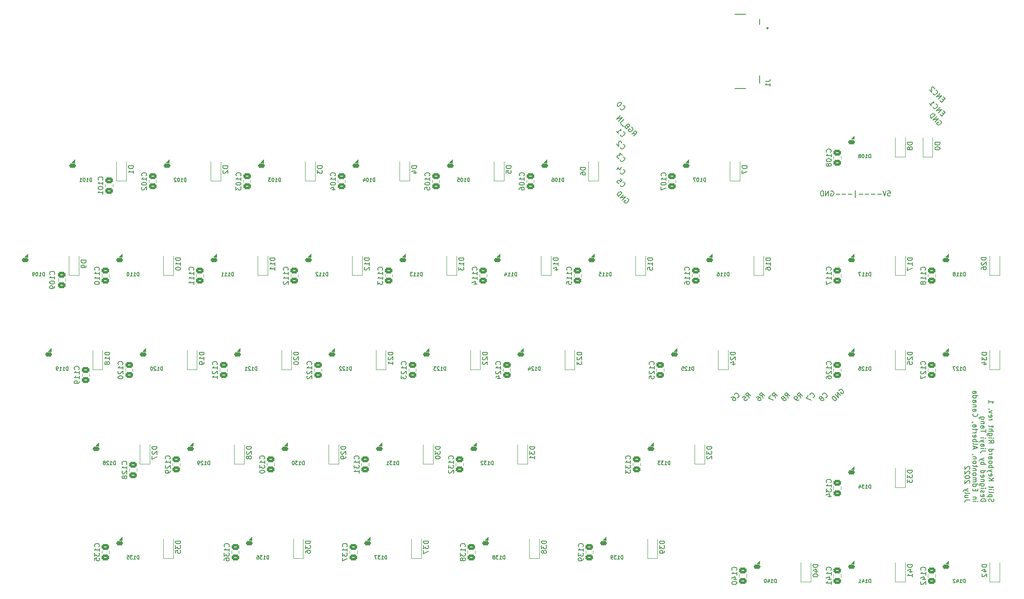
<source format=gbo>
%TF.GenerationSoftware,KiCad,Pcbnew,(6.0.5)*%
%TF.CreationDate,2022-07-14T17:40:31-06:00*%
%TF.ProjectId,kb_right,6b625f72-6967-4687-942e-6b696361645f,rev?*%
%TF.SameCoordinates,Original*%
%TF.FileFunction,Legend,Bot*%
%TF.FilePolarity,Positive*%
%FSLAX46Y46*%
G04 Gerber Fmt 4.6, Leading zero omitted, Abs format (unit mm)*
G04 Created by KiCad (PCBNEW (6.0.5)) date 2022-07-14 17:40:31*
%MOMM*%
%LPD*%
G01*
G04 APERTURE LIST*
G04 Aperture macros list*
%AMRoundRect*
0 Rectangle with rounded corners*
0 $1 Rounding radius*
0 $2 $3 $4 $5 $6 $7 $8 $9 X,Y pos of 4 corners*
0 Add a 4 corners polygon primitive as box body*
4,1,4,$2,$3,$4,$5,$6,$7,$8,$9,$2,$3,0*
0 Add four circle primitives for the rounded corners*
1,1,$1+$1,$2,$3*
1,1,$1+$1,$4,$5*
1,1,$1+$1,$6,$7*
1,1,$1+$1,$8,$9*
0 Add four rect primitives between the rounded corners*
20,1,$1+$1,$2,$3,$4,$5,0*
20,1,$1+$1,$4,$5,$6,$7,0*
20,1,$1+$1,$6,$7,$8,$9,0*
20,1,$1+$1,$8,$9,$2,$3,0*%
G04 Aperture macros list end*
%ADD10C,0.150000*%
%ADD11C,0.200000*%
%ADD12C,0.120000*%
%ADD13C,0.100000*%
%ADD14C,0.127000*%
%ADD15C,0.254000*%
%ADD16C,3.987800*%
%ADD17C,3.000000*%
%ADD18C,1.750000*%
%ADD19R,2.550000X2.500000*%
%ADD20C,3.048000*%
%ADD21R,1.700000X1.700000*%
%ADD22O,1.700000X1.700000*%
%ADD23O,3.200000X2.000000*%
%ADD24R,2.000000X2.000000*%
%ADD25C,2.000000*%
%ADD26RoundRect,0.250000X-0.475000X0.337500X-0.475000X-0.337500X0.475000X-0.337500X0.475000X0.337500X0*%
%ADD27R,1.200000X0.900000*%
%ADD28R,1.400000X0.820000*%
%ADD29RoundRect,0.205000X0.495000X0.205000X-0.495000X0.205000X-0.495000X-0.205000X0.495000X-0.205000X0*%
%ADD30R,1.900000X0.300000*%
%ADD31C,1.950000*%
G04 APERTURE END LIST*
D10*
X167646740Y-75118633D02*
X167747755Y-75152305D01*
X167848770Y-75253320D01*
X167916114Y-75388007D01*
X167916114Y-75522694D01*
X167882442Y-75623709D01*
X167781427Y-75792068D01*
X167680412Y-75893083D01*
X167512053Y-75994099D01*
X167411038Y-76027770D01*
X167276351Y-76027770D01*
X167141664Y-75960427D01*
X167074320Y-75893083D01*
X167006977Y-75758396D01*
X167006977Y-75691053D01*
X167242679Y-75455351D01*
X167377366Y-75590038D01*
X166636587Y-75455351D02*
X167343694Y-74748244D01*
X166232526Y-75051290D01*
X166939633Y-74344183D01*
X165895809Y-74714572D02*
X166602916Y-74007465D01*
X166434557Y-73839107D01*
X166299870Y-73771763D01*
X166165183Y-73771763D01*
X166064168Y-73805435D01*
X165895809Y-73906450D01*
X165794794Y-74007465D01*
X165693778Y-74175824D01*
X165660107Y-74276839D01*
X165660107Y-74411526D01*
X165727450Y-74546213D01*
X165895809Y-74714572D01*
X205091603Y-115326473D02*
X205158946Y-115326473D01*
X205293633Y-115259129D01*
X205360977Y-115191786D01*
X205428320Y-115057099D01*
X205428320Y-114922412D01*
X205394648Y-114821396D01*
X205293633Y-114653038D01*
X205192618Y-114552022D01*
X205024259Y-114451007D01*
X204923244Y-114417335D01*
X204788557Y-114417335D01*
X204653870Y-114484679D01*
X204586526Y-114552022D01*
X204519183Y-114686709D01*
X204519183Y-114754053D01*
X204216137Y-114922412D02*
X203744733Y-115393816D01*
X204754885Y-115797877D01*
X230765740Y-59370633D02*
X230866755Y-59404305D01*
X230967770Y-59505320D01*
X231035114Y-59640007D01*
X231035114Y-59774694D01*
X231001442Y-59875709D01*
X230900427Y-60044068D01*
X230799412Y-60145083D01*
X230631053Y-60246099D01*
X230530038Y-60279770D01*
X230395351Y-60279770D01*
X230260664Y-60212427D01*
X230193320Y-60145083D01*
X230125977Y-60010396D01*
X230125977Y-59943053D01*
X230361679Y-59707351D01*
X230496366Y-59842038D01*
X229755587Y-59707351D02*
X230462694Y-59000244D01*
X229351526Y-59303290D01*
X230058633Y-58596183D01*
X229014809Y-58966572D02*
X229721916Y-58259465D01*
X229553557Y-58091107D01*
X229418870Y-58023763D01*
X229284183Y-58023763D01*
X229183168Y-58057435D01*
X229014809Y-58158450D01*
X228913794Y-58259465D01*
X228812778Y-58427824D01*
X228779107Y-58528839D01*
X228779107Y-58663526D01*
X228846450Y-58798213D01*
X229014809Y-58966572D01*
X210373633Y-113912259D02*
X210407305Y-113811244D01*
X210508320Y-113710229D01*
X210643007Y-113642885D01*
X210777694Y-113642885D01*
X210878709Y-113676557D01*
X211047068Y-113777572D01*
X211148083Y-113878587D01*
X211249099Y-114046946D01*
X211282770Y-114147961D01*
X211282770Y-114282648D01*
X211215427Y-114417335D01*
X211148083Y-114484679D01*
X211013396Y-114552022D01*
X210946053Y-114552022D01*
X210710351Y-114316320D01*
X210845038Y-114181633D01*
X210710351Y-114922412D02*
X210003244Y-114215305D01*
X210306290Y-115326473D01*
X209599183Y-114619366D01*
X209969572Y-115663190D02*
X209262465Y-114956083D01*
X209094107Y-115124442D01*
X209026763Y-115259129D01*
X209026763Y-115393816D01*
X209060435Y-115494831D01*
X209161450Y-115663190D01*
X209262465Y-115764205D01*
X209430824Y-115865221D01*
X209531839Y-115898892D01*
X209666526Y-115898892D01*
X209801213Y-115831549D01*
X209969572Y-115663190D01*
X192204946Y-115393816D02*
X192103931Y-114821396D01*
X192609007Y-114989755D02*
X191901900Y-114282648D01*
X191632526Y-114552022D01*
X191598855Y-114653038D01*
X191598855Y-114720381D01*
X191632526Y-114821396D01*
X191733542Y-114922412D01*
X191834557Y-114956083D01*
X191901900Y-114956083D01*
X192002916Y-114922412D01*
X192272290Y-114653038D01*
X190858076Y-115326473D02*
X191194794Y-114989755D01*
X191565183Y-115292801D01*
X191497839Y-115292801D01*
X191396824Y-115326473D01*
X191228465Y-115494831D01*
X191194794Y-115595847D01*
X191194794Y-115663190D01*
X191228465Y-115764205D01*
X191396824Y-115932564D01*
X191497839Y-115966236D01*
X191565183Y-115966236D01*
X191666198Y-115932564D01*
X191834557Y-115764205D01*
X191868229Y-115663190D01*
X191868229Y-115595847D01*
X231439175Y-55316160D02*
X231203473Y-55080457D01*
X230732068Y-55349831D02*
X231068786Y-55686549D01*
X231775892Y-54979442D01*
X231439175Y-54642725D01*
X230429022Y-55046786D02*
X231136129Y-54339679D01*
X230024961Y-54642725D01*
X230732068Y-53935618D01*
X229351526Y-53834603D02*
X229351526Y-53901946D01*
X229418870Y-54036633D01*
X229486213Y-54103977D01*
X229620900Y-54171320D01*
X229755587Y-54171320D01*
X229856603Y-54137648D01*
X230024961Y-54036633D01*
X230125977Y-53935618D01*
X230226992Y-53767259D01*
X230260664Y-53666244D01*
X230260664Y-53531557D01*
X230193320Y-53396870D01*
X230125977Y-53329526D01*
X229991290Y-53262183D01*
X229923946Y-53262183D01*
X229654572Y-52992809D02*
X229654572Y-52925465D01*
X229620900Y-52824450D01*
X229452542Y-52656091D01*
X229351526Y-52622420D01*
X229284183Y-52622420D01*
X229183168Y-52656091D01*
X229115824Y-52723435D01*
X229048481Y-52858122D01*
X229048481Y-53666244D01*
X228610748Y-53228511D01*
X194998946Y-115393816D02*
X194897931Y-114821396D01*
X195403007Y-114989755D02*
X194695900Y-114282648D01*
X194426526Y-114552022D01*
X194392855Y-114653038D01*
X194392855Y-114720381D01*
X194426526Y-114821396D01*
X194527542Y-114922412D01*
X194628557Y-114956083D01*
X194695900Y-114956083D01*
X194796916Y-114922412D01*
X195066290Y-114653038D01*
X193685748Y-115292801D02*
X193820435Y-115158114D01*
X193921450Y-115124442D01*
X193988794Y-115124442D01*
X194157152Y-115158114D01*
X194325511Y-115259129D01*
X194594885Y-115528503D01*
X194628557Y-115629518D01*
X194628557Y-115696862D01*
X194594885Y-115797877D01*
X194460198Y-115932564D01*
X194359183Y-115966236D01*
X194291839Y-115966236D01*
X194190824Y-115932564D01*
X194022465Y-115764205D01*
X193988794Y-115663190D01*
X193988794Y-115595847D01*
X194022465Y-115494831D01*
X194157152Y-115360144D01*
X194258168Y-115326473D01*
X194325511Y-115326473D01*
X194426526Y-115360144D01*
X166232526Y-67296603D02*
X166232526Y-67363946D01*
X166299870Y-67498633D01*
X166367213Y-67565977D01*
X166501900Y-67633320D01*
X166636587Y-67633320D01*
X166737603Y-67599648D01*
X166905961Y-67498633D01*
X167006977Y-67397618D01*
X167107992Y-67229259D01*
X167141664Y-67128244D01*
X167141664Y-66993557D01*
X167074320Y-66858870D01*
X167006977Y-66791526D01*
X166872290Y-66724183D01*
X166804946Y-66724183D01*
X166636587Y-66421137D02*
X166198855Y-65983404D01*
X166165183Y-66488481D01*
X166064168Y-66387465D01*
X165963152Y-66353794D01*
X165895809Y-66353794D01*
X165794794Y-66387465D01*
X165626435Y-66555824D01*
X165592763Y-66656839D01*
X165592763Y-66724183D01*
X165626435Y-66825198D01*
X165828465Y-67027229D01*
X165929481Y-67060900D01*
X165996824Y-67060900D01*
X213692952Y-74953714D02*
X213692952Y-73525142D01*
X212978666Y-74239428D02*
X212216761Y-74239428D01*
X211740571Y-74239428D02*
X210978666Y-74239428D01*
X210502476Y-74239428D02*
X209740571Y-74239428D01*
X208740571Y-73668000D02*
X208835809Y-73620380D01*
X208978666Y-73620380D01*
X209121523Y-73668000D01*
X209216761Y-73763238D01*
X209264380Y-73858476D01*
X209312000Y-74048952D01*
X209312000Y-74191809D01*
X209264380Y-74382285D01*
X209216761Y-74477523D01*
X209121523Y-74572761D01*
X208978666Y-74620380D01*
X208883428Y-74620380D01*
X208740571Y-74572761D01*
X208692952Y-74525142D01*
X208692952Y-74191809D01*
X208883428Y-74191809D01*
X208264380Y-74620380D02*
X208264380Y-73620380D01*
X207692952Y-74620380D01*
X207692952Y-73620380D01*
X207216761Y-74620380D02*
X207216761Y-73620380D01*
X206978666Y-73620380D01*
X206835809Y-73668000D01*
X206740571Y-73763238D01*
X206692952Y-73858476D01*
X206645333Y-74048952D01*
X206645333Y-74191809D01*
X206692952Y-74382285D01*
X206740571Y-74477523D01*
X206835809Y-74572761D01*
X206978666Y-74620380D01*
X207216761Y-74620380D01*
X166232526Y-56882603D02*
X166232526Y-56949946D01*
X166299870Y-57084633D01*
X166367213Y-57151977D01*
X166501900Y-57219320D01*
X166636587Y-57219320D01*
X166737603Y-57185648D01*
X166905961Y-57084633D01*
X167006977Y-56983618D01*
X167107992Y-56815259D01*
X167141664Y-56714244D01*
X167141664Y-56579557D01*
X167074320Y-56444870D01*
X167006977Y-56377526D01*
X166872290Y-56310183D01*
X166804946Y-56310183D01*
X166434557Y-55805107D02*
X166367213Y-55737763D01*
X166266198Y-55704091D01*
X166198855Y-55704091D01*
X166097839Y-55737763D01*
X165929481Y-55838778D01*
X165761122Y-56007137D01*
X165660107Y-56175496D01*
X165626435Y-56276511D01*
X165626435Y-56343855D01*
X165660107Y-56444870D01*
X165727450Y-56512213D01*
X165828465Y-56545885D01*
X165895809Y-56545885D01*
X165996824Y-56512213D01*
X166165183Y-56411198D01*
X166333542Y-56242839D01*
X166434557Y-56074481D01*
X166468229Y-55973465D01*
X166468229Y-55906122D01*
X166434557Y-55805107D01*
X202618946Y-115393816D02*
X202517931Y-114821396D01*
X203023007Y-114989755D02*
X202315900Y-114282648D01*
X202046526Y-114552022D01*
X202012855Y-114653038D01*
X202012855Y-114720381D01*
X202046526Y-114821396D01*
X202147542Y-114922412D01*
X202248557Y-114956083D01*
X202315900Y-114956083D01*
X202416916Y-114922412D01*
X202686290Y-114653038D01*
X202282229Y-115730534D02*
X202147542Y-115865221D01*
X202046526Y-115898892D01*
X201979183Y-115898892D01*
X201810824Y-115865221D01*
X201642465Y-115764205D01*
X201373091Y-115494831D01*
X201339420Y-115393816D01*
X201339420Y-115326473D01*
X201373091Y-115225457D01*
X201507778Y-115090770D01*
X201608794Y-115057099D01*
X201676137Y-115057099D01*
X201777152Y-115090770D01*
X201945511Y-115259129D01*
X201979183Y-115360144D01*
X201979183Y-115427488D01*
X201945511Y-115528503D01*
X201810824Y-115663190D01*
X201709809Y-115696862D01*
X201642465Y-115696862D01*
X201541450Y-115663190D01*
X200078946Y-115393816D02*
X199977931Y-114821396D01*
X200483007Y-114989755D02*
X199775900Y-114282648D01*
X199506526Y-114552022D01*
X199472855Y-114653038D01*
X199472855Y-114720381D01*
X199506526Y-114821396D01*
X199607542Y-114922412D01*
X199708557Y-114956083D01*
X199775900Y-114956083D01*
X199876916Y-114922412D01*
X200146290Y-114653038D01*
X199270824Y-115393816D02*
X199304496Y-115292801D01*
X199304496Y-115225457D01*
X199270824Y-115124442D01*
X199237152Y-115090770D01*
X199136137Y-115057099D01*
X199068794Y-115057099D01*
X198967778Y-115090770D01*
X198833091Y-115225457D01*
X198799420Y-115326473D01*
X198799420Y-115393816D01*
X198833091Y-115494831D01*
X198866763Y-115528503D01*
X198967778Y-115562175D01*
X199035122Y-115562175D01*
X199136137Y-115528503D01*
X199270824Y-115393816D01*
X199371839Y-115360144D01*
X199439183Y-115360144D01*
X199540198Y-115393816D01*
X199674885Y-115528503D01*
X199708557Y-115629518D01*
X199708557Y-115696862D01*
X199674885Y-115797877D01*
X199540198Y-115932564D01*
X199439183Y-115966236D01*
X199371839Y-115966236D01*
X199270824Y-115932564D01*
X199136137Y-115797877D01*
X199102465Y-115696862D01*
X199102465Y-115629518D01*
X199136137Y-115528503D01*
X220217666Y-73620380D02*
X220693857Y-73620380D01*
X220741476Y-74096571D01*
X220693857Y-74048952D01*
X220598619Y-74001333D01*
X220360523Y-74001333D01*
X220265285Y-74048952D01*
X220217666Y-74096571D01*
X220170047Y-74191809D01*
X220170047Y-74429904D01*
X220217666Y-74525142D01*
X220265285Y-74572761D01*
X220360523Y-74620380D01*
X220598619Y-74620380D01*
X220693857Y-74572761D01*
X220741476Y-74525142D01*
X219884333Y-73620380D02*
X219551000Y-74620380D01*
X219217666Y-73620380D01*
X218884333Y-74239428D02*
X218122428Y-74239428D01*
X217646238Y-74239428D02*
X216884333Y-74239428D01*
X216408142Y-74239428D02*
X215646238Y-74239428D01*
X215170047Y-74239428D02*
X214408142Y-74239428D01*
X207631603Y-115326473D02*
X207698946Y-115326473D01*
X207833633Y-115259129D01*
X207900977Y-115191786D01*
X207968320Y-115057099D01*
X207968320Y-114922412D01*
X207934648Y-114821396D01*
X207833633Y-114653038D01*
X207732618Y-114552022D01*
X207564259Y-114451007D01*
X207463244Y-114417335D01*
X207328557Y-114417335D01*
X207193870Y-114484679D01*
X207126526Y-114552022D01*
X207059183Y-114686709D01*
X207059183Y-114754053D01*
X206890824Y-115393816D02*
X206924496Y-115292801D01*
X206924496Y-115225457D01*
X206890824Y-115124442D01*
X206857152Y-115090770D01*
X206756137Y-115057099D01*
X206688794Y-115057099D01*
X206587778Y-115090770D01*
X206453091Y-115225457D01*
X206419420Y-115326473D01*
X206419420Y-115393816D01*
X206453091Y-115494831D01*
X206486763Y-115528503D01*
X206587778Y-115562175D01*
X206655122Y-115562175D01*
X206756137Y-115528503D01*
X206890824Y-115393816D01*
X206991839Y-115360144D01*
X207059183Y-115360144D01*
X207160198Y-115393816D01*
X207294885Y-115528503D01*
X207328557Y-115629518D01*
X207328557Y-115696862D01*
X207294885Y-115797877D01*
X207160198Y-115932564D01*
X207059183Y-115966236D01*
X206991839Y-115966236D01*
X206890824Y-115932564D01*
X206756137Y-115797877D01*
X206722465Y-115696862D01*
X206722465Y-115629518D01*
X206756137Y-115528503D01*
X166232526Y-64756603D02*
X166232526Y-64823946D01*
X166299870Y-64958633D01*
X166367213Y-65025977D01*
X166501900Y-65093320D01*
X166636587Y-65093320D01*
X166737603Y-65059648D01*
X166905961Y-64958633D01*
X167006977Y-64857618D01*
X167107992Y-64689259D01*
X167141664Y-64588244D01*
X167141664Y-64453557D01*
X167074320Y-64318870D01*
X167006977Y-64251526D01*
X166872290Y-64184183D01*
X166804946Y-64184183D01*
X166535572Y-63914809D02*
X166535572Y-63847465D01*
X166501900Y-63746450D01*
X166333542Y-63578091D01*
X166232526Y-63544420D01*
X166165183Y-63544420D01*
X166064168Y-63578091D01*
X165996824Y-63645435D01*
X165929481Y-63780122D01*
X165929481Y-64588244D01*
X165491748Y-64150511D01*
X197538946Y-115393816D02*
X197437931Y-114821396D01*
X197943007Y-114989755D02*
X197235900Y-114282648D01*
X196966526Y-114552022D01*
X196932855Y-114653038D01*
X196932855Y-114720381D01*
X196966526Y-114821396D01*
X197067542Y-114922412D01*
X197168557Y-114956083D01*
X197235900Y-114956083D01*
X197336916Y-114922412D01*
X197606290Y-114653038D01*
X196596137Y-114922412D02*
X196124733Y-115393816D01*
X197134885Y-115797877D01*
X189851603Y-115326473D02*
X189918946Y-115326473D01*
X190053633Y-115259129D01*
X190120977Y-115191786D01*
X190188320Y-115057099D01*
X190188320Y-114922412D01*
X190154648Y-114821396D01*
X190053633Y-114653038D01*
X189952618Y-114552022D01*
X189784259Y-114451007D01*
X189683244Y-114417335D01*
X189548557Y-114417335D01*
X189413870Y-114484679D01*
X189346526Y-114552022D01*
X189279183Y-114686709D01*
X189279183Y-114754053D01*
X188605748Y-115292801D02*
X188740435Y-115158114D01*
X188841450Y-115124442D01*
X188908794Y-115124442D01*
X189077152Y-115158114D01*
X189245511Y-115259129D01*
X189514885Y-115528503D01*
X189548557Y-115629518D01*
X189548557Y-115696862D01*
X189514885Y-115797877D01*
X189380198Y-115932564D01*
X189279183Y-115966236D01*
X189211839Y-115966236D01*
X189110824Y-115932564D01*
X188942465Y-115764205D01*
X188908794Y-115663190D01*
X188908794Y-115595847D01*
X188942465Y-115494831D01*
X189077152Y-115360144D01*
X189178168Y-115326473D01*
X189245511Y-115326473D01*
X189346526Y-115360144D01*
X168522205Y-62100969D02*
X169094625Y-61999953D01*
X168926266Y-62505030D02*
X169633373Y-61797923D01*
X169363999Y-61528549D01*
X169262984Y-61494877D01*
X169195640Y-61494877D01*
X169094625Y-61528549D01*
X168993610Y-61629564D01*
X168959938Y-61730579D01*
X168959938Y-61797923D01*
X168993610Y-61898938D01*
X169262984Y-62168312D01*
X168522205Y-60754099D02*
X168623221Y-60787770D01*
X168724236Y-60888786D01*
X168791579Y-61023473D01*
X168791579Y-61158160D01*
X168757908Y-61259175D01*
X168656892Y-61427534D01*
X168555877Y-61528549D01*
X168387518Y-61629564D01*
X168286503Y-61663236D01*
X168151816Y-61663236D01*
X168017129Y-61595892D01*
X167949786Y-61528549D01*
X167882442Y-61393862D01*
X167882442Y-61326518D01*
X168118144Y-61090816D01*
X168252831Y-61225503D01*
X167646740Y-60484725D02*
X167512053Y-60417381D01*
X167444709Y-60417381D01*
X167343694Y-60451053D01*
X167242679Y-60552068D01*
X167209007Y-60653083D01*
X167209007Y-60720427D01*
X167242679Y-60821442D01*
X167512053Y-61090816D01*
X168219160Y-60383709D01*
X167983457Y-60148007D01*
X167882442Y-60114335D01*
X167815099Y-60114335D01*
X167714083Y-60148007D01*
X167646740Y-60215351D01*
X167613068Y-60316366D01*
X167613068Y-60383709D01*
X167646740Y-60484725D01*
X167882442Y-60720427D01*
X166905961Y-60619412D02*
X166367213Y-60080664D01*
X166266198Y-59844961D02*
X166973305Y-59137855D01*
X165929481Y-59508244D02*
X166636587Y-58801137D01*
X165525420Y-59104183D01*
X166232526Y-58397076D01*
X231439175Y-58110160D02*
X231203473Y-57874457D01*
X230732068Y-58143831D02*
X231068786Y-58480549D01*
X231775892Y-57773442D01*
X231439175Y-57436725D01*
X230429022Y-57840786D02*
X231136129Y-57133679D01*
X230024961Y-57436725D01*
X230732068Y-56729618D01*
X229351526Y-56628603D02*
X229351526Y-56695946D01*
X229418870Y-56830633D01*
X229486213Y-56897977D01*
X229620900Y-56965320D01*
X229755587Y-56965320D01*
X229856603Y-56931648D01*
X230024961Y-56830633D01*
X230125977Y-56729618D01*
X230226992Y-56561259D01*
X230260664Y-56460244D01*
X230260664Y-56325557D01*
X230193320Y-56190870D01*
X230125977Y-56123526D01*
X229991290Y-56056183D01*
X229923946Y-56056183D01*
X228610748Y-56022511D02*
X229014809Y-56426572D01*
X228812778Y-56224542D02*
X229519885Y-55517435D01*
X229486213Y-55685794D01*
X229486213Y-55820481D01*
X229519885Y-55921496D01*
X166232526Y-72376603D02*
X166232526Y-72443946D01*
X166299870Y-72578633D01*
X166367213Y-72645977D01*
X166501900Y-72713320D01*
X166636587Y-72713320D01*
X166737603Y-72679648D01*
X166905961Y-72578633D01*
X167006977Y-72477618D01*
X167107992Y-72309259D01*
X167141664Y-72208244D01*
X167141664Y-72073557D01*
X167074320Y-71938870D01*
X167006977Y-71871526D01*
X166872290Y-71804183D01*
X166804946Y-71804183D01*
X166232526Y-71097076D02*
X166569244Y-71433794D01*
X166266198Y-71804183D01*
X166266198Y-71736839D01*
X166232526Y-71635824D01*
X166064168Y-71467465D01*
X165963152Y-71433794D01*
X165895809Y-71433794D01*
X165794794Y-71467465D01*
X165626435Y-71635824D01*
X165592763Y-71736839D01*
X165592763Y-71804183D01*
X165626435Y-71905198D01*
X165794794Y-72073557D01*
X165895809Y-72107229D01*
X165963152Y-72107229D01*
X166232526Y-69836603D02*
X166232526Y-69903946D01*
X166299870Y-70038633D01*
X166367213Y-70105977D01*
X166501900Y-70173320D01*
X166636587Y-70173320D01*
X166737603Y-70139648D01*
X166905961Y-70038633D01*
X167006977Y-69937618D01*
X167107992Y-69769259D01*
X167141664Y-69668244D01*
X167141664Y-69533557D01*
X167074320Y-69398870D01*
X167006977Y-69331526D01*
X166872290Y-69264183D01*
X166804946Y-69264183D01*
X166030496Y-68826450D02*
X165559091Y-69297855D01*
X166468229Y-68725435D02*
X166131511Y-69398870D01*
X165693778Y-68961137D01*
X166232526Y-62216603D02*
X166232526Y-62283946D01*
X166299870Y-62418633D01*
X166367213Y-62485977D01*
X166501900Y-62553320D01*
X166636587Y-62553320D01*
X166737603Y-62519648D01*
X166905961Y-62418633D01*
X167006977Y-62317618D01*
X167107992Y-62149259D01*
X167141664Y-62048244D01*
X167141664Y-61913557D01*
X167074320Y-61778870D01*
X167006977Y-61711526D01*
X166872290Y-61644183D01*
X166804946Y-61644183D01*
X165491748Y-61610511D02*
X165895809Y-62014572D01*
X165693778Y-61812542D02*
X166400885Y-61105435D01*
X166367213Y-61273794D01*
X166367213Y-61408481D01*
X166400885Y-61509496D01*
D11*
X240643238Y-136331523D02*
X240595619Y-136188666D01*
X240595619Y-135950571D01*
X240643238Y-135855333D01*
X240690857Y-135807714D01*
X240786095Y-135760095D01*
X240881333Y-135760095D01*
X240976571Y-135807714D01*
X241024190Y-135855333D01*
X241071809Y-135950571D01*
X241119428Y-136141047D01*
X241167047Y-136236285D01*
X241214666Y-136283904D01*
X241309904Y-136331523D01*
X241405142Y-136331523D01*
X241500380Y-136283904D01*
X241548000Y-136236285D01*
X241595619Y-136141047D01*
X241595619Y-135902952D01*
X241548000Y-135760095D01*
X241262285Y-135331523D02*
X240262285Y-135331523D01*
X241214666Y-135331523D02*
X241262285Y-135236285D01*
X241262285Y-135045809D01*
X241214666Y-134950571D01*
X241167047Y-134902952D01*
X241071809Y-134855333D01*
X240786095Y-134855333D01*
X240690857Y-134902952D01*
X240643238Y-134950571D01*
X240595619Y-135045809D01*
X240595619Y-135236285D01*
X240643238Y-135331523D01*
X240595619Y-134283904D02*
X240643238Y-134379142D01*
X240738476Y-134426761D01*
X241595619Y-134426761D01*
X240595619Y-133902952D02*
X241262285Y-133902952D01*
X241595619Y-133902952D02*
X241548000Y-133950571D01*
X241500380Y-133902952D01*
X241548000Y-133855333D01*
X241595619Y-133902952D01*
X241500380Y-133902952D01*
X241262285Y-133569619D02*
X241262285Y-133188666D01*
X241595619Y-133426761D02*
X240738476Y-133426761D01*
X240643238Y-133379142D01*
X240595619Y-133283904D01*
X240595619Y-133188666D01*
X240595619Y-132093428D02*
X241595619Y-132093428D01*
X240595619Y-131522000D02*
X241167047Y-131950571D01*
X241595619Y-131522000D02*
X241024190Y-132093428D01*
X240643238Y-130712476D02*
X240595619Y-130807714D01*
X240595619Y-130998190D01*
X240643238Y-131093428D01*
X240738476Y-131141047D01*
X241119428Y-131141047D01*
X241214666Y-131093428D01*
X241262285Y-130998190D01*
X241262285Y-130807714D01*
X241214666Y-130712476D01*
X241119428Y-130664857D01*
X241024190Y-130664857D01*
X240928952Y-131141047D01*
X241262285Y-130331523D02*
X240595619Y-130093428D01*
X241262285Y-129855333D02*
X240595619Y-130093428D01*
X240357523Y-130188666D01*
X240309904Y-130236285D01*
X240262285Y-130331523D01*
X240595619Y-129474380D02*
X241595619Y-129474380D01*
X241214666Y-129474380D02*
X241262285Y-129379142D01*
X241262285Y-129188666D01*
X241214666Y-129093428D01*
X241167047Y-129045809D01*
X241071809Y-128998190D01*
X240786095Y-128998190D01*
X240690857Y-129045809D01*
X240643238Y-129093428D01*
X240595619Y-129188666D01*
X240595619Y-129379142D01*
X240643238Y-129474380D01*
X240595619Y-128426761D02*
X240643238Y-128522000D01*
X240690857Y-128569619D01*
X240786095Y-128617238D01*
X241071809Y-128617238D01*
X241167047Y-128569619D01*
X241214666Y-128522000D01*
X241262285Y-128426761D01*
X241262285Y-128283904D01*
X241214666Y-128188666D01*
X241167047Y-128141047D01*
X241071809Y-128093428D01*
X240786095Y-128093428D01*
X240690857Y-128141047D01*
X240643238Y-128188666D01*
X240595619Y-128283904D01*
X240595619Y-128426761D01*
X240595619Y-127236285D02*
X241119428Y-127236285D01*
X241214666Y-127283904D01*
X241262285Y-127379142D01*
X241262285Y-127569619D01*
X241214666Y-127664857D01*
X240643238Y-127236285D02*
X240595619Y-127331523D01*
X240595619Y-127569619D01*
X240643238Y-127664857D01*
X240738476Y-127712476D01*
X240833714Y-127712476D01*
X240928952Y-127664857D01*
X240976571Y-127569619D01*
X240976571Y-127331523D01*
X241024190Y-127236285D01*
X240595619Y-126760095D02*
X241262285Y-126760095D01*
X241071809Y-126760095D02*
X241167047Y-126712476D01*
X241214666Y-126664857D01*
X241262285Y-126569619D01*
X241262285Y-126474380D01*
X240595619Y-125712476D02*
X241595619Y-125712476D01*
X240643238Y-125712476D02*
X240595619Y-125807714D01*
X240595619Y-125998190D01*
X240643238Y-126093428D01*
X240690857Y-126141047D01*
X240786095Y-126188666D01*
X241071809Y-126188666D01*
X241167047Y-126141047D01*
X241214666Y-126093428D01*
X241262285Y-125998190D01*
X241262285Y-125807714D01*
X241214666Y-125712476D01*
X240595619Y-123902952D02*
X241071809Y-124236285D01*
X240595619Y-124474380D02*
X241595619Y-124474380D01*
X241595619Y-124093428D01*
X241548000Y-123998190D01*
X241500380Y-123950571D01*
X241405142Y-123902952D01*
X241262285Y-123902952D01*
X241167047Y-123950571D01*
X241119428Y-123998190D01*
X241071809Y-124093428D01*
X241071809Y-124474380D01*
X240595619Y-123474380D02*
X241262285Y-123474380D01*
X241595619Y-123474380D02*
X241548000Y-123522000D01*
X241500380Y-123474380D01*
X241548000Y-123426761D01*
X241595619Y-123474380D01*
X241500380Y-123474380D01*
X241262285Y-122569619D02*
X240452761Y-122569619D01*
X240357523Y-122617238D01*
X240309904Y-122664857D01*
X240262285Y-122760095D01*
X240262285Y-122902952D01*
X240309904Y-122998190D01*
X240643238Y-122569619D02*
X240595619Y-122664857D01*
X240595619Y-122855333D01*
X240643238Y-122950571D01*
X240690857Y-122998190D01*
X240786095Y-123045809D01*
X241071809Y-123045809D01*
X241167047Y-122998190D01*
X241214666Y-122950571D01*
X241262285Y-122855333D01*
X241262285Y-122664857D01*
X241214666Y-122569619D01*
X240595619Y-122093428D02*
X241595619Y-122093428D01*
X240595619Y-121664857D02*
X241119428Y-121664857D01*
X241214666Y-121712476D01*
X241262285Y-121807714D01*
X241262285Y-121950571D01*
X241214666Y-122045809D01*
X241167047Y-122093428D01*
X241262285Y-121331523D02*
X241262285Y-120950571D01*
X241595619Y-121188666D02*
X240738476Y-121188666D01*
X240643238Y-121141047D01*
X240595619Y-121045809D01*
X240595619Y-120950571D01*
X240595619Y-119855333D02*
X241262285Y-119855333D01*
X241071809Y-119855333D02*
X241167047Y-119807714D01*
X241214666Y-119760095D01*
X241262285Y-119664857D01*
X241262285Y-119569619D01*
X240643238Y-118855333D02*
X240595619Y-118950571D01*
X240595619Y-119141047D01*
X240643238Y-119236285D01*
X240738476Y-119283904D01*
X241119428Y-119283904D01*
X241214666Y-119236285D01*
X241262285Y-119141047D01*
X241262285Y-118950571D01*
X241214666Y-118855333D01*
X241119428Y-118807714D01*
X241024190Y-118807714D01*
X240928952Y-119283904D01*
X241262285Y-118474380D02*
X240595619Y-118236285D01*
X241262285Y-117998190D01*
X240690857Y-117617238D02*
X240643238Y-117569619D01*
X240595619Y-117617238D01*
X240643238Y-117664857D01*
X240690857Y-117617238D01*
X240595619Y-117617238D01*
X240595619Y-115855333D02*
X240595619Y-116426761D01*
X240595619Y-116141047D02*
X241595619Y-116141047D01*
X241452761Y-116236285D01*
X241357523Y-116331523D01*
X241309904Y-116426761D01*
X238985619Y-136283904D02*
X239985619Y-136283904D01*
X239985619Y-136045809D01*
X239938000Y-135902952D01*
X239842761Y-135807714D01*
X239747523Y-135760095D01*
X239557047Y-135712476D01*
X239414190Y-135712476D01*
X239223714Y-135760095D01*
X239128476Y-135807714D01*
X239033238Y-135902952D01*
X238985619Y-136045809D01*
X238985619Y-136283904D01*
X239033238Y-134902952D02*
X238985619Y-134998190D01*
X238985619Y-135188666D01*
X239033238Y-135283904D01*
X239128476Y-135331523D01*
X239509428Y-135331523D01*
X239604666Y-135283904D01*
X239652285Y-135188666D01*
X239652285Y-134998190D01*
X239604666Y-134902952D01*
X239509428Y-134855333D01*
X239414190Y-134855333D01*
X239318952Y-135331523D01*
X239033238Y-134474380D02*
X238985619Y-134379142D01*
X238985619Y-134188666D01*
X239033238Y-134093428D01*
X239128476Y-134045809D01*
X239176095Y-134045809D01*
X239271333Y-134093428D01*
X239318952Y-134188666D01*
X239318952Y-134331523D01*
X239366571Y-134426761D01*
X239461809Y-134474380D01*
X239509428Y-134474380D01*
X239604666Y-134426761D01*
X239652285Y-134331523D01*
X239652285Y-134188666D01*
X239604666Y-134093428D01*
X238985619Y-133617238D02*
X239652285Y-133617238D01*
X239985619Y-133617238D02*
X239938000Y-133664857D01*
X239890380Y-133617238D01*
X239938000Y-133569619D01*
X239985619Y-133617238D01*
X239890380Y-133617238D01*
X239652285Y-132712476D02*
X238842761Y-132712476D01*
X238747523Y-132760095D01*
X238699904Y-132807714D01*
X238652285Y-132902952D01*
X238652285Y-133045809D01*
X238699904Y-133141047D01*
X239033238Y-132712476D02*
X238985619Y-132807714D01*
X238985619Y-132998190D01*
X239033238Y-133093428D01*
X239080857Y-133141047D01*
X239176095Y-133188666D01*
X239461809Y-133188666D01*
X239557047Y-133141047D01*
X239604666Y-133093428D01*
X239652285Y-132998190D01*
X239652285Y-132807714D01*
X239604666Y-132712476D01*
X239652285Y-132236285D02*
X238985619Y-132236285D01*
X239557047Y-132236285D02*
X239604666Y-132188666D01*
X239652285Y-132093428D01*
X239652285Y-131950571D01*
X239604666Y-131855333D01*
X239509428Y-131807714D01*
X238985619Y-131807714D01*
X239033238Y-130950571D02*
X238985619Y-131045809D01*
X238985619Y-131236285D01*
X239033238Y-131331523D01*
X239128476Y-131379142D01*
X239509428Y-131379142D01*
X239604666Y-131331523D01*
X239652285Y-131236285D01*
X239652285Y-131045809D01*
X239604666Y-130950571D01*
X239509428Y-130902952D01*
X239414190Y-130902952D01*
X239318952Y-131379142D01*
X238985619Y-130045809D02*
X239985619Y-130045809D01*
X239033238Y-130045809D02*
X238985619Y-130141047D01*
X238985619Y-130331523D01*
X239033238Y-130426761D01*
X239080857Y-130474380D01*
X239176095Y-130522000D01*
X239461809Y-130522000D01*
X239557047Y-130474380D01*
X239604666Y-130426761D01*
X239652285Y-130331523D01*
X239652285Y-130141047D01*
X239604666Y-130045809D01*
X238985619Y-128807714D02*
X239985619Y-128807714D01*
X239604666Y-128807714D02*
X239652285Y-128712476D01*
X239652285Y-128522000D01*
X239604666Y-128426761D01*
X239557047Y-128379142D01*
X239461809Y-128331523D01*
X239176095Y-128331523D01*
X239080857Y-128379142D01*
X239033238Y-128426761D01*
X238985619Y-128522000D01*
X238985619Y-128712476D01*
X239033238Y-128807714D01*
X239652285Y-127998190D02*
X238985619Y-127760095D01*
X239652285Y-127522000D02*
X238985619Y-127760095D01*
X238747523Y-127855333D01*
X238699904Y-127902952D01*
X238652285Y-127998190D01*
X239985619Y-126093428D02*
X239271333Y-126093428D01*
X239128476Y-126141047D01*
X239033238Y-126236285D01*
X238985619Y-126379142D01*
X238985619Y-126474380D01*
X238985619Y-125617238D02*
X239652285Y-125617238D01*
X239985619Y-125617238D02*
X239938000Y-125664857D01*
X239890380Y-125617238D01*
X239938000Y-125569619D01*
X239985619Y-125617238D01*
X239890380Y-125617238D01*
X238985619Y-124712476D02*
X239509428Y-124712476D01*
X239604666Y-124760095D01*
X239652285Y-124855333D01*
X239652285Y-125045809D01*
X239604666Y-125141047D01*
X239033238Y-124712476D02*
X238985619Y-124807714D01*
X238985619Y-125045809D01*
X239033238Y-125141047D01*
X239128476Y-125188666D01*
X239223714Y-125188666D01*
X239318952Y-125141047D01*
X239366571Y-125045809D01*
X239366571Y-124807714D01*
X239414190Y-124712476D01*
X239652285Y-124331523D02*
X238985619Y-124093428D01*
X239652285Y-123855333D02*
X238985619Y-124093428D01*
X238747523Y-124188666D01*
X238699904Y-124236285D01*
X238652285Y-124331523D01*
X238985619Y-123474380D02*
X239652285Y-123474380D01*
X239985619Y-123474380D02*
X239938000Y-123522000D01*
X239890380Y-123474380D01*
X239938000Y-123426761D01*
X239985619Y-123474380D01*
X239890380Y-123474380D01*
X239985619Y-122379142D02*
X239985619Y-121807714D01*
X238985619Y-122093428D02*
X239985619Y-122093428D01*
X238985619Y-121045809D02*
X239509428Y-121045809D01*
X239604666Y-121093428D01*
X239652285Y-121188666D01*
X239652285Y-121379142D01*
X239604666Y-121474380D01*
X239033238Y-121045809D02*
X238985619Y-121141047D01*
X238985619Y-121379142D01*
X239033238Y-121474380D01*
X239128476Y-121522000D01*
X239223714Y-121522000D01*
X239318952Y-121474380D01*
X239366571Y-121379142D01*
X239366571Y-121141047D01*
X239414190Y-121045809D01*
X239652285Y-120569619D02*
X238985619Y-120569619D01*
X239557047Y-120569619D02*
X239604666Y-120522000D01*
X239652285Y-120426761D01*
X239652285Y-120283904D01*
X239604666Y-120188666D01*
X239509428Y-120141047D01*
X238985619Y-120141047D01*
X239652285Y-119236285D02*
X238842761Y-119236285D01*
X238747523Y-119283904D01*
X238699904Y-119331523D01*
X238652285Y-119426761D01*
X238652285Y-119569619D01*
X238699904Y-119664857D01*
X239033238Y-119236285D02*
X238985619Y-119331523D01*
X238985619Y-119522000D01*
X239033238Y-119617238D01*
X239080857Y-119664857D01*
X239176095Y-119712476D01*
X239461809Y-119712476D01*
X239557047Y-119664857D01*
X239604666Y-119617238D01*
X239652285Y-119522000D01*
X239652285Y-119331523D01*
X239604666Y-119236285D01*
X237375619Y-136283904D02*
X238042285Y-136283904D01*
X238375619Y-136283904D02*
X238328000Y-136331523D01*
X238280380Y-136283904D01*
X238328000Y-136236285D01*
X238375619Y-136283904D01*
X238280380Y-136283904D01*
X238042285Y-135807714D02*
X237375619Y-135807714D01*
X237947047Y-135807714D02*
X237994666Y-135760095D01*
X238042285Y-135664857D01*
X238042285Y-135522000D01*
X237994666Y-135426761D01*
X237899428Y-135379142D01*
X237375619Y-135379142D01*
X237899428Y-134141047D02*
X237899428Y-133807714D01*
X237375619Y-133664857D02*
X237375619Y-134141047D01*
X238375619Y-134141047D01*
X238375619Y-133664857D01*
X237375619Y-132807714D02*
X238375619Y-132807714D01*
X237423238Y-132807714D02*
X237375619Y-132902952D01*
X237375619Y-133093428D01*
X237423238Y-133188666D01*
X237470857Y-133236285D01*
X237566095Y-133283904D01*
X237851809Y-133283904D01*
X237947047Y-133236285D01*
X237994666Y-133188666D01*
X238042285Y-133093428D01*
X238042285Y-132902952D01*
X237994666Y-132807714D01*
X237375619Y-132331523D02*
X238042285Y-132331523D01*
X237947047Y-132331523D02*
X237994666Y-132283904D01*
X238042285Y-132188666D01*
X238042285Y-132045809D01*
X237994666Y-131950571D01*
X237899428Y-131902952D01*
X237375619Y-131902952D01*
X237899428Y-131902952D02*
X237994666Y-131855333D01*
X238042285Y-131760095D01*
X238042285Y-131617238D01*
X237994666Y-131522000D01*
X237899428Y-131474380D01*
X237375619Y-131474380D01*
X237375619Y-130855333D02*
X237423238Y-130950571D01*
X237470857Y-130998190D01*
X237566095Y-131045809D01*
X237851809Y-131045809D01*
X237947047Y-130998190D01*
X237994666Y-130950571D01*
X238042285Y-130855333D01*
X238042285Y-130712476D01*
X237994666Y-130617238D01*
X237947047Y-130569619D01*
X237851809Y-130522000D01*
X237566095Y-130522000D01*
X237470857Y-130569619D01*
X237423238Y-130617238D01*
X237375619Y-130712476D01*
X237375619Y-130855333D01*
X238042285Y-130093428D02*
X237375619Y-130093428D01*
X237947047Y-130093428D02*
X237994666Y-130045809D01*
X238042285Y-129950571D01*
X238042285Y-129807714D01*
X237994666Y-129712476D01*
X237899428Y-129664857D01*
X237375619Y-129664857D01*
X238042285Y-129331523D02*
X238042285Y-128950571D01*
X238375619Y-129188666D02*
X237518476Y-129188666D01*
X237423238Y-129141047D01*
X237375619Y-129045809D01*
X237375619Y-128950571D01*
X237375619Y-128474380D02*
X237423238Y-128569619D01*
X237470857Y-128617238D01*
X237566095Y-128664857D01*
X237851809Y-128664857D01*
X237947047Y-128617238D01*
X237994666Y-128569619D01*
X238042285Y-128474380D01*
X238042285Y-128331523D01*
X237994666Y-128236285D01*
X237947047Y-128188666D01*
X237851809Y-128141047D01*
X237566095Y-128141047D01*
X237470857Y-128188666D01*
X237423238Y-128236285D01*
X237375619Y-128331523D01*
X237375619Y-128474380D01*
X238042285Y-127712476D02*
X237375619Y-127712476D01*
X237947047Y-127712476D02*
X237994666Y-127664857D01*
X238042285Y-127569619D01*
X238042285Y-127426761D01*
X237994666Y-127331523D01*
X237899428Y-127283904D01*
X237375619Y-127283904D01*
X237423238Y-126760095D02*
X237375619Y-126760095D01*
X237280380Y-126807714D01*
X237232761Y-126855333D01*
X237661333Y-125617238D02*
X237661333Y-125141047D01*
X237375619Y-125712476D02*
X238375619Y-125379142D01*
X237375619Y-125045809D01*
X237375619Y-124569619D02*
X237423238Y-124664857D01*
X237518476Y-124712476D01*
X238375619Y-124712476D01*
X237375619Y-124188666D02*
X238375619Y-124188666D01*
X237994666Y-124188666D02*
X238042285Y-124093428D01*
X238042285Y-123902952D01*
X237994666Y-123807714D01*
X237947047Y-123760095D01*
X237851809Y-123712476D01*
X237566095Y-123712476D01*
X237470857Y-123760095D01*
X237423238Y-123807714D01*
X237375619Y-123902952D01*
X237375619Y-124093428D01*
X237423238Y-124188666D01*
X237423238Y-122902952D02*
X237375619Y-122998190D01*
X237375619Y-123188666D01*
X237423238Y-123283904D01*
X237518476Y-123331523D01*
X237899428Y-123331523D01*
X237994666Y-123283904D01*
X238042285Y-123188666D01*
X238042285Y-122998190D01*
X237994666Y-122902952D01*
X237899428Y-122855333D01*
X237804190Y-122855333D01*
X237708952Y-123331523D01*
X237375619Y-122426761D02*
X238042285Y-122426761D01*
X237851809Y-122426761D02*
X237947047Y-122379142D01*
X237994666Y-122331523D01*
X238042285Y-122236285D01*
X238042285Y-122141047D01*
X238042285Y-121950571D02*
X238042285Y-121569619D01*
X238375619Y-121807714D02*
X237518476Y-121807714D01*
X237423238Y-121760095D01*
X237375619Y-121664857D01*
X237375619Y-121569619D01*
X237375619Y-120807714D02*
X237899428Y-120807714D01*
X237994666Y-120855333D01*
X238042285Y-120950571D01*
X238042285Y-121141047D01*
X237994666Y-121236285D01*
X237423238Y-120807714D02*
X237375619Y-120902952D01*
X237375619Y-121141047D01*
X237423238Y-121236285D01*
X237518476Y-121283904D01*
X237613714Y-121283904D01*
X237708952Y-121236285D01*
X237756571Y-121141047D01*
X237756571Y-120902952D01*
X237804190Y-120807714D01*
X237423238Y-120283904D02*
X237375619Y-120283904D01*
X237280380Y-120331523D01*
X237232761Y-120379142D01*
X237470857Y-118522000D02*
X237423238Y-118569619D01*
X237375619Y-118712476D01*
X237375619Y-118807714D01*
X237423238Y-118950571D01*
X237518476Y-119045809D01*
X237613714Y-119093428D01*
X237804190Y-119141047D01*
X237947047Y-119141047D01*
X238137523Y-119093428D01*
X238232761Y-119045809D01*
X238328000Y-118950571D01*
X238375619Y-118807714D01*
X238375619Y-118712476D01*
X238328000Y-118569619D01*
X238280380Y-118522000D01*
X237375619Y-117664857D02*
X237899428Y-117664857D01*
X237994666Y-117712476D01*
X238042285Y-117807714D01*
X238042285Y-117998190D01*
X237994666Y-118093428D01*
X237423238Y-117664857D02*
X237375619Y-117760095D01*
X237375619Y-117998190D01*
X237423238Y-118093428D01*
X237518476Y-118141047D01*
X237613714Y-118141047D01*
X237708952Y-118093428D01*
X237756571Y-117998190D01*
X237756571Y-117760095D01*
X237804190Y-117664857D01*
X238042285Y-117188666D02*
X237375619Y-117188666D01*
X237947047Y-117188666D02*
X237994666Y-117141047D01*
X238042285Y-117045809D01*
X238042285Y-116902952D01*
X237994666Y-116807714D01*
X237899428Y-116760095D01*
X237375619Y-116760095D01*
X237375619Y-115855333D02*
X237899428Y-115855333D01*
X237994666Y-115902952D01*
X238042285Y-115998190D01*
X238042285Y-116188666D01*
X237994666Y-116283904D01*
X237423238Y-115855333D02*
X237375619Y-115950571D01*
X237375619Y-116188666D01*
X237423238Y-116283904D01*
X237518476Y-116331523D01*
X237613714Y-116331523D01*
X237708952Y-116283904D01*
X237756571Y-116188666D01*
X237756571Y-115950571D01*
X237804190Y-115855333D01*
X237375619Y-114950571D02*
X238375619Y-114950571D01*
X237423238Y-114950571D02*
X237375619Y-115045809D01*
X237375619Y-115236285D01*
X237423238Y-115331523D01*
X237470857Y-115379142D01*
X237566095Y-115426761D01*
X237851809Y-115426761D01*
X237947047Y-115379142D01*
X237994666Y-115331523D01*
X238042285Y-115236285D01*
X238042285Y-115045809D01*
X237994666Y-114950571D01*
X237375619Y-114045809D02*
X237899428Y-114045809D01*
X237994666Y-114093428D01*
X238042285Y-114188666D01*
X238042285Y-114379142D01*
X237994666Y-114474380D01*
X237423238Y-114045809D02*
X237375619Y-114141047D01*
X237375619Y-114379142D01*
X237423238Y-114474380D01*
X237518476Y-114522000D01*
X237613714Y-114522000D01*
X237708952Y-114474380D01*
X237756571Y-114379142D01*
X237756571Y-114141047D01*
X237804190Y-114045809D01*
X236765619Y-135998190D02*
X236051333Y-135998190D01*
X235908476Y-136045809D01*
X235813238Y-136141047D01*
X235765619Y-136283904D01*
X235765619Y-136379142D01*
X236432285Y-135093428D02*
X235765619Y-135093428D01*
X236432285Y-135522000D02*
X235908476Y-135522000D01*
X235813238Y-135474380D01*
X235765619Y-135379142D01*
X235765619Y-135236285D01*
X235813238Y-135141047D01*
X235860857Y-135093428D01*
X235765619Y-134474380D02*
X235813238Y-134569619D01*
X235908476Y-134617238D01*
X236765619Y-134617238D01*
X236432285Y-134188666D02*
X235765619Y-133950571D01*
X236432285Y-133712476D02*
X235765619Y-133950571D01*
X235527523Y-134045809D01*
X235479904Y-134093428D01*
X235432285Y-134188666D01*
X236670380Y-132617238D02*
X236718000Y-132569619D01*
X236765619Y-132474380D01*
X236765619Y-132236285D01*
X236718000Y-132141047D01*
X236670380Y-132093428D01*
X236575142Y-132045809D01*
X236479904Y-132045809D01*
X236337047Y-132093428D01*
X235765619Y-132664857D01*
X235765619Y-132045809D01*
X236765619Y-131426761D02*
X236765619Y-131331523D01*
X236718000Y-131236285D01*
X236670380Y-131188666D01*
X236575142Y-131141047D01*
X236384666Y-131093428D01*
X236146571Y-131093428D01*
X235956095Y-131141047D01*
X235860857Y-131188666D01*
X235813238Y-131236285D01*
X235765619Y-131331523D01*
X235765619Y-131426761D01*
X235813238Y-131522000D01*
X235860857Y-131569619D01*
X235956095Y-131617238D01*
X236146571Y-131664857D01*
X236384666Y-131664857D01*
X236575142Y-131617238D01*
X236670380Y-131569619D01*
X236718000Y-131522000D01*
X236765619Y-131426761D01*
X236670380Y-130712476D02*
X236718000Y-130664857D01*
X236765619Y-130569619D01*
X236765619Y-130331523D01*
X236718000Y-130236285D01*
X236670380Y-130188666D01*
X236575142Y-130141047D01*
X236479904Y-130141047D01*
X236337047Y-130188666D01*
X235765619Y-130760095D01*
X235765619Y-130141047D01*
X236670380Y-129760095D02*
X236718000Y-129712476D01*
X236765619Y-129617238D01*
X236765619Y-129379142D01*
X236718000Y-129283904D01*
X236670380Y-129236285D01*
X236575142Y-129188666D01*
X236479904Y-129188666D01*
X236337047Y-129236285D01*
X235765619Y-129807714D01*
X235765619Y-129188666D01*
D10*
%TO.C,C118*%
X227753392Y-89590702D02*
X227801011Y-89543083D01*
X227848630Y-89400226D01*
X227848630Y-89304988D01*
X227801011Y-89162130D01*
X227705773Y-89066892D01*
X227610535Y-89019273D01*
X227420059Y-88971654D01*
X227277202Y-88971654D01*
X227086726Y-89019273D01*
X226991488Y-89066892D01*
X226896250Y-89162130D01*
X226848630Y-89304988D01*
X226848630Y-89400226D01*
X226896250Y-89543083D01*
X226943869Y-89590702D01*
X227848630Y-90543083D02*
X227848630Y-89971654D01*
X227848630Y-90257369D02*
X226848630Y-90257369D01*
X226991488Y-90162130D01*
X227086726Y-90066892D01*
X227134345Y-89971654D01*
X227848630Y-91495464D02*
X227848630Y-90924035D01*
X227848630Y-91209750D02*
X226848630Y-91209750D01*
X226991488Y-91114511D01*
X227086726Y-91019273D01*
X227134345Y-90924035D01*
X227277202Y-92066892D02*
X227229583Y-91971654D01*
X227181964Y-91924035D01*
X227086726Y-91876416D01*
X227039107Y-91876416D01*
X226943869Y-91924035D01*
X226896250Y-91971654D01*
X226848630Y-92066892D01*
X226848630Y-92257369D01*
X226896250Y-92352607D01*
X226943869Y-92400226D01*
X227039107Y-92447845D01*
X227086726Y-92447845D01*
X227181964Y-92400226D01*
X227229583Y-92352607D01*
X227277202Y-92257369D01*
X227277202Y-92066892D01*
X227324821Y-91971654D01*
X227372440Y-91924035D01*
X227467678Y-91876416D01*
X227658154Y-91876416D01*
X227753392Y-91924035D01*
X227801011Y-91971654D01*
X227848630Y-92066892D01*
X227848630Y-92257369D01*
X227801011Y-92352607D01*
X227753392Y-92400226D01*
X227658154Y-92447845D01*
X227467678Y-92447845D01*
X227372440Y-92400226D01*
X227324821Y-92352607D01*
X227277202Y-92257369D01*
%TO.C,D14*%
X153741130Y-87114214D02*
X152741130Y-87114214D01*
X152741130Y-87352309D01*
X152788750Y-87495166D01*
X152883988Y-87590404D01*
X152979226Y-87638023D01*
X153169702Y-87685642D01*
X153312559Y-87685642D01*
X153503035Y-87638023D01*
X153598273Y-87590404D01*
X153693511Y-87495166D01*
X153741130Y-87352309D01*
X153741130Y-87114214D01*
X153741130Y-88638023D02*
X153741130Y-88066595D01*
X153741130Y-88352309D02*
X152741130Y-88352309D01*
X152883988Y-88257071D01*
X152979226Y-88161833D01*
X153026845Y-88066595D01*
X153074464Y-89495166D02*
X153741130Y-89495166D01*
X152693511Y-89257071D02*
X153407797Y-89018976D01*
X153407797Y-89638023D01*
%TO.C,D34*%
X240196630Y-106195964D02*
X239196630Y-106195964D01*
X239196630Y-106434059D01*
X239244250Y-106576916D01*
X239339488Y-106672154D01*
X239434726Y-106719773D01*
X239625202Y-106767392D01*
X239768059Y-106767392D01*
X239958535Y-106719773D01*
X240053773Y-106672154D01*
X240149011Y-106576916D01*
X240196630Y-106434059D01*
X240196630Y-106195964D01*
X239196630Y-107100726D02*
X239196630Y-107719773D01*
X239577583Y-107386440D01*
X239577583Y-107529297D01*
X239625202Y-107624535D01*
X239672821Y-107672154D01*
X239768059Y-107719773D01*
X240006154Y-107719773D01*
X240101392Y-107672154D01*
X240149011Y-107624535D01*
X240196630Y-107529297D01*
X240196630Y-107243583D01*
X240149011Y-107148345D01*
X240101392Y-107100726D01*
X239529964Y-108576916D02*
X240196630Y-108576916D01*
X239149011Y-108338821D02*
X239863297Y-108100726D01*
X239863297Y-108719773D01*
%TO.C,C115*%
X156315892Y-89590702D02*
X156363511Y-89543083D01*
X156411130Y-89400226D01*
X156411130Y-89304988D01*
X156363511Y-89162130D01*
X156268273Y-89066892D01*
X156173035Y-89019273D01*
X155982559Y-88971654D01*
X155839702Y-88971654D01*
X155649226Y-89019273D01*
X155553988Y-89066892D01*
X155458750Y-89162130D01*
X155411130Y-89304988D01*
X155411130Y-89400226D01*
X155458750Y-89543083D01*
X155506369Y-89590702D01*
X156411130Y-90543083D02*
X156411130Y-89971654D01*
X156411130Y-90257369D02*
X155411130Y-90257369D01*
X155553988Y-90162130D01*
X155649226Y-90066892D01*
X155696845Y-89971654D01*
X156411130Y-91495464D02*
X156411130Y-90924035D01*
X156411130Y-91209750D02*
X155411130Y-91209750D01*
X155553988Y-91114511D01*
X155649226Y-91019273D01*
X155696845Y-90924035D01*
X155411130Y-92400226D02*
X155411130Y-91924035D01*
X155887321Y-91876416D01*
X155839702Y-91924035D01*
X155792083Y-92019273D01*
X155792083Y-92257369D01*
X155839702Y-92352607D01*
X155887321Y-92400226D01*
X155982559Y-92447845D01*
X156220654Y-92447845D01*
X156315892Y-92400226D01*
X156363511Y-92352607D01*
X156411130Y-92257369D01*
X156411130Y-92019273D01*
X156363511Y-91924035D01*
X156315892Y-91876416D01*
%TO.C,C101*%
X61796142Y-71397952D02*
X61843761Y-71350333D01*
X61891380Y-71207476D01*
X61891380Y-71112238D01*
X61843761Y-70969380D01*
X61748523Y-70874142D01*
X61653285Y-70826523D01*
X61462809Y-70778904D01*
X61319952Y-70778904D01*
X61129476Y-70826523D01*
X61034238Y-70874142D01*
X60939000Y-70969380D01*
X60891380Y-71112238D01*
X60891380Y-71207476D01*
X60939000Y-71350333D01*
X60986619Y-71397952D01*
X61891380Y-72350333D02*
X61891380Y-71778904D01*
X61891380Y-72064619D02*
X60891380Y-72064619D01*
X61034238Y-71969380D01*
X61129476Y-71874142D01*
X61177095Y-71778904D01*
X60891380Y-72969380D02*
X60891380Y-73064619D01*
X60939000Y-73159857D01*
X60986619Y-73207476D01*
X61081857Y-73255095D01*
X61272333Y-73302714D01*
X61510428Y-73302714D01*
X61700904Y-73255095D01*
X61796142Y-73207476D01*
X61843761Y-73159857D01*
X61891380Y-73064619D01*
X61891380Y-72969380D01*
X61843761Y-72874142D01*
X61796142Y-72826523D01*
X61700904Y-72778904D01*
X61510428Y-72731285D01*
X61272333Y-72731285D01*
X61081857Y-72778904D01*
X60986619Y-72826523D01*
X60939000Y-72874142D01*
X60891380Y-72969380D01*
X61891380Y-74255095D02*
X61891380Y-73683666D01*
X61891380Y-73969380D02*
X60891380Y-73969380D01*
X61034238Y-73874142D01*
X61129476Y-73778904D01*
X61177095Y-73683666D01*
%TO.C,D10*%
X77541130Y-87114214D02*
X76541130Y-87114214D01*
X76541130Y-87352309D01*
X76588750Y-87495166D01*
X76683988Y-87590404D01*
X76779226Y-87638023D01*
X76969702Y-87685642D01*
X77112559Y-87685642D01*
X77303035Y-87638023D01*
X77398273Y-87590404D01*
X77493511Y-87495166D01*
X77541130Y-87352309D01*
X77541130Y-87114214D01*
X77541130Y-88638023D02*
X77541130Y-88066595D01*
X77541130Y-88352309D02*
X76541130Y-88352309D01*
X76683988Y-88257071D01*
X76779226Y-88161833D01*
X76826845Y-88066595D01*
X76541130Y-89257071D02*
X76541130Y-89352309D01*
X76588750Y-89447547D01*
X76636369Y-89495166D01*
X76731607Y-89542785D01*
X76922083Y-89590404D01*
X77160178Y-89590404D01*
X77350654Y-89542785D01*
X77445892Y-89495166D01*
X77493511Y-89447547D01*
X77541130Y-89352309D01*
X77541130Y-89257071D01*
X77493511Y-89161833D01*
X77445892Y-89114214D01*
X77350654Y-89066595D01*
X77160178Y-89018976D01*
X76922083Y-89018976D01*
X76731607Y-89066595D01*
X76636369Y-89114214D01*
X76588750Y-89161833D01*
X76541130Y-89257071D01*
%TO.C,D12*%
X115641130Y-87114214D02*
X114641130Y-87114214D01*
X114641130Y-87352309D01*
X114688750Y-87495166D01*
X114783988Y-87590404D01*
X114879226Y-87638023D01*
X115069702Y-87685642D01*
X115212559Y-87685642D01*
X115403035Y-87638023D01*
X115498273Y-87590404D01*
X115593511Y-87495166D01*
X115641130Y-87352309D01*
X115641130Y-87114214D01*
X115641130Y-88638023D02*
X115641130Y-88066595D01*
X115641130Y-88352309D02*
X114641130Y-88352309D01*
X114783988Y-88257071D01*
X114879226Y-88161833D01*
X114926845Y-88066595D01*
X114736369Y-89018976D02*
X114688750Y-89066595D01*
X114641130Y-89161833D01*
X114641130Y-89399928D01*
X114688750Y-89495166D01*
X114736369Y-89542785D01*
X114831607Y-89590404D01*
X114926845Y-89590404D01*
X115069702Y-89542785D01*
X115641130Y-88971357D01*
X115641130Y-89590404D01*
%TO.C,D110*%
X69128333Y-90745166D02*
X69128333Y-90045166D01*
X68961666Y-90045166D01*
X68861666Y-90078500D01*
X68795000Y-90145166D01*
X68761666Y-90211833D01*
X68728333Y-90345166D01*
X68728333Y-90445166D01*
X68761666Y-90578500D01*
X68795000Y-90645166D01*
X68861666Y-90711833D01*
X68961666Y-90745166D01*
X69128333Y-90745166D01*
X68061666Y-90745166D02*
X68461666Y-90745166D01*
X68261666Y-90745166D02*
X68261666Y-90045166D01*
X68328333Y-90145166D01*
X68395000Y-90211833D01*
X68461666Y-90245166D01*
X67395000Y-90745166D02*
X67795000Y-90745166D01*
X67595000Y-90745166D02*
X67595000Y-90045166D01*
X67661666Y-90145166D01*
X67728333Y-90211833D01*
X67795000Y-90245166D01*
X66961666Y-90045166D02*
X66895000Y-90045166D01*
X66828333Y-90078500D01*
X66795000Y-90111833D01*
X66761666Y-90178500D01*
X66728333Y-90311833D01*
X66728333Y-90478500D01*
X66761666Y-90611833D01*
X66795000Y-90678500D01*
X66828333Y-90711833D01*
X66895000Y-90745166D01*
X66961666Y-90745166D01*
X67028333Y-90711833D01*
X67061666Y-90678500D01*
X67095000Y-90611833D01*
X67128333Y-90478500D01*
X67128333Y-90311833D01*
X67095000Y-90178500D01*
X67061666Y-90111833D01*
X67028333Y-90078500D01*
X66961666Y-90045166D01*
%TO.C,D11*%
X96591130Y-87114214D02*
X95591130Y-87114214D01*
X95591130Y-87352309D01*
X95638750Y-87495166D01*
X95733988Y-87590404D01*
X95829226Y-87638023D01*
X96019702Y-87685642D01*
X96162559Y-87685642D01*
X96353035Y-87638023D01*
X96448273Y-87590404D01*
X96543511Y-87495166D01*
X96591130Y-87352309D01*
X96591130Y-87114214D01*
X96591130Y-88638023D02*
X96591130Y-88066595D01*
X96591130Y-88352309D02*
X95591130Y-88352309D01*
X95733988Y-88257071D01*
X95829226Y-88161833D01*
X95876845Y-88066595D01*
X96591130Y-89590404D02*
X96591130Y-89018976D01*
X96591130Y-89304690D02*
X95591130Y-89304690D01*
X95733988Y-89209452D01*
X95829226Y-89114214D01*
X95876845Y-89018976D01*
%TO.C,C103*%
X89640892Y-70540702D02*
X89688511Y-70493083D01*
X89736130Y-70350226D01*
X89736130Y-70254988D01*
X89688511Y-70112130D01*
X89593273Y-70016892D01*
X89498035Y-69969273D01*
X89307559Y-69921654D01*
X89164702Y-69921654D01*
X88974226Y-69969273D01*
X88878988Y-70016892D01*
X88783750Y-70112130D01*
X88736130Y-70254988D01*
X88736130Y-70350226D01*
X88783750Y-70493083D01*
X88831369Y-70540702D01*
X89736130Y-71493083D02*
X89736130Y-70921654D01*
X89736130Y-71207369D02*
X88736130Y-71207369D01*
X88878988Y-71112130D01*
X88974226Y-71016892D01*
X89021845Y-70921654D01*
X88736130Y-72112130D02*
X88736130Y-72207369D01*
X88783750Y-72302607D01*
X88831369Y-72350226D01*
X88926607Y-72397845D01*
X89117083Y-72445464D01*
X89355178Y-72445464D01*
X89545654Y-72397845D01*
X89640892Y-72350226D01*
X89688511Y-72302607D01*
X89736130Y-72207369D01*
X89736130Y-72112130D01*
X89688511Y-72016892D01*
X89640892Y-71969273D01*
X89545654Y-71921654D01*
X89355178Y-71874035D01*
X89117083Y-71874035D01*
X88926607Y-71921654D01*
X88831369Y-71969273D01*
X88783750Y-72016892D01*
X88736130Y-72112130D01*
X88736130Y-72778797D02*
X88736130Y-73397845D01*
X89117083Y-73064511D01*
X89117083Y-73207369D01*
X89164702Y-73302607D01*
X89212321Y-73350226D01*
X89307559Y-73397845D01*
X89545654Y-73397845D01*
X89640892Y-73350226D01*
X89688511Y-73302607D01*
X89736130Y-73207369D01*
X89736130Y-72921654D01*
X89688511Y-72826416D01*
X89640892Y-72778797D01*
%TO.C,C113*%
X118215892Y-89590702D02*
X118263511Y-89543083D01*
X118311130Y-89400226D01*
X118311130Y-89304988D01*
X118263511Y-89162130D01*
X118168273Y-89066892D01*
X118073035Y-89019273D01*
X117882559Y-88971654D01*
X117739702Y-88971654D01*
X117549226Y-89019273D01*
X117453988Y-89066892D01*
X117358750Y-89162130D01*
X117311130Y-89304988D01*
X117311130Y-89400226D01*
X117358750Y-89543083D01*
X117406369Y-89590702D01*
X118311130Y-90543083D02*
X118311130Y-89971654D01*
X118311130Y-90257369D02*
X117311130Y-90257369D01*
X117453988Y-90162130D01*
X117549226Y-90066892D01*
X117596845Y-89971654D01*
X118311130Y-91495464D02*
X118311130Y-90924035D01*
X118311130Y-91209750D02*
X117311130Y-91209750D01*
X117453988Y-91114511D01*
X117549226Y-91019273D01*
X117596845Y-90924035D01*
X117311130Y-91828797D02*
X117311130Y-92447845D01*
X117692083Y-92114511D01*
X117692083Y-92257369D01*
X117739702Y-92352607D01*
X117787321Y-92400226D01*
X117882559Y-92447845D01*
X118120654Y-92447845D01*
X118215892Y-92400226D01*
X118263511Y-92352607D01*
X118311130Y-92257369D01*
X118311130Y-91971654D01*
X118263511Y-91876416D01*
X118215892Y-91828797D01*
%TO.C,C122*%
X103928392Y-108640702D02*
X103976011Y-108593083D01*
X104023630Y-108450226D01*
X104023630Y-108354988D01*
X103976011Y-108212130D01*
X103880773Y-108116892D01*
X103785535Y-108069273D01*
X103595059Y-108021654D01*
X103452202Y-108021654D01*
X103261726Y-108069273D01*
X103166488Y-108116892D01*
X103071250Y-108212130D01*
X103023630Y-108354988D01*
X103023630Y-108450226D01*
X103071250Y-108593083D01*
X103118869Y-108640702D01*
X104023630Y-109593083D02*
X104023630Y-109021654D01*
X104023630Y-109307369D02*
X103023630Y-109307369D01*
X103166488Y-109212130D01*
X103261726Y-109116892D01*
X103309345Y-109021654D01*
X103118869Y-109974035D02*
X103071250Y-110021654D01*
X103023630Y-110116892D01*
X103023630Y-110354988D01*
X103071250Y-110450226D01*
X103118869Y-110497845D01*
X103214107Y-110545464D01*
X103309345Y-110545464D01*
X103452202Y-110497845D01*
X104023630Y-109926416D01*
X104023630Y-110545464D01*
X103118869Y-110926416D02*
X103071250Y-110974035D01*
X103023630Y-111069273D01*
X103023630Y-111307369D01*
X103071250Y-111402607D01*
X103118869Y-111450226D01*
X103214107Y-111497845D01*
X103309345Y-111497845D01*
X103452202Y-111450226D01*
X104023630Y-110878797D01*
X104023630Y-111497845D01*
%TO.C,D125*%
X181047083Y-109795166D02*
X181047083Y-109095166D01*
X180880416Y-109095166D01*
X180780416Y-109128500D01*
X180713750Y-109195166D01*
X180680416Y-109261833D01*
X180647083Y-109395166D01*
X180647083Y-109495166D01*
X180680416Y-109628500D01*
X180713750Y-109695166D01*
X180780416Y-109761833D01*
X180880416Y-109795166D01*
X181047083Y-109795166D01*
X179980416Y-109795166D02*
X180380416Y-109795166D01*
X180180416Y-109795166D02*
X180180416Y-109095166D01*
X180247083Y-109195166D01*
X180313750Y-109261833D01*
X180380416Y-109295166D01*
X179713750Y-109161833D02*
X179680416Y-109128500D01*
X179613750Y-109095166D01*
X179447083Y-109095166D01*
X179380416Y-109128500D01*
X179347083Y-109161833D01*
X179313750Y-109228500D01*
X179313750Y-109295166D01*
X179347083Y-109395166D01*
X179747083Y-109795166D01*
X179313750Y-109795166D01*
X178680416Y-109095166D02*
X179013750Y-109095166D01*
X179047083Y-109428500D01*
X179013750Y-109395166D01*
X178947083Y-109361833D01*
X178780416Y-109361833D01*
X178713750Y-109395166D01*
X178680416Y-109428500D01*
X178647083Y-109495166D01*
X178647083Y-109661833D01*
X178680416Y-109728500D01*
X178713750Y-109761833D01*
X178780416Y-109795166D01*
X178947083Y-109795166D01*
X179013750Y-109761833D01*
X179047083Y-109728500D01*
%TO.C,C129*%
X75353392Y-127690702D02*
X75401011Y-127643083D01*
X75448630Y-127500226D01*
X75448630Y-127404988D01*
X75401011Y-127262130D01*
X75305773Y-127166892D01*
X75210535Y-127119273D01*
X75020059Y-127071654D01*
X74877202Y-127071654D01*
X74686726Y-127119273D01*
X74591488Y-127166892D01*
X74496250Y-127262130D01*
X74448630Y-127404988D01*
X74448630Y-127500226D01*
X74496250Y-127643083D01*
X74543869Y-127690702D01*
X75448630Y-128643083D02*
X75448630Y-128071654D01*
X75448630Y-128357369D02*
X74448630Y-128357369D01*
X74591488Y-128262130D01*
X74686726Y-128166892D01*
X74734345Y-128071654D01*
X74543869Y-129024035D02*
X74496250Y-129071654D01*
X74448630Y-129166892D01*
X74448630Y-129404988D01*
X74496250Y-129500226D01*
X74543869Y-129547845D01*
X74639107Y-129595464D01*
X74734345Y-129595464D01*
X74877202Y-129547845D01*
X75448630Y-128976416D01*
X75448630Y-129595464D01*
X75448630Y-130071654D02*
X75448630Y-130262130D01*
X75401011Y-130357369D01*
X75353392Y-130404988D01*
X75210535Y-130500226D01*
X75020059Y-130547845D01*
X74639107Y-130547845D01*
X74543869Y-130500226D01*
X74496250Y-130452607D01*
X74448630Y-130357369D01*
X74448630Y-130166892D01*
X74496250Y-130071654D01*
X74543869Y-130024035D01*
X74639107Y-129976416D01*
X74877202Y-129976416D01*
X74972440Y-130024035D01*
X75020059Y-130071654D01*
X75067678Y-130166892D01*
X75067678Y-130357369D01*
X75020059Y-130452607D01*
X74972440Y-130500226D01*
X74877202Y-130547845D01*
%TO.C,C105*%
X127740892Y-70540702D02*
X127788511Y-70493083D01*
X127836130Y-70350226D01*
X127836130Y-70254988D01*
X127788511Y-70112130D01*
X127693273Y-70016892D01*
X127598035Y-69969273D01*
X127407559Y-69921654D01*
X127264702Y-69921654D01*
X127074226Y-69969273D01*
X126978988Y-70016892D01*
X126883750Y-70112130D01*
X126836130Y-70254988D01*
X126836130Y-70350226D01*
X126883750Y-70493083D01*
X126931369Y-70540702D01*
X127836130Y-71493083D02*
X127836130Y-70921654D01*
X127836130Y-71207369D02*
X126836130Y-71207369D01*
X126978988Y-71112130D01*
X127074226Y-71016892D01*
X127121845Y-70921654D01*
X126836130Y-72112130D02*
X126836130Y-72207369D01*
X126883750Y-72302607D01*
X126931369Y-72350226D01*
X127026607Y-72397845D01*
X127217083Y-72445464D01*
X127455178Y-72445464D01*
X127645654Y-72397845D01*
X127740892Y-72350226D01*
X127788511Y-72302607D01*
X127836130Y-72207369D01*
X127836130Y-72112130D01*
X127788511Y-72016892D01*
X127740892Y-71969273D01*
X127645654Y-71921654D01*
X127455178Y-71874035D01*
X127217083Y-71874035D01*
X127026607Y-71921654D01*
X126931369Y-71969273D01*
X126883750Y-72016892D01*
X126836130Y-72112130D01*
X126836130Y-73350226D02*
X126836130Y-72874035D01*
X127312321Y-72826416D01*
X127264702Y-72874035D01*
X127217083Y-72969273D01*
X127217083Y-73207369D01*
X127264702Y-73302607D01*
X127312321Y-73350226D01*
X127407559Y-73397845D01*
X127645654Y-73397845D01*
X127740892Y-73350226D01*
X127788511Y-73302607D01*
X127836130Y-73207369D01*
X127836130Y-72969273D01*
X127788511Y-72874035D01*
X127740892Y-72826416D01*
%TO.C,D138*%
X142947083Y-147895166D02*
X142947083Y-147195166D01*
X142780416Y-147195166D01*
X142680416Y-147228500D01*
X142613750Y-147295166D01*
X142580416Y-147361833D01*
X142547083Y-147495166D01*
X142547083Y-147595166D01*
X142580416Y-147728500D01*
X142613750Y-147795166D01*
X142680416Y-147861833D01*
X142780416Y-147895166D01*
X142947083Y-147895166D01*
X141880416Y-147895166D02*
X142280416Y-147895166D01*
X142080416Y-147895166D02*
X142080416Y-147195166D01*
X142147083Y-147295166D01*
X142213750Y-147361833D01*
X142280416Y-147395166D01*
X141647083Y-147195166D02*
X141213750Y-147195166D01*
X141447083Y-147461833D01*
X141347083Y-147461833D01*
X141280416Y-147495166D01*
X141247083Y-147528500D01*
X141213750Y-147595166D01*
X141213750Y-147761833D01*
X141247083Y-147828500D01*
X141280416Y-147861833D01*
X141347083Y-147895166D01*
X141547083Y-147895166D01*
X141613750Y-147861833D01*
X141647083Y-147828500D01*
X140813750Y-147495166D02*
X140880416Y-147461833D01*
X140913750Y-147428500D01*
X140947083Y-147361833D01*
X140947083Y-147328500D01*
X140913750Y-147261833D01*
X140880416Y-147228500D01*
X140813750Y-147195166D01*
X140680416Y-147195166D01*
X140613750Y-147228500D01*
X140580416Y-147261833D01*
X140547083Y-147328500D01*
X140547083Y-147361833D01*
X140580416Y-147428500D01*
X140613750Y-147461833D01*
X140680416Y-147495166D01*
X140813750Y-147495166D01*
X140880416Y-147528500D01*
X140913750Y-147561833D01*
X140947083Y-147628500D01*
X140947083Y-147761833D01*
X140913750Y-147828500D01*
X140880416Y-147861833D01*
X140813750Y-147895166D01*
X140680416Y-147895166D01*
X140613750Y-147861833D01*
X140580416Y-147828500D01*
X140547083Y-147761833D01*
X140547083Y-147628500D01*
X140580416Y-147561833D01*
X140613750Y-147528500D01*
X140680416Y-147495166D01*
%TO.C,C135*%
X61065892Y-145396952D02*
X61113511Y-145349333D01*
X61161130Y-145206476D01*
X61161130Y-145111238D01*
X61113511Y-144968380D01*
X61018273Y-144873142D01*
X60923035Y-144825523D01*
X60732559Y-144777904D01*
X60589702Y-144777904D01*
X60399226Y-144825523D01*
X60303988Y-144873142D01*
X60208750Y-144968380D01*
X60161130Y-145111238D01*
X60161130Y-145206476D01*
X60208750Y-145349333D01*
X60256369Y-145396952D01*
X61161130Y-146349333D02*
X61161130Y-145777904D01*
X61161130Y-146063619D02*
X60161130Y-146063619D01*
X60303988Y-145968380D01*
X60399226Y-145873142D01*
X60446845Y-145777904D01*
X60161130Y-146682666D02*
X60161130Y-147301714D01*
X60542083Y-146968380D01*
X60542083Y-147111238D01*
X60589702Y-147206476D01*
X60637321Y-147254095D01*
X60732559Y-147301714D01*
X60970654Y-147301714D01*
X61065892Y-147254095D01*
X61113511Y-147206476D01*
X61161130Y-147111238D01*
X61161130Y-146825523D01*
X61113511Y-146730285D01*
X61065892Y-146682666D01*
X60161130Y-148206476D02*
X60161130Y-147730285D01*
X60637321Y-147682666D01*
X60589702Y-147730285D01*
X60542083Y-147825523D01*
X60542083Y-148063619D01*
X60589702Y-148158857D01*
X60637321Y-148206476D01*
X60732559Y-148254095D01*
X60970654Y-148254095D01*
X61065892Y-148206476D01*
X61113511Y-148158857D01*
X61161130Y-148063619D01*
X61161130Y-147825523D01*
X61113511Y-147730285D01*
X61065892Y-147682666D01*
%TO.C,D113*%
X126278333Y-90745166D02*
X126278333Y-90045166D01*
X126111666Y-90045166D01*
X126011666Y-90078500D01*
X125945000Y-90145166D01*
X125911666Y-90211833D01*
X125878333Y-90345166D01*
X125878333Y-90445166D01*
X125911666Y-90578500D01*
X125945000Y-90645166D01*
X126011666Y-90711833D01*
X126111666Y-90745166D01*
X126278333Y-90745166D01*
X125211666Y-90745166D02*
X125611666Y-90745166D01*
X125411666Y-90745166D02*
X125411666Y-90045166D01*
X125478333Y-90145166D01*
X125545000Y-90211833D01*
X125611666Y-90245166D01*
X124545000Y-90745166D02*
X124945000Y-90745166D01*
X124745000Y-90745166D02*
X124745000Y-90045166D01*
X124811666Y-90145166D01*
X124878333Y-90211833D01*
X124945000Y-90245166D01*
X124311666Y-90045166D02*
X123878333Y-90045166D01*
X124111666Y-90311833D01*
X124011666Y-90311833D01*
X123945000Y-90345166D01*
X123911666Y-90378500D01*
X123878333Y-90445166D01*
X123878333Y-90611833D01*
X123911666Y-90678500D01*
X123945000Y-90711833D01*
X124011666Y-90745166D01*
X124211666Y-90745166D01*
X124278333Y-90711833D01*
X124311666Y-90678500D01*
%TO.C,D36*%
X103734880Y-144264214D02*
X102734880Y-144264214D01*
X102734880Y-144502309D01*
X102782500Y-144645166D01*
X102877738Y-144740404D01*
X102972976Y-144788023D01*
X103163452Y-144835642D01*
X103306309Y-144835642D01*
X103496785Y-144788023D01*
X103592023Y-144740404D01*
X103687261Y-144645166D01*
X103734880Y-144502309D01*
X103734880Y-144264214D01*
X102734880Y-145168976D02*
X102734880Y-145788023D01*
X103115833Y-145454690D01*
X103115833Y-145597547D01*
X103163452Y-145692785D01*
X103211071Y-145740404D01*
X103306309Y-145788023D01*
X103544404Y-145788023D01*
X103639642Y-145740404D01*
X103687261Y-145692785D01*
X103734880Y-145597547D01*
X103734880Y-145311833D01*
X103687261Y-145216595D01*
X103639642Y-145168976D01*
X102734880Y-146645166D02*
X102734880Y-146454690D01*
X102782500Y-146359452D01*
X102830119Y-146311833D01*
X102972976Y-146216595D01*
X103163452Y-146168976D01*
X103544404Y-146168976D01*
X103639642Y-146216595D01*
X103687261Y-146264214D01*
X103734880Y-146359452D01*
X103734880Y-146549928D01*
X103687261Y-146645166D01*
X103639642Y-146692785D01*
X103544404Y-146740404D01*
X103306309Y-146740404D01*
X103211071Y-146692785D01*
X103163452Y-146645166D01*
X103115833Y-146549928D01*
X103115833Y-146359452D01*
X103163452Y-146264214D01*
X103211071Y-146216595D01*
X103306309Y-146168976D01*
%TO.C,D111*%
X88178333Y-90745166D02*
X88178333Y-90045166D01*
X88011666Y-90045166D01*
X87911666Y-90078500D01*
X87845000Y-90145166D01*
X87811666Y-90211833D01*
X87778333Y-90345166D01*
X87778333Y-90445166D01*
X87811666Y-90578500D01*
X87845000Y-90645166D01*
X87911666Y-90711833D01*
X88011666Y-90745166D01*
X88178333Y-90745166D01*
X87111666Y-90745166D02*
X87511666Y-90745166D01*
X87311666Y-90745166D02*
X87311666Y-90045166D01*
X87378333Y-90145166D01*
X87445000Y-90211833D01*
X87511666Y-90245166D01*
X86445000Y-90745166D02*
X86845000Y-90745166D01*
X86645000Y-90745166D02*
X86645000Y-90045166D01*
X86711666Y-90145166D01*
X86778333Y-90211833D01*
X86845000Y-90245166D01*
X85778333Y-90745166D02*
X86178333Y-90745166D01*
X85978333Y-90745166D02*
X85978333Y-90045166D01*
X86045000Y-90145166D01*
X86111666Y-90211833D01*
X86178333Y-90245166D01*
%TO.C,D40*%
X206128630Y-149026714D02*
X205128630Y-149026714D01*
X205128630Y-149264809D01*
X205176250Y-149407666D01*
X205271488Y-149502904D01*
X205366726Y-149550523D01*
X205557202Y-149598142D01*
X205700059Y-149598142D01*
X205890535Y-149550523D01*
X205985773Y-149502904D01*
X206081011Y-149407666D01*
X206128630Y-149264809D01*
X206128630Y-149026714D01*
X205461964Y-150455285D02*
X206128630Y-150455285D01*
X205081011Y-150217190D02*
X205795297Y-149979095D01*
X205795297Y-150598142D01*
X205128630Y-151169571D02*
X205128630Y-151264809D01*
X205176250Y-151360047D01*
X205223869Y-151407666D01*
X205319107Y-151455285D01*
X205509583Y-151502904D01*
X205747678Y-151502904D01*
X205938154Y-151455285D01*
X206033392Y-151407666D01*
X206081011Y-151360047D01*
X206128630Y-151264809D01*
X206128630Y-151169571D01*
X206081011Y-151074333D01*
X206033392Y-151026714D01*
X205938154Y-150979095D01*
X205747678Y-150931476D01*
X205509583Y-150931476D01*
X205319107Y-150979095D01*
X205223869Y-151026714D01*
X205176250Y-151074333D01*
X205128630Y-151169571D01*
%TO.C,D128*%
X64365833Y-128845166D02*
X64365833Y-128145166D01*
X64199166Y-128145166D01*
X64099166Y-128178500D01*
X64032500Y-128245166D01*
X63999166Y-128311833D01*
X63965833Y-128445166D01*
X63965833Y-128545166D01*
X63999166Y-128678500D01*
X64032500Y-128745166D01*
X64099166Y-128811833D01*
X64199166Y-128845166D01*
X64365833Y-128845166D01*
X63299166Y-128845166D02*
X63699166Y-128845166D01*
X63499166Y-128845166D02*
X63499166Y-128145166D01*
X63565833Y-128245166D01*
X63632500Y-128311833D01*
X63699166Y-128345166D01*
X63032500Y-128211833D02*
X62999166Y-128178500D01*
X62932500Y-128145166D01*
X62765833Y-128145166D01*
X62699166Y-128178500D01*
X62665833Y-128211833D01*
X62632500Y-128278500D01*
X62632500Y-128345166D01*
X62665833Y-128445166D01*
X63065833Y-128845166D01*
X62632500Y-128845166D01*
X62232500Y-128445166D02*
X62299166Y-128411833D01*
X62332500Y-128378500D01*
X62365833Y-128311833D01*
X62365833Y-128278500D01*
X62332500Y-128211833D01*
X62299166Y-128178500D01*
X62232500Y-128145166D01*
X62099166Y-128145166D01*
X62032500Y-128178500D01*
X61999166Y-128211833D01*
X61965833Y-128278500D01*
X61965833Y-128311833D01*
X61999166Y-128378500D01*
X62032500Y-128411833D01*
X62099166Y-128445166D01*
X62232500Y-128445166D01*
X62299166Y-128478500D01*
X62332500Y-128511833D01*
X62365833Y-128578500D01*
X62365833Y-128711833D01*
X62332500Y-128778500D01*
X62299166Y-128811833D01*
X62232500Y-128845166D01*
X62099166Y-128845166D01*
X62032500Y-128811833D01*
X61999166Y-128778500D01*
X61965833Y-128711833D01*
X61965833Y-128578500D01*
X61999166Y-128511833D01*
X62032500Y-128478500D01*
X62099166Y-128445166D01*
%TO.C,C138*%
X134884642Y-145396952D02*
X134932261Y-145349333D01*
X134979880Y-145206476D01*
X134979880Y-145111238D01*
X134932261Y-144968380D01*
X134837023Y-144873142D01*
X134741785Y-144825523D01*
X134551309Y-144777904D01*
X134408452Y-144777904D01*
X134217976Y-144825523D01*
X134122738Y-144873142D01*
X134027500Y-144968380D01*
X133979880Y-145111238D01*
X133979880Y-145206476D01*
X134027500Y-145349333D01*
X134075119Y-145396952D01*
X134979880Y-146349333D02*
X134979880Y-145777904D01*
X134979880Y-146063619D02*
X133979880Y-146063619D01*
X134122738Y-145968380D01*
X134217976Y-145873142D01*
X134265595Y-145777904D01*
X133979880Y-146682666D02*
X133979880Y-147301714D01*
X134360833Y-146968380D01*
X134360833Y-147111238D01*
X134408452Y-147206476D01*
X134456071Y-147254095D01*
X134551309Y-147301714D01*
X134789404Y-147301714D01*
X134884642Y-147254095D01*
X134932261Y-147206476D01*
X134979880Y-147111238D01*
X134979880Y-146825523D01*
X134932261Y-146730285D01*
X134884642Y-146682666D01*
X134408452Y-147873142D02*
X134360833Y-147777904D01*
X134313214Y-147730285D01*
X134217976Y-147682666D01*
X134170357Y-147682666D01*
X134075119Y-147730285D01*
X134027500Y-147777904D01*
X133979880Y-147873142D01*
X133979880Y-148063619D01*
X134027500Y-148158857D01*
X134075119Y-148206476D01*
X134170357Y-148254095D01*
X134217976Y-148254095D01*
X134313214Y-148206476D01*
X134360833Y-148158857D01*
X134408452Y-148063619D01*
X134408452Y-147873142D01*
X134456071Y-147777904D01*
X134503690Y-147730285D01*
X134598928Y-147682666D01*
X134789404Y-147682666D01*
X134884642Y-147730285D01*
X134932261Y-147777904D01*
X134979880Y-147873142D01*
X134979880Y-148063619D01*
X134932261Y-148158857D01*
X134884642Y-148206476D01*
X134789404Y-148254095D01*
X134598928Y-148254095D01*
X134503690Y-148206476D01*
X134456071Y-148158857D01*
X134408452Y-148063619D01*
%TO.C,D115*%
X164378333Y-90745166D02*
X164378333Y-90045166D01*
X164211666Y-90045166D01*
X164111666Y-90078500D01*
X164045000Y-90145166D01*
X164011666Y-90211833D01*
X163978333Y-90345166D01*
X163978333Y-90445166D01*
X164011666Y-90578500D01*
X164045000Y-90645166D01*
X164111666Y-90711833D01*
X164211666Y-90745166D01*
X164378333Y-90745166D01*
X163311666Y-90745166D02*
X163711666Y-90745166D01*
X163511666Y-90745166D02*
X163511666Y-90045166D01*
X163578333Y-90145166D01*
X163645000Y-90211833D01*
X163711666Y-90245166D01*
X162645000Y-90745166D02*
X163045000Y-90745166D01*
X162845000Y-90745166D02*
X162845000Y-90045166D01*
X162911666Y-90145166D01*
X162978333Y-90211833D01*
X163045000Y-90245166D01*
X162011666Y-90045166D02*
X162345000Y-90045166D01*
X162378333Y-90378500D01*
X162345000Y-90345166D01*
X162278333Y-90311833D01*
X162111666Y-90311833D01*
X162045000Y-90345166D01*
X162011666Y-90378500D01*
X161978333Y-90445166D01*
X161978333Y-90611833D01*
X162011666Y-90678500D01*
X162045000Y-90711833D01*
X162111666Y-90745166D01*
X162278333Y-90745166D01*
X162345000Y-90711833D01*
X162378333Y-90678500D01*
%TO.C,D136*%
X95322083Y-147895166D02*
X95322083Y-147195166D01*
X95155416Y-147195166D01*
X95055416Y-147228500D01*
X94988750Y-147295166D01*
X94955416Y-147361833D01*
X94922083Y-147495166D01*
X94922083Y-147595166D01*
X94955416Y-147728500D01*
X94988750Y-147795166D01*
X95055416Y-147861833D01*
X95155416Y-147895166D01*
X95322083Y-147895166D01*
X94255416Y-147895166D02*
X94655416Y-147895166D01*
X94455416Y-147895166D02*
X94455416Y-147195166D01*
X94522083Y-147295166D01*
X94588750Y-147361833D01*
X94655416Y-147395166D01*
X94022083Y-147195166D02*
X93588750Y-147195166D01*
X93822083Y-147461833D01*
X93722083Y-147461833D01*
X93655416Y-147495166D01*
X93622083Y-147528500D01*
X93588750Y-147595166D01*
X93588750Y-147761833D01*
X93622083Y-147828500D01*
X93655416Y-147861833D01*
X93722083Y-147895166D01*
X93922083Y-147895166D01*
X93988750Y-147861833D01*
X94022083Y-147828500D01*
X92988750Y-147195166D02*
X93122083Y-147195166D01*
X93188750Y-147228500D01*
X93222083Y-147261833D01*
X93288750Y-147361833D01*
X93322083Y-147495166D01*
X93322083Y-147761833D01*
X93288750Y-147828500D01*
X93255416Y-147861833D01*
X93188750Y-147895166D01*
X93055416Y-147895166D01*
X92988750Y-147861833D01*
X92955416Y-147828500D01*
X92922083Y-147761833D01*
X92922083Y-147595166D01*
X92955416Y-147528500D01*
X92988750Y-147495166D01*
X93055416Y-147461833D01*
X93188750Y-147461833D01*
X93255416Y-147495166D01*
X93288750Y-147528500D01*
X93322083Y-147595166D01*
%TO.C,D17*%
X225178630Y-87114214D02*
X224178630Y-87114214D01*
X224178630Y-87352309D01*
X224226250Y-87495166D01*
X224321488Y-87590404D01*
X224416726Y-87638023D01*
X224607202Y-87685642D01*
X224750059Y-87685642D01*
X224940535Y-87638023D01*
X225035773Y-87590404D01*
X225131011Y-87495166D01*
X225178630Y-87352309D01*
X225178630Y-87114214D01*
X225178630Y-88638023D02*
X225178630Y-88066595D01*
X225178630Y-88352309D02*
X224178630Y-88352309D01*
X224321488Y-88257071D01*
X224416726Y-88161833D01*
X224464345Y-88066595D01*
X224178630Y-88971357D02*
X224178630Y-89638023D01*
X225178630Y-89209452D01*
%TO.C,D38*%
X151359880Y-144264214D02*
X150359880Y-144264214D01*
X150359880Y-144502309D01*
X150407500Y-144645166D01*
X150502738Y-144740404D01*
X150597976Y-144788023D01*
X150788452Y-144835642D01*
X150931309Y-144835642D01*
X151121785Y-144788023D01*
X151217023Y-144740404D01*
X151312261Y-144645166D01*
X151359880Y-144502309D01*
X151359880Y-144264214D01*
X150359880Y-145168976D02*
X150359880Y-145788023D01*
X150740833Y-145454690D01*
X150740833Y-145597547D01*
X150788452Y-145692785D01*
X150836071Y-145740404D01*
X150931309Y-145788023D01*
X151169404Y-145788023D01*
X151264642Y-145740404D01*
X151312261Y-145692785D01*
X151359880Y-145597547D01*
X151359880Y-145311833D01*
X151312261Y-145216595D01*
X151264642Y-145168976D01*
X150788452Y-146359452D02*
X150740833Y-146264214D01*
X150693214Y-146216595D01*
X150597976Y-146168976D01*
X150550357Y-146168976D01*
X150455119Y-146216595D01*
X150407500Y-146264214D01*
X150359880Y-146359452D01*
X150359880Y-146549928D01*
X150407500Y-146645166D01*
X150455119Y-146692785D01*
X150550357Y-146740404D01*
X150597976Y-146740404D01*
X150693214Y-146692785D01*
X150740833Y-146645166D01*
X150788452Y-146549928D01*
X150788452Y-146359452D01*
X150836071Y-146264214D01*
X150883690Y-146216595D01*
X150978928Y-146168976D01*
X151169404Y-146168976D01*
X151264642Y-146216595D01*
X151312261Y-146264214D01*
X151359880Y-146359452D01*
X151359880Y-146549928D01*
X151312261Y-146645166D01*
X151264642Y-146692785D01*
X151169404Y-146740404D01*
X150978928Y-146740404D01*
X150883690Y-146692785D01*
X150836071Y-146645166D01*
X150788452Y-146549928D01*
%TO.C,D5*%
X144216130Y-68540404D02*
X143216130Y-68540404D01*
X143216130Y-68778500D01*
X143263750Y-68921357D01*
X143358988Y-69016595D01*
X143454226Y-69064214D01*
X143644702Y-69111833D01*
X143787559Y-69111833D01*
X143978035Y-69064214D01*
X144073273Y-69016595D01*
X144168511Y-68921357D01*
X144216130Y-68778500D01*
X144216130Y-68540404D01*
X143216130Y-70016595D02*
X143216130Y-69540404D01*
X143692321Y-69492785D01*
X143644702Y-69540404D01*
X143597083Y-69635642D01*
X143597083Y-69873738D01*
X143644702Y-69968976D01*
X143692321Y-70016595D01*
X143787559Y-70064214D01*
X144025654Y-70064214D01*
X144120892Y-70016595D01*
X144168511Y-69968976D01*
X144216130Y-69873738D01*
X144216130Y-69635642D01*
X144168511Y-69540404D01*
X144120892Y-69492785D01*
%TO.C,D28*%
X91828630Y-125214214D02*
X90828630Y-125214214D01*
X90828630Y-125452309D01*
X90876250Y-125595166D01*
X90971488Y-125690404D01*
X91066726Y-125738023D01*
X91257202Y-125785642D01*
X91400059Y-125785642D01*
X91590535Y-125738023D01*
X91685773Y-125690404D01*
X91781011Y-125595166D01*
X91828630Y-125452309D01*
X91828630Y-125214214D01*
X90923869Y-126166595D02*
X90876250Y-126214214D01*
X90828630Y-126309452D01*
X90828630Y-126547547D01*
X90876250Y-126642785D01*
X90923869Y-126690404D01*
X91019107Y-126738023D01*
X91114345Y-126738023D01*
X91257202Y-126690404D01*
X91828630Y-126118976D01*
X91828630Y-126738023D01*
X91257202Y-127309452D02*
X91209583Y-127214214D01*
X91161964Y-127166595D01*
X91066726Y-127118976D01*
X91019107Y-127118976D01*
X90923869Y-127166595D01*
X90876250Y-127214214D01*
X90828630Y-127309452D01*
X90828630Y-127499928D01*
X90876250Y-127595166D01*
X90923869Y-127642785D01*
X91019107Y-127690404D01*
X91066726Y-127690404D01*
X91161964Y-127642785D01*
X91209583Y-127595166D01*
X91257202Y-127499928D01*
X91257202Y-127309452D01*
X91304821Y-127214214D01*
X91352440Y-127166595D01*
X91447678Y-127118976D01*
X91638154Y-127118976D01*
X91733392Y-127166595D01*
X91781011Y-127214214D01*
X91828630Y-127309452D01*
X91828630Y-127499928D01*
X91781011Y-127595166D01*
X91733392Y-127642785D01*
X91638154Y-127690404D01*
X91447678Y-127690404D01*
X91352440Y-127642785D01*
X91304821Y-127595166D01*
X91257202Y-127499928D01*
%TO.C,D140*%
X197715833Y-152657666D02*
X197715833Y-151957666D01*
X197549166Y-151957666D01*
X197449166Y-151991000D01*
X197382500Y-152057666D01*
X197349166Y-152124333D01*
X197315833Y-152257666D01*
X197315833Y-152357666D01*
X197349166Y-152491000D01*
X197382500Y-152557666D01*
X197449166Y-152624333D01*
X197549166Y-152657666D01*
X197715833Y-152657666D01*
X196649166Y-152657666D02*
X197049166Y-152657666D01*
X196849166Y-152657666D02*
X196849166Y-151957666D01*
X196915833Y-152057666D01*
X196982500Y-152124333D01*
X197049166Y-152157666D01*
X196049166Y-152191000D02*
X196049166Y-152657666D01*
X196215833Y-151924333D02*
X196382500Y-152424333D01*
X195949166Y-152424333D01*
X195549166Y-151957666D02*
X195482500Y-151957666D01*
X195415833Y-151991000D01*
X195382500Y-152024333D01*
X195349166Y-152091000D01*
X195315833Y-152224333D01*
X195315833Y-152391000D01*
X195349166Y-152524333D01*
X195382500Y-152591000D01*
X195415833Y-152624333D01*
X195482500Y-152657666D01*
X195549166Y-152657666D01*
X195615833Y-152624333D01*
X195649166Y-152591000D01*
X195682500Y-152524333D01*
X195715833Y-152391000D01*
X195715833Y-152224333D01*
X195682500Y-152091000D01*
X195649166Y-152024333D01*
X195615833Y-151991000D01*
X195549166Y-151957666D01*
%TO.C,D104*%
X116753333Y-71695166D02*
X116753333Y-70995166D01*
X116586666Y-70995166D01*
X116486666Y-71028500D01*
X116420000Y-71095166D01*
X116386666Y-71161833D01*
X116353333Y-71295166D01*
X116353333Y-71395166D01*
X116386666Y-71528500D01*
X116420000Y-71595166D01*
X116486666Y-71661833D01*
X116586666Y-71695166D01*
X116753333Y-71695166D01*
X115686666Y-71695166D02*
X116086666Y-71695166D01*
X115886666Y-71695166D02*
X115886666Y-70995166D01*
X115953333Y-71095166D01*
X116020000Y-71161833D01*
X116086666Y-71195166D01*
X115253333Y-70995166D02*
X115186666Y-70995166D01*
X115120000Y-71028500D01*
X115086666Y-71061833D01*
X115053333Y-71128500D01*
X115020000Y-71261833D01*
X115020000Y-71428500D01*
X115053333Y-71561833D01*
X115086666Y-71628500D01*
X115120000Y-71661833D01*
X115186666Y-71695166D01*
X115253333Y-71695166D01*
X115320000Y-71661833D01*
X115353333Y-71628500D01*
X115386666Y-71561833D01*
X115420000Y-71428500D01*
X115420000Y-71261833D01*
X115386666Y-71128500D01*
X115353333Y-71061833D01*
X115320000Y-71028500D01*
X115253333Y-70995166D01*
X114420000Y-71228500D02*
X114420000Y-71695166D01*
X114586666Y-70961833D02*
X114753333Y-71461833D01*
X114320000Y-71461833D01*
%TO.C,D6*%
X159202380Y-68857904D02*
X158202380Y-68857904D01*
X158202380Y-69096000D01*
X158250000Y-69238857D01*
X158345238Y-69334095D01*
X158440476Y-69381714D01*
X158630952Y-69429333D01*
X158773809Y-69429333D01*
X158964285Y-69381714D01*
X159059523Y-69334095D01*
X159154761Y-69238857D01*
X159202380Y-69096000D01*
X159202380Y-68857904D01*
X158202380Y-70286476D02*
X158202380Y-70096000D01*
X158250000Y-70000761D01*
X158297619Y-69953142D01*
X158440476Y-69857904D01*
X158630952Y-69810285D01*
X159011904Y-69810285D01*
X159107142Y-69857904D01*
X159154761Y-69905523D01*
X159202380Y-70000761D01*
X159202380Y-70191238D01*
X159154761Y-70286476D01*
X159107142Y-70334095D01*
X159011904Y-70381714D01*
X158773809Y-70381714D01*
X158678571Y-70334095D01*
X158630952Y-70286476D01*
X158583333Y-70191238D01*
X158583333Y-70000761D01*
X158630952Y-69905523D01*
X158678571Y-69857904D01*
X158773809Y-69810285D01*
%TO.C,D114*%
X145328333Y-90745166D02*
X145328333Y-90045166D01*
X145161666Y-90045166D01*
X145061666Y-90078500D01*
X144995000Y-90145166D01*
X144961666Y-90211833D01*
X144928333Y-90345166D01*
X144928333Y-90445166D01*
X144961666Y-90578500D01*
X144995000Y-90645166D01*
X145061666Y-90711833D01*
X145161666Y-90745166D01*
X145328333Y-90745166D01*
X144261666Y-90745166D02*
X144661666Y-90745166D01*
X144461666Y-90745166D02*
X144461666Y-90045166D01*
X144528333Y-90145166D01*
X144595000Y-90211833D01*
X144661666Y-90245166D01*
X143595000Y-90745166D02*
X143995000Y-90745166D01*
X143795000Y-90745166D02*
X143795000Y-90045166D01*
X143861666Y-90145166D01*
X143928333Y-90211833D01*
X143995000Y-90245166D01*
X142995000Y-90278500D02*
X142995000Y-90745166D01*
X143161666Y-90011833D02*
X143328333Y-90511833D01*
X142895000Y-90511833D01*
%TO.C,D26*%
X240069630Y-87018964D02*
X239069630Y-87018964D01*
X239069630Y-87257059D01*
X239117250Y-87399916D01*
X239212488Y-87495154D01*
X239307726Y-87542773D01*
X239498202Y-87590392D01*
X239641059Y-87590392D01*
X239831535Y-87542773D01*
X239926773Y-87495154D01*
X240022011Y-87399916D01*
X240069630Y-87257059D01*
X240069630Y-87018964D01*
X239164869Y-87971345D02*
X239117250Y-88018964D01*
X239069630Y-88114202D01*
X239069630Y-88352297D01*
X239117250Y-88447535D01*
X239164869Y-88495154D01*
X239260107Y-88542773D01*
X239355345Y-88542773D01*
X239498202Y-88495154D01*
X240069630Y-87923726D01*
X240069630Y-88542773D01*
X239069630Y-89399916D02*
X239069630Y-89209440D01*
X239117250Y-89114202D01*
X239164869Y-89066583D01*
X239307726Y-88971345D01*
X239498202Y-88923726D01*
X239879154Y-88923726D01*
X239974392Y-88971345D01*
X240022011Y-89018964D01*
X240069630Y-89114202D01*
X240069630Y-89304678D01*
X240022011Y-89399916D01*
X239974392Y-89447535D01*
X239879154Y-89495154D01*
X239641059Y-89495154D01*
X239545821Y-89447535D01*
X239498202Y-89399916D01*
X239450583Y-89304678D01*
X239450583Y-89114202D01*
X239498202Y-89018964D01*
X239545821Y-88971345D01*
X239641059Y-88923726D01*
%TO.C,D135*%
X69128333Y-147895166D02*
X69128333Y-147195166D01*
X68961666Y-147195166D01*
X68861666Y-147228500D01*
X68795000Y-147295166D01*
X68761666Y-147361833D01*
X68728333Y-147495166D01*
X68728333Y-147595166D01*
X68761666Y-147728500D01*
X68795000Y-147795166D01*
X68861666Y-147861833D01*
X68961666Y-147895166D01*
X69128333Y-147895166D01*
X68061666Y-147895166D02*
X68461666Y-147895166D01*
X68261666Y-147895166D02*
X68261666Y-147195166D01*
X68328333Y-147295166D01*
X68395000Y-147361833D01*
X68461666Y-147395166D01*
X67828333Y-147195166D02*
X67395000Y-147195166D01*
X67628333Y-147461833D01*
X67528333Y-147461833D01*
X67461666Y-147495166D01*
X67428333Y-147528500D01*
X67395000Y-147595166D01*
X67395000Y-147761833D01*
X67428333Y-147828500D01*
X67461666Y-147861833D01*
X67528333Y-147895166D01*
X67728333Y-147895166D01*
X67795000Y-147861833D01*
X67828333Y-147828500D01*
X66761666Y-147195166D02*
X67095000Y-147195166D01*
X67128333Y-147528500D01*
X67095000Y-147495166D01*
X67028333Y-147461833D01*
X66861666Y-147461833D01*
X66795000Y-147495166D01*
X66761666Y-147528500D01*
X66728333Y-147595166D01*
X66728333Y-147761833D01*
X66761666Y-147828500D01*
X66795000Y-147861833D01*
X66861666Y-147895166D01*
X67028333Y-147895166D01*
X67095000Y-147861833D01*
X67128333Y-147828500D01*
%TO.C,D120*%
X73890833Y-109795166D02*
X73890833Y-109095166D01*
X73724166Y-109095166D01*
X73624166Y-109128500D01*
X73557500Y-109195166D01*
X73524166Y-109261833D01*
X73490833Y-109395166D01*
X73490833Y-109495166D01*
X73524166Y-109628500D01*
X73557500Y-109695166D01*
X73624166Y-109761833D01*
X73724166Y-109795166D01*
X73890833Y-109795166D01*
X72824166Y-109795166D02*
X73224166Y-109795166D01*
X73024166Y-109795166D02*
X73024166Y-109095166D01*
X73090833Y-109195166D01*
X73157500Y-109261833D01*
X73224166Y-109295166D01*
X72557500Y-109161833D02*
X72524166Y-109128500D01*
X72457500Y-109095166D01*
X72290833Y-109095166D01*
X72224166Y-109128500D01*
X72190833Y-109161833D01*
X72157500Y-109228500D01*
X72157500Y-109295166D01*
X72190833Y-109395166D01*
X72590833Y-109795166D01*
X72157500Y-109795166D01*
X71724166Y-109095166D02*
X71657500Y-109095166D01*
X71590833Y-109128500D01*
X71557500Y-109161833D01*
X71524166Y-109228500D01*
X71490833Y-109361833D01*
X71490833Y-109528500D01*
X71524166Y-109661833D01*
X71557500Y-109728500D01*
X71590833Y-109761833D01*
X71657500Y-109795166D01*
X71724166Y-109795166D01*
X71790833Y-109761833D01*
X71824166Y-109728500D01*
X71857500Y-109661833D01*
X71890833Y-109528500D01*
X71890833Y-109361833D01*
X71857500Y-109228500D01*
X71824166Y-109161833D01*
X71790833Y-109128500D01*
X71724166Y-109095166D01*
%TO.C,D126*%
X216765833Y-109795166D02*
X216765833Y-109095166D01*
X216599166Y-109095166D01*
X216499166Y-109128500D01*
X216432500Y-109195166D01*
X216399166Y-109261833D01*
X216365833Y-109395166D01*
X216365833Y-109495166D01*
X216399166Y-109628500D01*
X216432500Y-109695166D01*
X216499166Y-109761833D01*
X216599166Y-109795166D01*
X216765833Y-109795166D01*
X215699166Y-109795166D02*
X216099166Y-109795166D01*
X215899166Y-109795166D02*
X215899166Y-109095166D01*
X215965833Y-109195166D01*
X216032500Y-109261833D01*
X216099166Y-109295166D01*
X215432500Y-109161833D02*
X215399166Y-109128500D01*
X215332500Y-109095166D01*
X215165833Y-109095166D01*
X215099166Y-109128500D01*
X215065833Y-109161833D01*
X215032500Y-109228500D01*
X215032500Y-109295166D01*
X215065833Y-109395166D01*
X215465833Y-109795166D01*
X215032500Y-109795166D01*
X214432500Y-109095166D02*
X214565833Y-109095166D01*
X214632500Y-109128500D01*
X214665833Y-109161833D01*
X214732500Y-109261833D01*
X214765833Y-109395166D01*
X214765833Y-109661833D01*
X214732500Y-109728500D01*
X214699166Y-109761833D01*
X214632500Y-109795166D01*
X214499166Y-109795166D01*
X214432500Y-109761833D01*
X214399166Y-109728500D01*
X214365833Y-109661833D01*
X214365833Y-109495166D01*
X214399166Y-109428500D01*
X214432500Y-109395166D01*
X214499166Y-109361833D01*
X214632500Y-109361833D01*
X214699166Y-109395166D01*
X214732500Y-109428500D01*
X214765833Y-109495166D01*
%TO.C,C107*%
X175365892Y-70540702D02*
X175413511Y-70493083D01*
X175461130Y-70350226D01*
X175461130Y-70254988D01*
X175413511Y-70112130D01*
X175318273Y-70016892D01*
X175223035Y-69969273D01*
X175032559Y-69921654D01*
X174889702Y-69921654D01*
X174699226Y-69969273D01*
X174603988Y-70016892D01*
X174508750Y-70112130D01*
X174461130Y-70254988D01*
X174461130Y-70350226D01*
X174508750Y-70493083D01*
X174556369Y-70540702D01*
X175461130Y-71493083D02*
X175461130Y-70921654D01*
X175461130Y-71207369D02*
X174461130Y-71207369D01*
X174603988Y-71112130D01*
X174699226Y-71016892D01*
X174746845Y-70921654D01*
X174461130Y-72112130D02*
X174461130Y-72207369D01*
X174508750Y-72302607D01*
X174556369Y-72350226D01*
X174651607Y-72397845D01*
X174842083Y-72445464D01*
X175080178Y-72445464D01*
X175270654Y-72397845D01*
X175365892Y-72350226D01*
X175413511Y-72302607D01*
X175461130Y-72207369D01*
X175461130Y-72112130D01*
X175413511Y-72016892D01*
X175365892Y-71969273D01*
X175270654Y-71921654D01*
X175080178Y-71874035D01*
X174842083Y-71874035D01*
X174651607Y-71921654D01*
X174556369Y-71969273D01*
X174508750Y-72016892D01*
X174461130Y-72112130D01*
X174461130Y-72778797D02*
X174461130Y-73445464D01*
X175461130Y-73016892D01*
%TO.C,D122*%
X111990833Y-109795166D02*
X111990833Y-109095166D01*
X111824166Y-109095166D01*
X111724166Y-109128500D01*
X111657500Y-109195166D01*
X111624166Y-109261833D01*
X111590833Y-109395166D01*
X111590833Y-109495166D01*
X111624166Y-109628500D01*
X111657500Y-109695166D01*
X111724166Y-109761833D01*
X111824166Y-109795166D01*
X111990833Y-109795166D01*
X110924166Y-109795166D02*
X111324166Y-109795166D01*
X111124166Y-109795166D02*
X111124166Y-109095166D01*
X111190833Y-109195166D01*
X111257500Y-109261833D01*
X111324166Y-109295166D01*
X110657500Y-109161833D02*
X110624166Y-109128500D01*
X110557500Y-109095166D01*
X110390833Y-109095166D01*
X110324166Y-109128500D01*
X110290833Y-109161833D01*
X110257500Y-109228500D01*
X110257500Y-109295166D01*
X110290833Y-109395166D01*
X110690833Y-109795166D01*
X110257500Y-109795166D01*
X109990833Y-109161833D02*
X109957500Y-109128500D01*
X109890833Y-109095166D01*
X109724166Y-109095166D01*
X109657500Y-109128500D01*
X109624166Y-109161833D01*
X109590833Y-109228500D01*
X109590833Y-109295166D01*
X109624166Y-109395166D01*
X110024166Y-109795166D01*
X109590833Y-109795166D01*
%TO.C,C125*%
X172984642Y-108640702D02*
X173032261Y-108593083D01*
X173079880Y-108450226D01*
X173079880Y-108354988D01*
X173032261Y-108212130D01*
X172937023Y-108116892D01*
X172841785Y-108069273D01*
X172651309Y-108021654D01*
X172508452Y-108021654D01*
X172317976Y-108069273D01*
X172222738Y-108116892D01*
X172127500Y-108212130D01*
X172079880Y-108354988D01*
X172079880Y-108450226D01*
X172127500Y-108593083D01*
X172175119Y-108640702D01*
X173079880Y-109593083D02*
X173079880Y-109021654D01*
X173079880Y-109307369D02*
X172079880Y-109307369D01*
X172222738Y-109212130D01*
X172317976Y-109116892D01*
X172365595Y-109021654D01*
X172175119Y-109974035D02*
X172127500Y-110021654D01*
X172079880Y-110116892D01*
X172079880Y-110354988D01*
X172127500Y-110450226D01*
X172175119Y-110497845D01*
X172270357Y-110545464D01*
X172365595Y-110545464D01*
X172508452Y-110497845D01*
X173079880Y-109926416D01*
X173079880Y-110545464D01*
X172079880Y-111450226D02*
X172079880Y-110974035D01*
X172556071Y-110926416D01*
X172508452Y-110974035D01*
X172460833Y-111069273D01*
X172460833Y-111307369D01*
X172508452Y-111402607D01*
X172556071Y-111450226D01*
X172651309Y-111497845D01*
X172889404Y-111497845D01*
X172984642Y-111450226D01*
X173032261Y-111402607D01*
X173079880Y-111307369D01*
X173079880Y-111069273D01*
X173032261Y-110974035D01*
X172984642Y-110926416D01*
%TO.C,C114*%
X137265892Y-89590702D02*
X137313511Y-89543083D01*
X137361130Y-89400226D01*
X137361130Y-89304988D01*
X137313511Y-89162130D01*
X137218273Y-89066892D01*
X137123035Y-89019273D01*
X136932559Y-88971654D01*
X136789702Y-88971654D01*
X136599226Y-89019273D01*
X136503988Y-89066892D01*
X136408750Y-89162130D01*
X136361130Y-89304988D01*
X136361130Y-89400226D01*
X136408750Y-89543083D01*
X136456369Y-89590702D01*
X137361130Y-90543083D02*
X137361130Y-89971654D01*
X137361130Y-90257369D02*
X136361130Y-90257369D01*
X136503988Y-90162130D01*
X136599226Y-90066892D01*
X136646845Y-89971654D01*
X137361130Y-91495464D02*
X137361130Y-90924035D01*
X137361130Y-91209750D02*
X136361130Y-91209750D01*
X136503988Y-91114511D01*
X136599226Y-91019273D01*
X136646845Y-90924035D01*
X136694464Y-92352607D02*
X137361130Y-92352607D01*
X136313511Y-92114511D02*
X137027797Y-91876416D01*
X137027797Y-92495464D01*
%TO.C,C104*%
X108690892Y-70540702D02*
X108738511Y-70493083D01*
X108786130Y-70350226D01*
X108786130Y-70254988D01*
X108738511Y-70112130D01*
X108643273Y-70016892D01*
X108548035Y-69969273D01*
X108357559Y-69921654D01*
X108214702Y-69921654D01*
X108024226Y-69969273D01*
X107928988Y-70016892D01*
X107833750Y-70112130D01*
X107786130Y-70254988D01*
X107786130Y-70350226D01*
X107833750Y-70493083D01*
X107881369Y-70540702D01*
X108786130Y-71493083D02*
X108786130Y-70921654D01*
X108786130Y-71207369D02*
X107786130Y-71207369D01*
X107928988Y-71112130D01*
X108024226Y-71016892D01*
X108071845Y-70921654D01*
X107786130Y-72112130D02*
X107786130Y-72207369D01*
X107833750Y-72302607D01*
X107881369Y-72350226D01*
X107976607Y-72397845D01*
X108167083Y-72445464D01*
X108405178Y-72445464D01*
X108595654Y-72397845D01*
X108690892Y-72350226D01*
X108738511Y-72302607D01*
X108786130Y-72207369D01*
X108786130Y-72112130D01*
X108738511Y-72016892D01*
X108690892Y-71969273D01*
X108595654Y-71921654D01*
X108405178Y-71874035D01*
X108167083Y-71874035D01*
X107976607Y-71921654D01*
X107881369Y-71969273D01*
X107833750Y-72016892D01*
X107786130Y-72112130D01*
X108119464Y-73302607D02*
X108786130Y-73302607D01*
X107738511Y-73064511D02*
X108452797Y-72826416D01*
X108452797Y-73445464D01*
%TO.C,D25*%
X225178630Y-106164214D02*
X224178630Y-106164214D01*
X224178630Y-106402309D01*
X224226250Y-106545166D01*
X224321488Y-106640404D01*
X224416726Y-106688023D01*
X224607202Y-106735642D01*
X224750059Y-106735642D01*
X224940535Y-106688023D01*
X225035773Y-106640404D01*
X225131011Y-106545166D01*
X225178630Y-106402309D01*
X225178630Y-106164214D01*
X224273869Y-107116595D02*
X224226250Y-107164214D01*
X224178630Y-107259452D01*
X224178630Y-107497547D01*
X224226250Y-107592785D01*
X224273869Y-107640404D01*
X224369107Y-107688023D01*
X224464345Y-107688023D01*
X224607202Y-107640404D01*
X225178630Y-107068976D01*
X225178630Y-107688023D01*
X224178630Y-108592785D02*
X224178630Y-108116595D01*
X224654821Y-108068976D01*
X224607202Y-108116595D01*
X224559583Y-108211833D01*
X224559583Y-108449928D01*
X224607202Y-108545166D01*
X224654821Y-108592785D01*
X224750059Y-108640404D01*
X224988154Y-108640404D01*
X225083392Y-108592785D01*
X225131011Y-108545166D01*
X225178630Y-108449928D01*
X225178630Y-108211833D01*
X225131011Y-108116595D01*
X225083392Y-108068976D01*
%TO.C,D129*%
X83415833Y-128845166D02*
X83415833Y-128145166D01*
X83249166Y-128145166D01*
X83149166Y-128178500D01*
X83082500Y-128245166D01*
X83049166Y-128311833D01*
X83015833Y-128445166D01*
X83015833Y-128545166D01*
X83049166Y-128678500D01*
X83082500Y-128745166D01*
X83149166Y-128811833D01*
X83249166Y-128845166D01*
X83415833Y-128845166D01*
X82349166Y-128845166D02*
X82749166Y-128845166D01*
X82549166Y-128845166D02*
X82549166Y-128145166D01*
X82615833Y-128245166D01*
X82682500Y-128311833D01*
X82749166Y-128345166D01*
X82082500Y-128211833D02*
X82049166Y-128178500D01*
X81982500Y-128145166D01*
X81815833Y-128145166D01*
X81749166Y-128178500D01*
X81715833Y-128211833D01*
X81682500Y-128278500D01*
X81682500Y-128345166D01*
X81715833Y-128445166D01*
X82115833Y-128845166D01*
X81682500Y-128845166D01*
X81349166Y-128845166D02*
X81215833Y-128845166D01*
X81149166Y-128811833D01*
X81115833Y-128778500D01*
X81049166Y-128678500D01*
X81015833Y-128545166D01*
X81015833Y-128278500D01*
X81049166Y-128211833D01*
X81082500Y-128178500D01*
X81149166Y-128145166D01*
X81282500Y-128145166D01*
X81349166Y-128178500D01*
X81382500Y-128211833D01*
X81415833Y-128278500D01*
X81415833Y-128445166D01*
X81382500Y-128511833D01*
X81349166Y-128545166D01*
X81282500Y-128578500D01*
X81149166Y-128578500D01*
X81082500Y-128545166D01*
X81049166Y-128511833D01*
X81015833Y-128445166D01*
%TO.C,D112*%
X107228333Y-90745166D02*
X107228333Y-90045166D01*
X107061666Y-90045166D01*
X106961666Y-90078500D01*
X106895000Y-90145166D01*
X106861666Y-90211833D01*
X106828333Y-90345166D01*
X106828333Y-90445166D01*
X106861666Y-90578500D01*
X106895000Y-90645166D01*
X106961666Y-90711833D01*
X107061666Y-90745166D01*
X107228333Y-90745166D01*
X106161666Y-90745166D02*
X106561666Y-90745166D01*
X106361666Y-90745166D02*
X106361666Y-90045166D01*
X106428333Y-90145166D01*
X106495000Y-90211833D01*
X106561666Y-90245166D01*
X105495000Y-90745166D02*
X105895000Y-90745166D01*
X105695000Y-90745166D02*
X105695000Y-90045166D01*
X105761666Y-90145166D01*
X105828333Y-90211833D01*
X105895000Y-90245166D01*
X105228333Y-90111833D02*
X105195000Y-90078500D01*
X105128333Y-90045166D01*
X104961666Y-90045166D01*
X104895000Y-90078500D01*
X104861666Y-90111833D01*
X104828333Y-90178500D01*
X104828333Y-90245166D01*
X104861666Y-90345166D01*
X105261666Y-90745166D01*
X104828333Y-90745166D01*
%TO.C,D141*%
X216765833Y-152657666D02*
X216765833Y-151957666D01*
X216599166Y-151957666D01*
X216499166Y-151991000D01*
X216432500Y-152057666D01*
X216399166Y-152124333D01*
X216365833Y-152257666D01*
X216365833Y-152357666D01*
X216399166Y-152491000D01*
X216432500Y-152557666D01*
X216499166Y-152624333D01*
X216599166Y-152657666D01*
X216765833Y-152657666D01*
X215699166Y-152657666D02*
X216099166Y-152657666D01*
X215899166Y-152657666D02*
X215899166Y-151957666D01*
X215965833Y-152057666D01*
X216032500Y-152124333D01*
X216099166Y-152157666D01*
X215099166Y-152191000D02*
X215099166Y-152657666D01*
X215265833Y-151924333D02*
X215432500Y-152424333D01*
X214999166Y-152424333D01*
X214365833Y-152657666D02*
X214765833Y-152657666D01*
X214565833Y-152657666D02*
X214565833Y-151957666D01*
X214632500Y-152057666D01*
X214699166Y-152124333D01*
X214765833Y-152157666D01*
%TO.C,D131*%
X121515833Y-128845166D02*
X121515833Y-128145166D01*
X121349166Y-128145166D01*
X121249166Y-128178500D01*
X121182500Y-128245166D01*
X121149166Y-128311833D01*
X121115833Y-128445166D01*
X121115833Y-128545166D01*
X121149166Y-128678500D01*
X121182500Y-128745166D01*
X121249166Y-128811833D01*
X121349166Y-128845166D01*
X121515833Y-128845166D01*
X120449166Y-128845166D02*
X120849166Y-128845166D01*
X120649166Y-128845166D02*
X120649166Y-128145166D01*
X120715833Y-128245166D01*
X120782500Y-128311833D01*
X120849166Y-128345166D01*
X120215833Y-128145166D02*
X119782500Y-128145166D01*
X120015833Y-128411833D01*
X119915833Y-128411833D01*
X119849166Y-128445166D01*
X119815833Y-128478500D01*
X119782500Y-128545166D01*
X119782500Y-128711833D01*
X119815833Y-128778500D01*
X119849166Y-128811833D01*
X119915833Y-128845166D01*
X120115833Y-128845166D01*
X120182500Y-128811833D01*
X120215833Y-128778500D01*
X119115833Y-128845166D02*
X119515833Y-128845166D01*
X119315833Y-128845166D02*
X119315833Y-128145166D01*
X119382500Y-128245166D01*
X119449166Y-128311833D01*
X119515833Y-128345166D01*
%TO.C,D32*%
X184697380Y-125214214D02*
X183697380Y-125214214D01*
X183697380Y-125452309D01*
X183745000Y-125595166D01*
X183840238Y-125690404D01*
X183935476Y-125738023D01*
X184125952Y-125785642D01*
X184268809Y-125785642D01*
X184459285Y-125738023D01*
X184554523Y-125690404D01*
X184649761Y-125595166D01*
X184697380Y-125452309D01*
X184697380Y-125214214D01*
X183697380Y-126118976D02*
X183697380Y-126738023D01*
X184078333Y-126404690D01*
X184078333Y-126547547D01*
X184125952Y-126642785D01*
X184173571Y-126690404D01*
X184268809Y-126738023D01*
X184506904Y-126738023D01*
X184602142Y-126690404D01*
X184649761Y-126642785D01*
X184697380Y-126547547D01*
X184697380Y-126261833D01*
X184649761Y-126166595D01*
X184602142Y-126118976D01*
X183792619Y-127118976D02*
X183745000Y-127166595D01*
X183697380Y-127261833D01*
X183697380Y-127499928D01*
X183745000Y-127595166D01*
X183792619Y-127642785D01*
X183887857Y-127690404D01*
X183983095Y-127690404D01*
X184125952Y-127642785D01*
X184697380Y-127071357D01*
X184697380Y-127690404D01*
%TO.C,D42*%
X240196630Y-148994964D02*
X239196630Y-148994964D01*
X239196630Y-149233059D01*
X239244250Y-149375916D01*
X239339488Y-149471154D01*
X239434726Y-149518773D01*
X239625202Y-149566392D01*
X239768059Y-149566392D01*
X239958535Y-149518773D01*
X240053773Y-149471154D01*
X240149011Y-149375916D01*
X240196630Y-149233059D01*
X240196630Y-148994964D01*
X239529964Y-150423535D02*
X240196630Y-150423535D01*
X239149011Y-150185440D02*
X239863297Y-149947345D01*
X239863297Y-150566392D01*
X239291869Y-150899726D02*
X239244250Y-150947345D01*
X239196630Y-151042583D01*
X239196630Y-151280678D01*
X239244250Y-151375916D01*
X239291869Y-151423535D01*
X239387107Y-151471154D01*
X239482345Y-151471154D01*
X239625202Y-151423535D01*
X240196630Y-150852107D01*
X240196630Y-151471154D01*
%TO.C,D105*%
X135803333Y-71695166D02*
X135803333Y-70995166D01*
X135636666Y-70995166D01*
X135536666Y-71028500D01*
X135470000Y-71095166D01*
X135436666Y-71161833D01*
X135403333Y-71295166D01*
X135403333Y-71395166D01*
X135436666Y-71528500D01*
X135470000Y-71595166D01*
X135536666Y-71661833D01*
X135636666Y-71695166D01*
X135803333Y-71695166D01*
X134736666Y-71695166D02*
X135136666Y-71695166D01*
X134936666Y-71695166D02*
X134936666Y-70995166D01*
X135003333Y-71095166D01*
X135070000Y-71161833D01*
X135136666Y-71195166D01*
X134303333Y-70995166D02*
X134236666Y-70995166D01*
X134170000Y-71028500D01*
X134136666Y-71061833D01*
X134103333Y-71128500D01*
X134070000Y-71261833D01*
X134070000Y-71428500D01*
X134103333Y-71561833D01*
X134136666Y-71628500D01*
X134170000Y-71661833D01*
X134236666Y-71695166D01*
X134303333Y-71695166D01*
X134370000Y-71661833D01*
X134403333Y-71628500D01*
X134436666Y-71561833D01*
X134470000Y-71428500D01*
X134470000Y-71261833D01*
X134436666Y-71128500D01*
X134403333Y-71061833D01*
X134370000Y-71028500D01*
X134303333Y-70995166D01*
X133436666Y-70995166D02*
X133770000Y-70995166D01*
X133803333Y-71328500D01*
X133770000Y-71295166D01*
X133703333Y-71261833D01*
X133536666Y-71261833D01*
X133470000Y-71295166D01*
X133436666Y-71328500D01*
X133403333Y-71395166D01*
X133403333Y-71561833D01*
X133436666Y-71628500D01*
X133470000Y-71661833D01*
X133536666Y-71695166D01*
X133703333Y-71695166D01*
X133770000Y-71661833D01*
X133803333Y-71628500D01*
%TO.C,D21*%
X120403630Y-106164214D02*
X119403630Y-106164214D01*
X119403630Y-106402309D01*
X119451250Y-106545166D01*
X119546488Y-106640404D01*
X119641726Y-106688023D01*
X119832202Y-106735642D01*
X119975059Y-106735642D01*
X120165535Y-106688023D01*
X120260773Y-106640404D01*
X120356011Y-106545166D01*
X120403630Y-106402309D01*
X120403630Y-106164214D01*
X119498869Y-107116595D02*
X119451250Y-107164214D01*
X119403630Y-107259452D01*
X119403630Y-107497547D01*
X119451250Y-107592785D01*
X119498869Y-107640404D01*
X119594107Y-107688023D01*
X119689345Y-107688023D01*
X119832202Y-107640404D01*
X120403630Y-107068976D01*
X120403630Y-107688023D01*
X120403630Y-108640404D02*
X120403630Y-108068976D01*
X120403630Y-108354690D02*
X119403630Y-108354690D01*
X119546488Y-108259452D01*
X119641726Y-108164214D01*
X119689345Y-108068976D01*
%TO.C,C116*%
X180128392Y-89590702D02*
X180176011Y-89543083D01*
X180223630Y-89400226D01*
X180223630Y-89304988D01*
X180176011Y-89162130D01*
X180080773Y-89066892D01*
X179985535Y-89019273D01*
X179795059Y-88971654D01*
X179652202Y-88971654D01*
X179461726Y-89019273D01*
X179366488Y-89066892D01*
X179271250Y-89162130D01*
X179223630Y-89304988D01*
X179223630Y-89400226D01*
X179271250Y-89543083D01*
X179318869Y-89590702D01*
X180223630Y-90543083D02*
X180223630Y-89971654D01*
X180223630Y-90257369D02*
X179223630Y-90257369D01*
X179366488Y-90162130D01*
X179461726Y-90066892D01*
X179509345Y-89971654D01*
X180223630Y-91495464D02*
X180223630Y-90924035D01*
X180223630Y-91209750D02*
X179223630Y-91209750D01*
X179366488Y-91114511D01*
X179461726Y-91019273D01*
X179509345Y-90924035D01*
X179223630Y-92352607D02*
X179223630Y-92162130D01*
X179271250Y-92066892D01*
X179318869Y-92019273D01*
X179461726Y-91924035D01*
X179652202Y-91876416D01*
X180033154Y-91876416D01*
X180128392Y-91924035D01*
X180176011Y-91971654D01*
X180223630Y-92066892D01*
X180223630Y-92257369D01*
X180176011Y-92352607D01*
X180128392Y-92400226D01*
X180033154Y-92447845D01*
X179795059Y-92447845D01*
X179699821Y-92400226D01*
X179652202Y-92352607D01*
X179604583Y-92257369D01*
X179604583Y-92066892D01*
X179652202Y-91971654D01*
X179699821Y-91924035D01*
X179795059Y-91876416D01*
%TO.C,D13*%
X134691130Y-87114214D02*
X133691130Y-87114214D01*
X133691130Y-87352309D01*
X133738750Y-87495166D01*
X133833988Y-87590404D01*
X133929226Y-87638023D01*
X134119702Y-87685642D01*
X134262559Y-87685642D01*
X134453035Y-87638023D01*
X134548273Y-87590404D01*
X134643511Y-87495166D01*
X134691130Y-87352309D01*
X134691130Y-87114214D01*
X134691130Y-88638023D02*
X134691130Y-88066595D01*
X134691130Y-88352309D02*
X133691130Y-88352309D01*
X133833988Y-88257071D01*
X133929226Y-88161833D01*
X133976845Y-88066595D01*
X133691130Y-88971357D02*
X133691130Y-89590404D01*
X134072083Y-89257071D01*
X134072083Y-89399928D01*
X134119702Y-89495166D01*
X134167321Y-89542785D01*
X134262559Y-89590404D01*
X134500654Y-89590404D01*
X134595892Y-89542785D01*
X134643511Y-89495166D01*
X134691130Y-89399928D01*
X134691130Y-89114214D01*
X134643511Y-89018976D01*
X134595892Y-88971357D01*
%TO.C,D39*%
X175172380Y-144264214D02*
X174172380Y-144264214D01*
X174172380Y-144502309D01*
X174220000Y-144645166D01*
X174315238Y-144740404D01*
X174410476Y-144788023D01*
X174600952Y-144835642D01*
X174743809Y-144835642D01*
X174934285Y-144788023D01*
X175029523Y-144740404D01*
X175124761Y-144645166D01*
X175172380Y-144502309D01*
X175172380Y-144264214D01*
X174172380Y-145168976D02*
X174172380Y-145788023D01*
X174553333Y-145454690D01*
X174553333Y-145597547D01*
X174600952Y-145692785D01*
X174648571Y-145740404D01*
X174743809Y-145788023D01*
X174981904Y-145788023D01*
X175077142Y-145740404D01*
X175124761Y-145692785D01*
X175172380Y-145597547D01*
X175172380Y-145311833D01*
X175124761Y-145216595D01*
X175077142Y-145168976D01*
X175172380Y-146264214D02*
X175172380Y-146454690D01*
X175124761Y-146549928D01*
X175077142Y-146597547D01*
X174934285Y-146692785D01*
X174743809Y-146740404D01*
X174362857Y-146740404D01*
X174267619Y-146692785D01*
X174220000Y-146645166D01*
X174172380Y-146549928D01*
X174172380Y-146359452D01*
X174220000Y-146264214D01*
X174267619Y-146216595D01*
X174362857Y-146168976D01*
X174600952Y-146168976D01*
X174696190Y-146216595D01*
X174743809Y-146264214D01*
X174791428Y-146359452D01*
X174791428Y-146549928D01*
X174743809Y-146645166D01*
X174696190Y-146692785D01*
X174600952Y-146740404D01*
%TO.C,C133*%
X168222142Y-127690702D02*
X168269761Y-127643083D01*
X168317380Y-127500226D01*
X168317380Y-127404988D01*
X168269761Y-127262130D01*
X168174523Y-127166892D01*
X168079285Y-127119273D01*
X167888809Y-127071654D01*
X167745952Y-127071654D01*
X167555476Y-127119273D01*
X167460238Y-127166892D01*
X167365000Y-127262130D01*
X167317380Y-127404988D01*
X167317380Y-127500226D01*
X167365000Y-127643083D01*
X167412619Y-127690702D01*
X168317380Y-128643083D02*
X168317380Y-128071654D01*
X168317380Y-128357369D02*
X167317380Y-128357369D01*
X167460238Y-128262130D01*
X167555476Y-128166892D01*
X167603095Y-128071654D01*
X167317380Y-128976416D02*
X167317380Y-129595464D01*
X167698333Y-129262130D01*
X167698333Y-129404988D01*
X167745952Y-129500226D01*
X167793571Y-129547845D01*
X167888809Y-129595464D01*
X168126904Y-129595464D01*
X168222142Y-129547845D01*
X168269761Y-129500226D01*
X168317380Y-129404988D01*
X168317380Y-129119273D01*
X168269761Y-129024035D01*
X168222142Y-128976416D01*
X167317380Y-129928797D02*
X167317380Y-130547845D01*
X167698333Y-130214511D01*
X167698333Y-130357369D01*
X167745952Y-130452607D01*
X167793571Y-130500226D01*
X167888809Y-130547845D01*
X168126904Y-130547845D01*
X168222142Y-130500226D01*
X168269761Y-130452607D01*
X168317380Y-130357369D01*
X168317380Y-130071654D01*
X168269761Y-129976416D01*
X168222142Y-129928797D01*
%TO.C,C121*%
X84878392Y-108640702D02*
X84926011Y-108593083D01*
X84973630Y-108450226D01*
X84973630Y-108354988D01*
X84926011Y-108212130D01*
X84830773Y-108116892D01*
X84735535Y-108069273D01*
X84545059Y-108021654D01*
X84402202Y-108021654D01*
X84211726Y-108069273D01*
X84116488Y-108116892D01*
X84021250Y-108212130D01*
X83973630Y-108354988D01*
X83973630Y-108450226D01*
X84021250Y-108593083D01*
X84068869Y-108640702D01*
X84973630Y-109593083D02*
X84973630Y-109021654D01*
X84973630Y-109307369D02*
X83973630Y-109307369D01*
X84116488Y-109212130D01*
X84211726Y-109116892D01*
X84259345Y-109021654D01*
X84068869Y-109974035D02*
X84021250Y-110021654D01*
X83973630Y-110116892D01*
X83973630Y-110354988D01*
X84021250Y-110450226D01*
X84068869Y-110497845D01*
X84164107Y-110545464D01*
X84259345Y-110545464D01*
X84402202Y-110497845D01*
X84973630Y-109926416D01*
X84973630Y-110545464D01*
X84973630Y-111497845D02*
X84973630Y-110926416D01*
X84973630Y-111212130D02*
X83973630Y-111212130D01*
X84116488Y-111116892D01*
X84211726Y-111021654D01*
X84259345Y-110926416D01*
%TO.C,D119*%
X54840833Y-109795166D02*
X54840833Y-109095166D01*
X54674166Y-109095166D01*
X54574166Y-109128500D01*
X54507500Y-109195166D01*
X54474166Y-109261833D01*
X54440833Y-109395166D01*
X54440833Y-109495166D01*
X54474166Y-109628500D01*
X54507500Y-109695166D01*
X54574166Y-109761833D01*
X54674166Y-109795166D01*
X54840833Y-109795166D01*
X53774166Y-109795166D02*
X54174166Y-109795166D01*
X53974166Y-109795166D02*
X53974166Y-109095166D01*
X54040833Y-109195166D01*
X54107500Y-109261833D01*
X54174166Y-109295166D01*
X53107500Y-109795166D02*
X53507500Y-109795166D01*
X53307500Y-109795166D02*
X53307500Y-109095166D01*
X53374166Y-109195166D01*
X53440833Y-109261833D01*
X53507500Y-109295166D01*
X52774166Y-109795166D02*
X52640833Y-109795166D01*
X52574166Y-109761833D01*
X52540833Y-109728500D01*
X52474166Y-109628500D01*
X52440833Y-109495166D01*
X52440833Y-109228500D01*
X52474166Y-109161833D01*
X52507500Y-109128500D01*
X52574166Y-109095166D01*
X52707500Y-109095166D01*
X52774166Y-109128500D01*
X52807500Y-109161833D01*
X52840833Y-109228500D01*
X52840833Y-109395166D01*
X52807500Y-109461833D01*
X52774166Y-109495166D01*
X52707500Y-109528500D01*
X52574166Y-109528500D01*
X52507500Y-109495166D01*
X52474166Y-109461833D01*
X52440833Y-109395166D01*
%TO.C,D31*%
X148978630Y-125214214D02*
X147978630Y-125214214D01*
X147978630Y-125452309D01*
X148026250Y-125595166D01*
X148121488Y-125690404D01*
X148216726Y-125738023D01*
X148407202Y-125785642D01*
X148550059Y-125785642D01*
X148740535Y-125738023D01*
X148835773Y-125690404D01*
X148931011Y-125595166D01*
X148978630Y-125452309D01*
X148978630Y-125214214D01*
X147978630Y-126118976D02*
X147978630Y-126738023D01*
X148359583Y-126404690D01*
X148359583Y-126547547D01*
X148407202Y-126642785D01*
X148454821Y-126690404D01*
X148550059Y-126738023D01*
X148788154Y-126738023D01*
X148883392Y-126690404D01*
X148931011Y-126642785D01*
X148978630Y-126547547D01*
X148978630Y-126261833D01*
X148931011Y-126166595D01*
X148883392Y-126118976D01*
X148978630Y-127690404D02*
X148978630Y-127118976D01*
X148978630Y-127404690D02*
X147978630Y-127404690D01*
X148121488Y-127309452D01*
X148216726Y-127214214D01*
X148264345Y-127118976D01*
%TO.C,D19*%
X82303630Y-106164214D02*
X81303630Y-106164214D01*
X81303630Y-106402309D01*
X81351250Y-106545166D01*
X81446488Y-106640404D01*
X81541726Y-106688023D01*
X81732202Y-106735642D01*
X81875059Y-106735642D01*
X82065535Y-106688023D01*
X82160773Y-106640404D01*
X82256011Y-106545166D01*
X82303630Y-106402309D01*
X82303630Y-106164214D01*
X82303630Y-107688023D02*
X82303630Y-107116595D01*
X82303630Y-107402309D02*
X81303630Y-107402309D01*
X81446488Y-107307071D01*
X81541726Y-107211833D01*
X81589345Y-107116595D01*
X82303630Y-108164214D02*
X82303630Y-108354690D01*
X82256011Y-108449928D01*
X82208392Y-108497547D01*
X82065535Y-108592785D01*
X81875059Y-108640404D01*
X81494107Y-108640404D01*
X81398869Y-108592785D01*
X81351250Y-108545166D01*
X81303630Y-108449928D01*
X81303630Y-108259452D01*
X81351250Y-108164214D01*
X81398869Y-108116595D01*
X81494107Y-108068976D01*
X81732202Y-108068976D01*
X81827440Y-108116595D01*
X81875059Y-108164214D01*
X81922678Y-108259452D01*
X81922678Y-108449928D01*
X81875059Y-108545166D01*
X81827440Y-108592785D01*
X81732202Y-108640404D01*
%TO.C,C142*%
X227753392Y-150159452D02*
X227801011Y-150111833D01*
X227848630Y-149968976D01*
X227848630Y-149873738D01*
X227801011Y-149730880D01*
X227705773Y-149635642D01*
X227610535Y-149588023D01*
X227420059Y-149540404D01*
X227277202Y-149540404D01*
X227086726Y-149588023D01*
X226991488Y-149635642D01*
X226896250Y-149730880D01*
X226848630Y-149873738D01*
X226848630Y-149968976D01*
X226896250Y-150111833D01*
X226943869Y-150159452D01*
X227848630Y-151111833D02*
X227848630Y-150540404D01*
X227848630Y-150826119D02*
X226848630Y-150826119D01*
X226991488Y-150730880D01*
X227086726Y-150635642D01*
X227134345Y-150540404D01*
X227181964Y-151968976D02*
X227848630Y-151968976D01*
X226801011Y-151730880D02*
X227515297Y-151492785D01*
X227515297Y-152111833D01*
X226943869Y-152445166D02*
X226896250Y-152492785D01*
X226848630Y-152588023D01*
X226848630Y-152826119D01*
X226896250Y-152921357D01*
X226943869Y-152968976D01*
X227039107Y-153016595D01*
X227134345Y-153016595D01*
X227277202Y-152968976D01*
X227848630Y-152397547D01*
X227848630Y-153016595D01*
%TO.C,D0*%
X230734880Y-63777904D02*
X229734880Y-63777904D01*
X229734880Y-64016000D01*
X229782500Y-64158857D01*
X229877738Y-64254095D01*
X229972976Y-64301714D01*
X230163452Y-64349333D01*
X230306309Y-64349333D01*
X230496785Y-64301714D01*
X230592023Y-64254095D01*
X230687261Y-64158857D01*
X230734880Y-64016000D01*
X230734880Y-63777904D01*
X229734880Y-64968380D02*
X229734880Y-65063619D01*
X229782500Y-65158857D01*
X229830119Y-65206476D01*
X229925357Y-65254095D01*
X230115833Y-65301714D01*
X230353928Y-65301714D01*
X230544404Y-65254095D01*
X230639642Y-65206476D01*
X230687261Y-65158857D01*
X230734880Y-65063619D01*
X230734880Y-64968380D01*
X230687261Y-64873142D01*
X230639642Y-64825523D01*
X230544404Y-64777904D01*
X230353928Y-64730285D01*
X230115833Y-64730285D01*
X229925357Y-64777904D01*
X229830119Y-64825523D01*
X229782500Y-64873142D01*
X229734880Y-64968380D01*
%TO.C,D29*%
X110878630Y-125214214D02*
X109878630Y-125214214D01*
X109878630Y-125452309D01*
X109926250Y-125595166D01*
X110021488Y-125690404D01*
X110116726Y-125738023D01*
X110307202Y-125785642D01*
X110450059Y-125785642D01*
X110640535Y-125738023D01*
X110735773Y-125690404D01*
X110831011Y-125595166D01*
X110878630Y-125452309D01*
X110878630Y-125214214D01*
X109973869Y-126166595D02*
X109926250Y-126214214D01*
X109878630Y-126309452D01*
X109878630Y-126547547D01*
X109926250Y-126642785D01*
X109973869Y-126690404D01*
X110069107Y-126738023D01*
X110164345Y-126738023D01*
X110307202Y-126690404D01*
X110878630Y-126118976D01*
X110878630Y-126738023D01*
X110878630Y-127214214D02*
X110878630Y-127404690D01*
X110831011Y-127499928D01*
X110783392Y-127547547D01*
X110640535Y-127642785D01*
X110450059Y-127690404D01*
X110069107Y-127690404D01*
X109973869Y-127642785D01*
X109926250Y-127595166D01*
X109878630Y-127499928D01*
X109878630Y-127309452D01*
X109926250Y-127214214D01*
X109973869Y-127166595D01*
X110069107Y-127118976D01*
X110307202Y-127118976D01*
X110402440Y-127166595D01*
X110450059Y-127214214D01*
X110497678Y-127309452D01*
X110497678Y-127499928D01*
X110450059Y-127595166D01*
X110402440Y-127642785D01*
X110307202Y-127690404D01*
%TO.C,C112*%
X99165892Y-89590702D02*
X99213511Y-89543083D01*
X99261130Y-89400226D01*
X99261130Y-89304988D01*
X99213511Y-89162130D01*
X99118273Y-89066892D01*
X99023035Y-89019273D01*
X98832559Y-88971654D01*
X98689702Y-88971654D01*
X98499226Y-89019273D01*
X98403988Y-89066892D01*
X98308750Y-89162130D01*
X98261130Y-89304988D01*
X98261130Y-89400226D01*
X98308750Y-89543083D01*
X98356369Y-89590702D01*
X99261130Y-90543083D02*
X99261130Y-89971654D01*
X99261130Y-90257369D02*
X98261130Y-90257369D01*
X98403988Y-90162130D01*
X98499226Y-90066892D01*
X98546845Y-89971654D01*
X99261130Y-91495464D02*
X99261130Y-90924035D01*
X99261130Y-91209750D02*
X98261130Y-91209750D01*
X98403988Y-91114511D01*
X98499226Y-91019273D01*
X98546845Y-90924035D01*
X98356369Y-91876416D02*
X98308750Y-91924035D01*
X98261130Y-92019273D01*
X98261130Y-92257369D01*
X98308750Y-92352607D01*
X98356369Y-92400226D01*
X98451607Y-92447845D01*
X98546845Y-92447845D01*
X98689702Y-92400226D01*
X99261130Y-91828797D01*
X99261130Y-92447845D01*
%TO.C,D130*%
X102465833Y-128845166D02*
X102465833Y-128145166D01*
X102299166Y-128145166D01*
X102199166Y-128178500D01*
X102132500Y-128245166D01*
X102099166Y-128311833D01*
X102065833Y-128445166D01*
X102065833Y-128545166D01*
X102099166Y-128678500D01*
X102132500Y-128745166D01*
X102199166Y-128811833D01*
X102299166Y-128845166D01*
X102465833Y-128845166D01*
X101399166Y-128845166D02*
X101799166Y-128845166D01*
X101599166Y-128845166D02*
X101599166Y-128145166D01*
X101665833Y-128245166D01*
X101732500Y-128311833D01*
X101799166Y-128345166D01*
X101165833Y-128145166D02*
X100732500Y-128145166D01*
X100965833Y-128411833D01*
X100865833Y-128411833D01*
X100799166Y-128445166D01*
X100765833Y-128478500D01*
X100732500Y-128545166D01*
X100732500Y-128711833D01*
X100765833Y-128778500D01*
X100799166Y-128811833D01*
X100865833Y-128845166D01*
X101065833Y-128845166D01*
X101132500Y-128811833D01*
X101165833Y-128778500D01*
X100299166Y-128145166D02*
X100232500Y-128145166D01*
X100165833Y-128178500D01*
X100132500Y-128211833D01*
X100099166Y-128278500D01*
X100065833Y-128411833D01*
X100065833Y-128578500D01*
X100099166Y-128711833D01*
X100132500Y-128778500D01*
X100165833Y-128811833D01*
X100232500Y-128845166D01*
X100299166Y-128845166D01*
X100365833Y-128811833D01*
X100399166Y-128778500D01*
X100432500Y-128711833D01*
X100465833Y-128578500D01*
X100465833Y-128411833D01*
X100432500Y-128278500D01*
X100399166Y-128211833D01*
X100365833Y-128178500D01*
X100299166Y-128145166D01*
%TO.C,C119*%
X56999142Y-109624952D02*
X57046761Y-109577333D01*
X57094380Y-109434476D01*
X57094380Y-109339238D01*
X57046761Y-109196380D01*
X56951523Y-109101142D01*
X56856285Y-109053523D01*
X56665809Y-109005904D01*
X56522952Y-109005904D01*
X56332476Y-109053523D01*
X56237238Y-109101142D01*
X56142000Y-109196380D01*
X56094380Y-109339238D01*
X56094380Y-109434476D01*
X56142000Y-109577333D01*
X56189619Y-109624952D01*
X57094380Y-110577333D02*
X57094380Y-110005904D01*
X57094380Y-110291619D02*
X56094380Y-110291619D01*
X56237238Y-110196380D01*
X56332476Y-110101142D01*
X56380095Y-110005904D01*
X57094380Y-111529714D02*
X57094380Y-110958285D01*
X57094380Y-111244000D02*
X56094380Y-111244000D01*
X56237238Y-111148761D01*
X56332476Y-111053523D01*
X56380095Y-110958285D01*
X57094380Y-112005904D02*
X57094380Y-112196380D01*
X57046761Y-112291619D01*
X56999142Y-112339238D01*
X56856285Y-112434476D01*
X56665809Y-112482095D01*
X56284857Y-112482095D01*
X56189619Y-112434476D01*
X56142000Y-112386857D01*
X56094380Y-112291619D01*
X56094380Y-112101142D01*
X56142000Y-112005904D01*
X56189619Y-111958285D01*
X56284857Y-111910666D01*
X56522952Y-111910666D01*
X56618190Y-111958285D01*
X56665809Y-112005904D01*
X56713428Y-112101142D01*
X56713428Y-112291619D01*
X56665809Y-112386857D01*
X56618190Y-112434476D01*
X56522952Y-112482095D01*
%TO.C,D9*%
X58491130Y-87590404D02*
X57491130Y-87590404D01*
X57491130Y-87828500D01*
X57538750Y-87971357D01*
X57633988Y-88066595D01*
X57729226Y-88114214D01*
X57919702Y-88161833D01*
X58062559Y-88161833D01*
X58253035Y-88114214D01*
X58348273Y-88066595D01*
X58443511Y-87971357D01*
X58491130Y-87828500D01*
X58491130Y-87590404D01*
X58491130Y-88638023D02*
X58491130Y-88828500D01*
X58443511Y-88923738D01*
X58395892Y-88971357D01*
X58253035Y-89066595D01*
X58062559Y-89114214D01*
X57681607Y-89114214D01*
X57586369Y-89066595D01*
X57538750Y-89018976D01*
X57491130Y-88923738D01*
X57491130Y-88733261D01*
X57538750Y-88638023D01*
X57586369Y-88590404D01*
X57681607Y-88542785D01*
X57919702Y-88542785D01*
X58014940Y-88590404D01*
X58062559Y-88638023D01*
X58110178Y-88733261D01*
X58110178Y-88923738D01*
X58062559Y-89018976D01*
X58014940Y-89066595D01*
X57919702Y-89114214D01*
%TO.C,D7*%
X191841130Y-68540404D02*
X190841130Y-68540404D01*
X190841130Y-68778500D01*
X190888750Y-68921357D01*
X190983988Y-69016595D01*
X191079226Y-69064214D01*
X191269702Y-69111833D01*
X191412559Y-69111833D01*
X191603035Y-69064214D01*
X191698273Y-69016595D01*
X191793511Y-68921357D01*
X191841130Y-68778500D01*
X191841130Y-68540404D01*
X190841130Y-69445166D02*
X190841130Y-70111833D01*
X191841130Y-69683261D01*
%TO.C,C127*%
X227753392Y-108640702D02*
X227801011Y-108593083D01*
X227848630Y-108450226D01*
X227848630Y-108354988D01*
X227801011Y-108212130D01*
X227705773Y-108116892D01*
X227610535Y-108069273D01*
X227420059Y-108021654D01*
X227277202Y-108021654D01*
X227086726Y-108069273D01*
X226991488Y-108116892D01*
X226896250Y-108212130D01*
X226848630Y-108354988D01*
X226848630Y-108450226D01*
X226896250Y-108593083D01*
X226943869Y-108640702D01*
X227848630Y-109593083D02*
X227848630Y-109021654D01*
X227848630Y-109307369D02*
X226848630Y-109307369D01*
X226991488Y-109212130D01*
X227086726Y-109116892D01*
X227134345Y-109021654D01*
X226943869Y-109974035D02*
X226896250Y-110021654D01*
X226848630Y-110116892D01*
X226848630Y-110354988D01*
X226896250Y-110450226D01*
X226943869Y-110497845D01*
X227039107Y-110545464D01*
X227134345Y-110545464D01*
X227277202Y-110497845D01*
X227848630Y-109926416D01*
X227848630Y-110545464D01*
X226848630Y-110878797D02*
X226848630Y-111545464D01*
X227848630Y-111116892D01*
%TO.C,D35*%
X77541130Y-144264214D02*
X76541130Y-144264214D01*
X76541130Y-144502309D01*
X76588750Y-144645166D01*
X76683988Y-144740404D01*
X76779226Y-144788023D01*
X76969702Y-144835642D01*
X77112559Y-144835642D01*
X77303035Y-144788023D01*
X77398273Y-144740404D01*
X77493511Y-144645166D01*
X77541130Y-144502309D01*
X77541130Y-144264214D01*
X76541130Y-145168976D02*
X76541130Y-145788023D01*
X76922083Y-145454690D01*
X76922083Y-145597547D01*
X76969702Y-145692785D01*
X77017321Y-145740404D01*
X77112559Y-145788023D01*
X77350654Y-145788023D01*
X77445892Y-145740404D01*
X77493511Y-145692785D01*
X77541130Y-145597547D01*
X77541130Y-145311833D01*
X77493511Y-145216595D01*
X77445892Y-145168976D01*
X76541130Y-146692785D02*
X76541130Y-146216595D01*
X77017321Y-146168976D01*
X76969702Y-146216595D01*
X76922083Y-146311833D01*
X76922083Y-146549928D01*
X76969702Y-146645166D01*
X77017321Y-146692785D01*
X77112559Y-146740404D01*
X77350654Y-146740404D01*
X77445892Y-146692785D01*
X77493511Y-146645166D01*
X77541130Y-146549928D01*
X77541130Y-146311833D01*
X77493511Y-146216595D01*
X77445892Y-146168976D01*
%TO.C,D108*%
X216765833Y-66932666D02*
X216765833Y-66232666D01*
X216599166Y-66232666D01*
X216499166Y-66266000D01*
X216432500Y-66332666D01*
X216399166Y-66399333D01*
X216365833Y-66532666D01*
X216365833Y-66632666D01*
X216399166Y-66766000D01*
X216432500Y-66832666D01*
X216499166Y-66899333D01*
X216599166Y-66932666D01*
X216765833Y-66932666D01*
X215699166Y-66932666D02*
X216099166Y-66932666D01*
X215899166Y-66932666D02*
X215899166Y-66232666D01*
X215965833Y-66332666D01*
X216032500Y-66399333D01*
X216099166Y-66432666D01*
X215265833Y-66232666D02*
X215199166Y-66232666D01*
X215132500Y-66266000D01*
X215099166Y-66299333D01*
X215065833Y-66366000D01*
X215032500Y-66499333D01*
X215032500Y-66666000D01*
X215065833Y-66799333D01*
X215099166Y-66866000D01*
X215132500Y-66899333D01*
X215199166Y-66932666D01*
X215265833Y-66932666D01*
X215332500Y-66899333D01*
X215365833Y-66866000D01*
X215399166Y-66799333D01*
X215432500Y-66666000D01*
X215432500Y-66499333D01*
X215399166Y-66366000D01*
X215365833Y-66299333D01*
X215332500Y-66266000D01*
X215265833Y-66232666D01*
X214632500Y-66532666D02*
X214699166Y-66499333D01*
X214732500Y-66466000D01*
X214765833Y-66399333D01*
X214765833Y-66366000D01*
X214732500Y-66299333D01*
X214699166Y-66266000D01*
X214632500Y-66232666D01*
X214499166Y-66232666D01*
X214432500Y-66266000D01*
X214399166Y-66299333D01*
X214365833Y-66366000D01*
X214365833Y-66399333D01*
X214399166Y-66466000D01*
X214432500Y-66499333D01*
X214499166Y-66532666D01*
X214632500Y-66532666D01*
X214699166Y-66566000D01*
X214732500Y-66599333D01*
X214765833Y-66666000D01*
X214765833Y-66799333D01*
X214732500Y-66866000D01*
X214699166Y-66899333D01*
X214632500Y-66932666D01*
X214499166Y-66932666D01*
X214432500Y-66899333D01*
X214399166Y-66866000D01*
X214365833Y-66799333D01*
X214365833Y-66666000D01*
X214399166Y-66599333D01*
X214432500Y-66566000D01*
X214499166Y-66532666D01*
%TO.C,D18*%
X63253630Y-106164214D02*
X62253630Y-106164214D01*
X62253630Y-106402309D01*
X62301250Y-106545166D01*
X62396488Y-106640404D01*
X62491726Y-106688023D01*
X62682202Y-106735642D01*
X62825059Y-106735642D01*
X63015535Y-106688023D01*
X63110773Y-106640404D01*
X63206011Y-106545166D01*
X63253630Y-106402309D01*
X63253630Y-106164214D01*
X63253630Y-107688023D02*
X63253630Y-107116595D01*
X63253630Y-107402309D02*
X62253630Y-107402309D01*
X62396488Y-107307071D01*
X62491726Y-107211833D01*
X62539345Y-107116595D01*
X62682202Y-108259452D02*
X62634583Y-108164214D01*
X62586964Y-108116595D01*
X62491726Y-108068976D01*
X62444107Y-108068976D01*
X62348869Y-108116595D01*
X62301250Y-108164214D01*
X62253630Y-108259452D01*
X62253630Y-108449928D01*
X62301250Y-108545166D01*
X62348869Y-108592785D01*
X62444107Y-108640404D01*
X62491726Y-108640404D01*
X62586964Y-108592785D01*
X62634583Y-108545166D01*
X62682202Y-108449928D01*
X62682202Y-108259452D01*
X62729821Y-108164214D01*
X62777440Y-108116595D01*
X62872678Y-108068976D01*
X63063154Y-108068976D01*
X63158392Y-108116595D01*
X63206011Y-108164214D01*
X63253630Y-108259452D01*
X63253630Y-108449928D01*
X63206011Y-108545166D01*
X63158392Y-108592785D01*
X63063154Y-108640404D01*
X62872678Y-108640404D01*
X62777440Y-108592785D01*
X62729821Y-108545166D01*
X62682202Y-108449928D01*
%TO.C,D132*%
X140565833Y-128845166D02*
X140565833Y-128145166D01*
X140399166Y-128145166D01*
X140299166Y-128178500D01*
X140232500Y-128245166D01*
X140199166Y-128311833D01*
X140165833Y-128445166D01*
X140165833Y-128545166D01*
X140199166Y-128678500D01*
X140232500Y-128745166D01*
X140299166Y-128811833D01*
X140399166Y-128845166D01*
X140565833Y-128845166D01*
X139499166Y-128845166D02*
X139899166Y-128845166D01*
X139699166Y-128845166D02*
X139699166Y-128145166D01*
X139765833Y-128245166D01*
X139832500Y-128311833D01*
X139899166Y-128345166D01*
X139265833Y-128145166D02*
X138832500Y-128145166D01*
X139065833Y-128411833D01*
X138965833Y-128411833D01*
X138899166Y-128445166D01*
X138865833Y-128478500D01*
X138832500Y-128545166D01*
X138832500Y-128711833D01*
X138865833Y-128778500D01*
X138899166Y-128811833D01*
X138965833Y-128845166D01*
X139165833Y-128845166D01*
X139232500Y-128811833D01*
X139265833Y-128778500D01*
X138565833Y-128211833D02*
X138532500Y-128178500D01*
X138465833Y-128145166D01*
X138299166Y-128145166D01*
X138232500Y-128178500D01*
X138199166Y-128211833D01*
X138165833Y-128278500D01*
X138165833Y-128345166D01*
X138199166Y-128445166D01*
X138599166Y-128845166D01*
X138165833Y-128845166D01*
%TO.C,D23*%
X158503630Y-106164214D02*
X157503630Y-106164214D01*
X157503630Y-106402309D01*
X157551250Y-106545166D01*
X157646488Y-106640404D01*
X157741726Y-106688023D01*
X157932202Y-106735642D01*
X158075059Y-106735642D01*
X158265535Y-106688023D01*
X158360773Y-106640404D01*
X158456011Y-106545166D01*
X158503630Y-106402309D01*
X158503630Y-106164214D01*
X157598869Y-107116595D02*
X157551250Y-107164214D01*
X157503630Y-107259452D01*
X157503630Y-107497547D01*
X157551250Y-107592785D01*
X157598869Y-107640404D01*
X157694107Y-107688023D01*
X157789345Y-107688023D01*
X157932202Y-107640404D01*
X158503630Y-107068976D01*
X158503630Y-107688023D01*
X157503630Y-108021357D02*
X157503630Y-108640404D01*
X157884583Y-108307071D01*
X157884583Y-108449928D01*
X157932202Y-108545166D01*
X157979821Y-108592785D01*
X158075059Y-108640404D01*
X158313154Y-108640404D01*
X158408392Y-108592785D01*
X158456011Y-108545166D01*
X158503630Y-108449928D01*
X158503630Y-108164214D01*
X158456011Y-108068976D01*
X158408392Y-108021357D01*
%TO.C,C139*%
X158697142Y-145396952D02*
X158744761Y-145349333D01*
X158792380Y-145206476D01*
X158792380Y-145111238D01*
X158744761Y-144968380D01*
X158649523Y-144873142D01*
X158554285Y-144825523D01*
X158363809Y-144777904D01*
X158220952Y-144777904D01*
X158030476Y-144825523D01*
X157935238Y-144873142D01*
X157840000Y-144968380D01*
X157792380Y-145111238D01*
X157792380Y-145206476D01*
X157840000Y-145349333D01*
X157887619Y-145396952D01*
X158792380Y-146349333D02*
X158792380Y-145777904D01*
X158792380Y-146063619D02*
X157792380Y-146063619D01*
X157935238Y-145968380D01*
X158030476Y-145873142D01*
X158078095Y-145777904D01*
X157792380Y-146682666D02*
X157792380Y-147301714D01*
X158173333Y-146968380D01*
X158173333Y-147111238D01*
X158220952Y-147206476D01*
X158268571Y-147254095D01*
X158363809Y-147301714D01*
X158601904Y-147301714D01*
X158697142Y-147254095D01*
X158744761Y-147206476D01*
X158792380Y-147111238D01*
X158792380Y-146825523D01*
X158744761Y-146730285D01*
X158697142Y-146682666D01*
X158792380Y-147777904D02*
X158792380Y-147968380D01*
X158744761Y-148063619D01*
X158697142Y-148111238D01*
X158554285Y-148206476D01*
X158363809Y-148254095D01*
X157982857Y-148254095D01*
X157887619Y-148206476D01*
X157840000Y-148158857D01*
X157792380Y-148063619D01*
X157792380Y-147873142D01*
X157840000Y-147777904D01*
X157887619Y-147730285D01*
X157982857Y-147682666D01*
X158220952Y-147682666D01*
X158316190Y-147730285D01*
X158363809Y-147777904D01*
X158411428Y-147873142D01*
X158411428Y-148063619D01*
X158363809Y-148158857D01*
X158316190Y-148206476D01*
X158220952Y-148254095D01*
%TO.C,D109*%
X50078333Y-90745166D02*
X50078333Y-90045166D01*
X49911666Y-90045166D01*
X49811666Y-90078500D01*
X49745000Y-90145166D01*
X49711666Y-90211833D01*
X49678333Y-90345166D01*
X49678333Y-90445166D01*
X49711666Y-90578500D01*
X49745000Y-90645166D01*
X49811666Y-90711833D01*
X49911666Y-90745166D01*
X50078333Y-90745166D01*
X49011666Y-90745166D02*
X49411666Y-90745166D01*
X49211666Y-90745166D02*
X49211666Y-90045166D01*
X49278333Y-90145166D01*
X49345000Y-90211833D01*
X49411666Y-90245166D01*
X48578333Y-90045166D02*
X48511666Y-90045166D01*
X48445000Y-90078500D01*
X48411666Y-90111833D01*
X48378333Y-90178500D01*
X48345000Y-90311833D01*
X48345000Y-90478500D01*
X48378333Y-90611833D01*
X48411666Y-90678500D01*
X48445000Y-90711833D01*
X48511666Y-90745166D01*
X48578333Y-90745166D01*
X48645000Y-90711833D01*
X48678333Y-90678500D01*
X48711666Y-90611833D01*
X48745000Y-90478500D01*
X48745000Y-90311833D01*
X48711666Y-90178500D01*
X48678333Y-90111833D01*
X48645000Y-90078500D01*
X48578333Y-90045166D01*
X48011666Y-90745166D02*
X47878333Y-90745166D01*
X47811666Y-90711833D01*
X47778333Y-90678500D01*
X47711666Y-90578500D01*
X47678333Y-90445166D01*
X47678333Y-90178500D01*
X47711666Y-90111833D01*
X47745000Y-90078500D01*
X47811666Y-90045166D01*
X47945000Y-90045166D01*
X48011666Y-90078500D01*
X48045000Y-90111833D01*
X48078333Y-90178500D01*
X48078333Y-90345166D01*
X48045000Y-90411833D01*
X48011666Y-90445166D01*
X47945000Y-90478500D01*
X47811666Y-90478500D01*
X47745000Y-90445166D01*
X47711666Y-90411833D01*
X47678333Y-90345166D01*
%TO.C,D124*%
X150090833Y-109795166D02*
X150090833Y-109095166D01*
X149924166Y-109095166D01*
X149824166Y-109128500D01*
X149757500Y-109195166D01*
X149724166Y-109261833D01*
X149690833Y-109395166D01*
X149690833Y-109495166D01*
X149724166Y-109628500D01*
X149757500Y-109695166D01*
X149824166Y-109761833D01*
X149924166Y-109795166D01*
X150090833Y-109795166D01*
X149024166Y-109795166D02*
X149424166Y-109795166D01*
X149224166Y-109795166D02*
X149224166Y-109095166D01*
X149290833Y-109195166D01*
X149357500Y-109261833D01*
X149424166Y-109295166D01*
X148757500Y-109161833D02*
X148724166Y-109128500D01*
X148657500Y-109095166D01*
X148490833Y-109095166D01*
X148424166Y-109128500D01*
X148390833Y-109161833D01*
X148357500Y-109228500D01*
X148357500Y-109295166D01*
X148390833Y-109395166D01*
X148790833Y-109795166D01*
X148357500Y-109795166D01*
X147757500Y-109328500D02*
X147757500Y-109795166D01*
X147924166Y-109061833D02*
X148090833Y-109561833D01*
X147657500Y-109561833D01*
%TO.C,C102*%
X70590892Y-70540702D02*
X70638511Y-70493083D01*
X70686130Y-70350226D01*
X70686130Y-70254988D01*
X70638511Y-70112130D01*
X70543273Y-70016892D01*
X70448035Y-69969273D01*
X70257559Y-69921654D01*
X70114702Y-69921654D01*
X69924226Y-69969273D01*
X69828988Y-70016892D01*
X69733750Y-70112130D01*
X69686130Y-70254988D01*
X69686130Y-70350226D01*
X69733750Y-70493083D01*
X69781369Y-70540702D01*
X70686130Y-71493083D02*
X70686130Y-70921654D01*
X70686130Y-71207369D02*
X69686130Y-71207369D01*
X69828988Y-71112130D01*
X69924226Y-71016892D01*
X69971845Y-70921654D01*
X69686130Y-72112130D02*
X69686130Y-72207369D01*
X69733750Y-72302607D01*
X69781369Y-72350226D01*
X69876607Y-72397845D01*
X70067083Y-72445464D01*
X70305178Y-72445464D01*
X70495654Y-72397845D01*
X70590892Y-72350226D01*
X70638511Y-72302607D01*
X70686130Y-72207369D01*
X70686130Y-72112130D01*
X70638511Y-72016892D01*
X70590892Y-71969273D01*
X70495654Y-71921654D01*
X70305178Y-71874035D01*
X70067083Y-71874035D01*
X69876607Y-71921654D01*
X69781369Y-71969273D01*
X69733750Y-72016892D01*
X69686130Y-72112130D01*
X69781369Y-72826416D02*
X69733750Y-72874035D01*
X69686130Y-72969273D01*
X69686130Y-73207369D01*
X69733750Y-73302607D01*
X69781369Y-73350226D01*
X69876607Y-73397845D01*
X69971845Y-73397845D01*
X70114702Y-73350226D01*
X70686130Y-72778797D01*
X70686130Y-73397845D01*
%TO.C,C130*%
X94403392Y-127690702D02*
X94451011Y-127643083D01*
X94498630Y-127500226D01*
X94498630Y-127404988D01*
X94451011Y-127262130D01*
X94355773Y-127166892D01*
X94260535Y-127119273D01*
X94070059Y-127071654D01*
X93927202Y-127071654D01*
X93736726Y-127119273D01*
X93641488Y-127166892D01*
X93546250Y-127262130D01*
X93498630Y-127404988D01*
X93498630Y-127500226D01*
X93546250Y-127643083D01*
X93593869Y-127690702D01*
X94498630Y-128643083D02*
X94498630Y-128071654D01*
X94498630Y-128357369D02*
X93498630Y-128357369D01*
X93641488Y-128262130D01*
X93736726Y-128166892D01*
X93784345Y-128071654D01*
X93498630Y-128976416D02*
X93498630Y-129595464D01*
X93879583Y-129262130D01*
X93879583Y-129404988D01*
X93927202Y-129500226D01*
X93974821Y-129547845D01*
X94070059Y-129595464D01*
X94308154Y-129595464D01*
X94403392Y-129547845D01*
X94451011Y-129500226D01*
X94498630Y-129404988D01*
X94498630Y-129119273D01*
X94451011Y-129024035D01*
X94403392Y-128976416D01*
X93498630Y-130214511D02*
X93498630Y-130309750D01*
X93546250Y-130404988D01*
X93593869Y-130452607D01*
X93689107Y-130500226D01*
X93879583Y-130547845D01*
X94117678Y-130547845D01*
X94308154Y-130500226D01*
X94403392Y-130452607D01*
X94451011Y-130404988D01*
X94498630Y-130309750D01*
X94498630Y-130214511D01*
X94451011Y-130119273D01*
X94403392Y-130071654D01*
X94308154Y-130024035D01*
X94117678Y-129976416D01*
X93879583Y-129976416D01*
X93689107Y-130024035D01*
X93593869Y-130071654D01*
X93546250Y-130119273D01*
X93498630Y-130214511D01*
%TO.C,D121*%
X92940833Y-109795166D02*
X92940833Y-109095166D01*
X92774166Y-109095166D01*
X92674166Y-109128500D01*
X92607500Y-109195166D01*
X92574166Y-109261833D01*
X92540833Y-109395166D01*
X92540833Y-109495166D01*
X92574166Y-109628500D01*
X92607500Y-109695166D01*
X92674166Y-109761833D01*
X92774166Y-109795166D01*
X92940833Y-109795166D01*
X91874166Y-109795166D02*
X92274166Y-109795166D01*
X92074166Y-109795166D02*
X92074166Y-109095166D01*
X92140833Y-109195166D01*
X92207500Y-109261833D01*
X92274166Y-109295166D01*
X91607500Y-109161833D02*
X91574166Y-109128500D01*
X91507500Y-109095166D01*
X91340833Y-109095166D01*
X91274166Y-109128500D01*
X91240833Y-109161833D01*
X91207500Y-109228500D01*
X91207500Y-109295166D01*
X91240833Y-109395166D01*
X91640833Y-109795166D01*
X91207500Y-109795166D01*
X90540833Y-109795166D02*
X90940833Y-109795166D01*
X90740833Y-109795166D02*
X90740833Y-109095166D01*
X90807500Y-109195166D01*
X90874166Y-109261833D01*
X90940833Y-109295166D01*
%TO.C,C120*%
X65828392Y-108640702D02*
X65876011Y-108593083D01*
X65923630Y-108450226D01*
X65923630Y-108354988D01*
X65876011Y-108212130D01*
X65780773Y-108116892D01*
X65685535Y-108069273D01*
X65495059Y-108021654D01*
X65352202Y-108021654D01*
X65161726Y-108069273D01*
X65066488Y-108116892D01*
X64971250Y-108212130D01*
X64923630Y-108354988D01*
X64923630Y-108450226D01*
X64971250Y-108593083D01*
X65018869Y-108640702D01*
X65923630Y-109593083D02*
X65923630Y-109021654D01*
X65923630Y-109307369D02*
X64923630Y-109307369D01*
X65066488Y-109212130D01*
X65161726Y-109116892D01*
X65209345Y-109021654D01*
X65018869Y-109974035D02*
X64971250Y-110021654D01*
X64923630Y-110116892D01*
X64923630Y-110354988D01*
X64971250Y-110450226D01*
X65018869Y-110497845D01*
X65114107Y-110545464D01*
X65209345Y-110545464D01*
X65352202Y-110497845D01*
X65923630Y-109926416D01*
X65923630Y-110545464D01*
X64923630Y-111164511D02*
X64923630Y-111259750D01*
X64971250Y-111354988D01*
X65018869Y-111402607D01*
X65114107Y-111450226D01*
X65304583Y-111497845D01*
X65542678Y-111497845D01*
X65733154Y-111450226D01*
X65828392Y-111402607D01*
X65876011Y-111354988D01*
X65923630Y-111259750D01*
X65923630Y-111164511D01*
X65876011Y-111069273D01*
X65828392Y-111021654D01*
X65733154Y-110974035D01*
X65542678Y-110926416D01*
X65304583Y-110926416D01*
X65114107Y-110974035D01*
X65018869Y-111021654D01*
X64971250Y-111069273D01*
X64923630Y-111164511D01*
%TO.C,C110*%
X61065892Y-89590702D02*
X61113511Y-89543083D01*
X61161130Y-89400226D01*
X61161130Y-89304988D01*
X61113511Y-89162130D01*
X61018273Y-89066892D01*
X60923035Y-89019273D01*
X60732559Y-88971654D01*
X60589702Y-88971654D01*
X60399226Y-89019273D01*
X60303988Y-89066892D01*
X60208750Y-89162130D01*
X60161130Y-89304988D01*
X60161130Y-89400226D01*
X60208750Y-89543083D01*
X60256369Y-89590702D01*
X61161130Y-90543083D02*
X61161130Y-89971654D01*
X61161130Y-90257369D02*
X60161130Y-90257369D01*
X60303988Y-90162130D01*
X60399226Y-90066892D01*
X60446845Y-89971654D01*
X61161130Y-91495464D02*
X61161130Y-90924035D01*
X61161130Y-91209750D02*
X60161130Y-91209750D01*
X60303988Y-91114511D01*
X60399226Y-91019273D01*
X60446845Y-90924035D01*
X60161130Y-92114511D02*
X60161130Y-92209750D01*
X60208750Y-92304988D01*
X60256369Y-92352607D01*
X60351607Y-92400226D01*
X60542083Y-92447845D01*
X60780178Y-92447845D01*
X60970654Y-92400226D01*
X61065892Y-92352607D01*
X61113511Y-92304988D01*
X61161130Y-92209750D01*
X61161130Y-92114511D01*
X61113511Y-92019273D01*
X61065892Y-91971654D01*
X60970654Y-91924035D01*
X60780178Y-91876416D01*
X60542083Y-91876416D01*
X60351607Y-91924035D01*
X60256369Y-91971654D01*
X60208750Y-92019273D01*
X60161130Y-92114511D01*
%TO.C,D24*%
X189459880Y-106164214D02*
X188459880Y-106164214D01*
X188459880Y-106402309D01*
X188507500Y-106545166D01*
X188602738Y-106640404D01*
X188697976Y-106688023D01*
X188888452Y-106735642D01*
X189031309Y-106735642D01*
X189221785Y-106688023D01*
X189317023Y-106640404D01*
X189412261Y-106545166D01*
X189459880Y-106402309D01*
X189459880Y-106164214D01*
X188555119Y-107116595D02*
X188507500Y-107164214D01*
X188459880Y-107259452D01*
X188459880Y-107497547D01*
X188507500Y-107592785D01*
X188555119Y-107640404D01*
X188650357Y-107688023D01*
X188745595Y-107688023D01*
X188888452Y-107640404D01*
X189459880Y-107068976D01*
X189459880Y-107688023D01*
X188793214Y-108545166D02*
X189459880Y-108545166D01*
X188412261Y-108307071D02*
X189126547Y-108068976D01*
X189126547Y-108688023D01*
%TO.C,D101*%
X59603333Y-71695166D02*
X59603333Y-70995166D01*
X59436666Y-70995166D01*
X59336666Y-71028500D01*
X59270000Y-71095166D01*
X59236666Y-71161833D01*
X59203333Y-71295166D01*
X59203333Y-71395166D01*
X59236666Y-71528500D01*
X59270000Y-71595166D01*
X59336666Y-71661833D01*
X59436666Y-71695166D01*
X59603333Y-71695166D01*
X58536666Y-71695166D02*
X58936666Y-71695166D01*
X58736666Y-71695166D02*
X58736666Y-70995166D01*
X58803333Y-71095166D01*
X58870000Y-71161833D01*
X58936666Y-71195166D01*
X58103333Y-70995166D02*
X58036666Y-70995166D01*
X57970000Y-71028500D01*
X57936666Y-71061833D01*
X57903333Y-71128500D01*
X57870000Y-71261833D01*
X57870000Y-71428500D01*
X57903333Y-71561833D01*
X57936666Y-71628500D01*
X57970000Y-71661833D01*
X58036666Y-71695166D01*
X58103333Y-71695166D01*
X58170000Y-71661833D01*
X58203333Y-71628500D01*
X58236666Y-71561833D01*
X58270000Y-71428500D01*
X58270000Y-71261833D01*
X58236666Y-71128500D01*
X58203333Y-71061833D01*
X58170000Y-71028500D01*
X58103333Y-70995166D01*
X57203333Y-71695166D02*
X57603333Y-71695166D01*
X57403333Y-71695166D02*
X57403333Y-70995166D01*
X57470000Y-71095166D01*
X57536666Y-71161833D01*
X57603333Y-71195166D01*
%TO.C,C132*%
X132503392Y-127690702D02*
X132551011Y-127643083D01*
X132598630Y-127500226D01*
X132598630Y-127404988D01*
X132551011Y-127262130D01*
X132455773Y-127166892D01*
X132360535Y-127119273D01*
X132170059Y-127071654D01*
X132027202Y-127071654D01*
X131836726Y-127119273D01*
X131741488Y-127166892D01*
X131646250Y-127262130D01*
X131598630Y-127404988D01*
X131598630Y-127500226D01*
X131646250Y-127643083D01*
X131693869Y-127690702D01*
X132598630Y-128643083D02*
X132598630Y-128071654D01*
X132598630Y-128357369D02*
X131598630Y-128357369D01*
X131741488Y-128262130D01*
X131836726Y-128166892D01*
X131884345Y-128071654D01*
X131598630Y-128976416D02*
X131598630Y-129595464D01*
X131979583Y-129262130D01*
X131979583Y-129404988D01*
X132027202Y-129500226D01*
X132074821Y-129547845D01*
X132170059Y-129595464D01*
X132408154Y-129595464D01*
X132503392Y-129547845D01*
X132551011Y-129500226D01*
X132598630Y-129404988D01*
X132598630Y-129119273D01*
X132551011Y-129024035D01*
X132503392Y-128976416D01*
X131693869Y-129976416D02*
X131646250Y-130024035D01*
X131598630Y-130119273D01*
X131598630Y-130357369D01*
X131646250Y-130452607D01*
X131693869Y-130500226D01*
X131789107Y-130547845D01*
X131884345Y-130547845D01*
X132027202Y-130500226D01*
X132598630Y-129928797D01*
X132598630Y-130547845D01*
%TO.C,C124*%
X142028392Y-108640702D02*
X142076011Y-108593083D01*
X142123630Y-108450226D01*
X142123630Y-108354988D01*
X142076011Y-108212130D01*
X141980773Y-108116892D01*
X141885535Y-108069273D01*
X141695059Y-108021654D01*
X141552202Y-108021654D01*
X141361726Y-108069273D01*
X141266488Y-108116892D01*
X141171250Y-108212130D01*
X141123630Y-108354988D01*
X141123630Y-108450226D01*
X141171250Y-108593083D01*
X141218869Y-108640702D01*
X142123630Y-109593083D02*
X142123630Y-109021654D01*
X142123630Y-109307369D02*
X141123630Y-109307369D01*
X141266488Y-109212130D01*
X141361726Y-109116892D01*
X141409345Y-109021654D01*
X141218869Y-109974035D02*
X141171250Y-110021654D01*
X141123630Y-110116892D01*
X141123630Y-110354988D01*
X141171250Y-110450226D01*
X141218869Y-110497845D01*
X141314107Y-110545464D01*
X141409345Y-110545464D01*
X141552202Y-110497845D01*
X142123630Y-109926416D01*
X142123630Y-110545464D01*
X141456964Y-111402607D02*
X142123630Y-111402607D01*
X141076011Y-111164511D02*
X141790297Y-110926416D01*
X141790297Y-111545464D01*
%TO.C,D22*%
X139453630Y-106164214D02*
X138453630Y-106164214D01*
X138453630Y-106402309D01*
X138501250Y-106545166D01*
X138596488Y-106640404D01*
X138691726Y-106688023D01*
X138882202Y-106735642D01*
X139025059Y-106735642D01*
X139215535Y-106688023D01*
X139310773Y-106640404D01*
X139406011Y-106545166D01*
X139453630Y-106402309D01*
X139453630Y-106164214D01*
X138548869Y-107116595D02*
X138501250Y-107164214D01*
X138453630Y-107259452D01*
X138453630Y-107497547D01*
X138501250Y-107592785D01*
X138548869Y-107640404D01*
X138644107Y-107688023D01*
X138739345Y-107688023D01*
X138882202Y-107640404D01*
X139453630Y-107068976D01*
X139453630Y-107688023D01*
X138548869Y-108068976D02*
X138501250Y-108116595D01*
X138453630Y-108211833D01*
X138453630Y-108449928D01*
X138501250Y-108545166D01*
X138548869Y-108592785D01*
X138644107Y-108640404D01*
X138739345Y-108640404D01*
X138882202Y-108592785D01*
X139453630Y-108021357D01*
X139453630Y-108640404D01*
%TO.C,D2*%
X87066130Y-68540404D02*
X86066130Y-68540404D01*
X86066130Y-68778500D01*
X86113750Y-68921357D01*
X86208988Y-69016595D01*
X86304226Y-69064214D01*
X86494702Y-69111833D01*
X86637559Y-69111833D01*
X86828035Y-69064214D01*
X86923273Y-69016595D01*
X87018511Y-68921357D01*
X87066130Y-68778500D01*
X87066130Y-68540404D01*
X86161369Y-69492785D02*
X86113750Y-69540404D01*
X86066130Y-69635642D01*
X86066130Y-69873738D01*
X86113750Y-69968976D01*
X86161369Y-70016595D01*
X86256607Y-70064214D01*
X86351845Y-70064214D01*
X86494702Y-70016595D01*
X87066130Y-69445166D01*
X87066130Y-70064214D01*
%TO.C,D8*%
X225178630Y-63777904D02*
X224178630Y-63777904D01*
X224178630Y-64016000D01*
X224226250Y-64158857D01*
X224321488Y-64254095D01*
X224416726Y-64301714D01*
X224607202Y-64349333D01*
X224750059Y-64349333D01*
X224940535Y-64301714D01*
X225035773Y-64254095D01*
X225131011Y-64158857D01*
X225178630Y-64016000D01*
X225178630Y-63777904D01*
X224607202Y-64920761D02*
X224559583Y-64825523D01*
X224511964Y-64777904D01*
X224416726Y-64730285D01*
X224369107Y-64730285D01*
X224273869Y-64777904D01*
X224226250Y-64825523D01*
X224178630Y-64920761D01*
X224178630Y-65111238D01*
X224226250Y-65206476D01*
X224273869Y-65254095D01*
X224369107Y-65301714D01*
X224416726Y-65301714D01*
X224511964Y-65254095D01*
X224559583Y-65206476D01*
X224607202Y-65111238D01*
X224607202Y-64920761D01*
X224654821Y-64825523D01*
X224702440Y-64777904D01*
X224797678Y-64730285D01*
X224988154Y-64730285D01*
X225083392Y-64777904D01*
X225131011Y-64825523D01*
X225178630Y-64920761D01*
X225178630Y-65111238D01*
X225131011Y-65206476D01*
X225083392Y-65254095D01*
X224988154Y-65301714D01*
X224797678Y-65301714D01*
X224702440Y-65254095D01*
X224654821Y-65206476D01*
X224607202Y-65111238D01*
%TO.C,C123*%
X122978392Y-108640702D02*
X123026011Y-108593083D01*
X123073630Y-108450226D01*
X123073630Y-108354988D01*
X123026011Y-108212130D01*
X122930773Y-108116892D01*
X122835535Y-108069273D01*
X122645059Y-108021654D01*
X122502202Y-108021654D01*
X122311726Y-108069273D01*
X122216488Y-108116892D01*
X122121250Y-108212130D01*
X122073630Y-108354988D01*
X122073630Y-108450226D01*
X122121250Y-108593083D01*
X122168869Y-108640702D01*
X123073630Y-109593083D02*
X123073630Y-109021654D01*
X123073630Y-109307369D02*
X122073630Y-109307369D01*
X122216488Y-109212130D01*
X122311726Y-109116892D01*
X122359345Y-109021654D01*
X122168869Y-109974035D02*
X122121250Y-110021654D01*
X122073630Y-110116892D01*
X122073630Y-110354988D01*
X122121250Y-110450226D01*
X122168869Y-110497845D01*
X122264107Y-110545464D01*
X122359345Y-110545464D01*
X122502202Y-110497845D01*
X123073630Y-109926416D01*
X123073630Y-110545464D01*
X122073630Y-110878797D02*
X122073630Y-111497845D01*
X122454583Y-111164511D01*
X122454583Y-111307369D01*
X122502202Y-111402607D01*
X122549821Y-111450226D01*
X122645059Y-111497845D01*
X122883154Y-111497845D01*
X122978392Y-111450226D01*
X123026011Y-111402607D01*
X123073630Y-111307369D01*
X123073630Y-111021654D01*
X123026011Y-110926416D01*
X122978392Y-110878797D01*
%TO.C,C109*%
X52046142Y-90447952D02*
X52093761Y-90400333D01*
X52141380Y-90257476D01*
X52141380Y-90162238D01*
X52093761Y-90019380D01*
X51998523Y-89924142D01*
X51903285Y-89876523D01*
X51712809Y-89828904D01*
X51569952Y-89828904D01*
X51379476Y-89876523D01*
X51284238Y-89924142D01*
X51189000Y-90019380D01*
X51141380Y-90162238D01*
X51141380Y-90257476D01*
X51189000Y-90400333D01*
X51236619Y-90447952D01*
X52141380Y-91400333D02*
X52141380Y-90828904D01*
X52141380Y-91114619D02*
X51141380Y-91114619D01*
X51284238Y-91019380D01*
X51379476Y-90924142D01*
X51427095Y-90828904D01*
X51141380Y-92019380D02*
X51141380Y-92114619D01*
X51189000Y-92209857D01*
X51236619Y-92257476D01*
X51331857Y-92305095D01*
X51522333Y-92352714D01*
X51760428Y-92352714D01*
X51950904Y-92305095D01*
X52046142Y-92257476D01*
X52093761Y-92209857D01*
X52141380Y-92114619D01*
X52141380Y-92019380D01*
X52093761Y-91924142D01*
X52046142Y-91876523D01*
X51950904Y-91828904D01*
X51760428Y-91781285D01*
X51522333Y-91781285D01*
X51331857Y-91828904D01*
X51236619Y-91876523D01*
X51189000Y-91924142D01*
X51141380Y-92019380D01*
X52141380Y-92828904D02*
X52141380Y-93019380D01*
X52093761Y-93114619D01*
X52046142Y-93162238D01*
X51903285Y-93257476D01*
X51712809Y-93305095D01*
X51331857Y-93305095D01*
X51236619Y-93257476D01*
X51189000Y-93209857D01*
X51141380Y-93114619D01*
X51141380Y-92924142D01*
X51189000Y-92828904D01*
X51236619Y-92781285D01*
X51331857Y-92733666D01*
X51569952Y-92733666D01*
X51665190Y-92781285D01*
X51712809Y-92828904D01*
X51760428Y-92924142D01*
X51760428Y-93114619D01*
X51712809Y-93209857D01*
X51665190Y-93257476D01*
X51569952Y-93305095D01*
%TO.C,D102*%
X78653333Y-71695166D02*
X78653333Y-70995166D01*
X78486666Y-70995166D01*
X78386666Y-71028500D01*
X78320000Y-71095166D01*
X78286666Y-71161833D01*
X78253333Y-71295166D01*
X78253333Y-71395166D01*
X78286666Y-71528500D01*
X78320000Y-71595166D01*
X78386666Y-71661833D01*
X78486666Y-71695166D01*
X78653333Y-71695166D01*
X77586666Y-71695166D02*
X77986666Y-71695166D01*
X77786666Y-71695166D02*
X77786666Y-70995166D01*
X77853333Y-71095166D01*
X77920000Y-71161833D01*
X77986666Y-71195166D01*
X77153333Y-70995166D02*
X77086666Y-70995166D01*
X77020000Y-71028500D01*
X76986666Y-71061833D01*
X76953333Y-71128500D01*
X76920000Y-71261833D01*
X76920000Y-71428500D01*
X76953333Y-71561833D01*
X76986666Y-71628500D01*
X77020000Y-71661833D01*
X77086666Y-71695166D01*
X77153333Y-71695166D01*
X77220000Y-71661833D01*
X77253333Y-71628500D01*
X77286666Y-71561833D01*
X77320000Y-71428500D01*
X77320000Y-71261833D01*
X77286666Y-71128500D01*
X77253333Y-71061833D01*
X77220000Y-71028500D01*
X77153333Y-70995166D01*
X76653333Y-71061833D02*
X76620000Y-71028500D01*
X76553333Y-70995166D01*
X76386666Y-70995166D01*
X76320000Y-71028500D01*
X76286666Y-71061833D01*
X76253333Y-71128500D01*
X76253333Y-71195166D01*
X76286666Y-71295166D01*
X76686666Y-71695166D01*
X76253333Y-71695166D01*
%TO.C,C106*%
X146790892Y-70540702D02*
X146838511Y-70493083D01*
X146886130Y-70350226D01*
X146886130Y-70254988D01*
X146838511Y-70112130D01*
X146743273Y-70016892D01*
X146648035Y-69969273D01*
X146457559Y-69921654D01*
X146314702Y-69921654D01*
X146124226Y-69969273D01*
X146028988Y-70016892D01*
X145933750Y-70112130D01*
X145886130Y-70254988D01*
X145886130Y-70350226D01*
X145933750Y-70493083D01*
X145981369Y-70540702D01*
X146886130Y-71493083D02*
X146886130Y-70921654D01*
X146886130Y-71207369D02*
X145886130Y-71207369D01*
X146028988Y-71112130D01*
X146124226Y-71016892D01*
X146171845Y-70921654D01*
X145886130Y-72112130D02*
X145886130Y-72207369D01*
X145933750Y-72302607D01*
X145981369Y-72350226D01*
X146076607Y-72397845D01*
X146267083Y-72445464D01*
X146505178Y-72445464D01*
X146695654Y-72397845D01*
X146790892Y-72350226D01*
X146838511Y-72302607D01*
X146886130Y-72207369D01*
X146886130Y-72112130D01*
X146838511Y-72016892D01*
X146790892Y-71969273D01*
X146695654Y-71921654D01*
X146505178Y-71874035D01*
X146267083Y-71874035D01*
X146076607Y-71921654D01*
X145981369Y-71969273D01*
X145933750Y-72016892D01*
X145886130Y-72112130D01*
X145886130Y-73302607D02*
X145886130Y-73112130D01*
X145933750Y-73016892D01*
X145981369Y-72969273D01*
X146124226Y-72874035D01*
X146314702Y-72826416D01*
X146695654Y-72826416D01*
X146790892Y-72874035D01*
X146838511Y-72921654D01*
X146886130Y-73016892D01*
X146886130Y-73207369D01*
X146838511Y-73302607D01*
X146790892Y-73350226D01*
X146695654Y-73397845D01*
X146457559Y-73397845D01*
X146362321Y-73350226D01*
X146314702Y-73302607D01*
X146267083Y-73207369D01*
X146267083Y-73016892D01*
X146314702Y-72921654D01*
X146362321Y-72874035D01*
X146457559Y-72826416D01*
%TO.C,D103*%
X97703333Y-71695166D02*
X97703333Y-70995166D01*
X97536666Y-70995166D01*
X97436666Y-71028500D01*
X97370000Y-71095166D01*
X97336666Y-71161833D01*
X97303333Y-71295166D01*
X97303333Y-71395166D01*
X97336666Y-71528500D01*
X97370000Y-71595166D01*
X97436666Y-71661833D01*
X97536666Y-71695166D01*
X97703333Y-71695166D01*
X96636666Y-71695166D02*
X97036666Y-71695166D01*
X96836666Y-71695166D02*
X96836666Y-70995166D01*
X96903333Y-71095166D01*
X96970000Y-71161833D01*
X97036666Y-71195166D01*
X96203333Y-70995166D02*
X96136666Y-70995166D01*
X96070000Y-71028500D01*
X96036666Y-71061833D01*
X96003333Y-71128500D01*
X95970000Y-71261833D01*
X95970000Y-71428500D01*
X96003333Y-71561833D01*
X96036666Y-71628500D01*
X96070000Y-71661833D01*
X96136666Y-71695166D01*
X96203333Y-71695166D01*
X96270000Y-71661833D01*
X96303333Y-71628500D01*
X96336666Y-71561833D01*
X96370000Y-71428500D01*
X96370000Y-71261833D01*
X96336666Y-71128500D01*
X96303333Y-71061833D01*
X96270000Y-71028500D01*
X96203333Y-70995166D01*
X95736666Y-70995166D02*
X95303333Y-70995166D01*
X95536666Y-71261833D01*
X95436666Y-71261833D01*
X95370000Y-71295166D01*
X95336666Y-71328500D01*
X95303333Y-71395166D01*
X95303333Y-71561833D01*
X95336666Y-71628500D01*
X95370000Y-71661833D01*
X95436666Y-71695166D01*
X95636666Y-71695166D01*
X95703333Y-71661833D01*
X95736666Y-71628500D01*
%TO.C,C134*%
X208703392Y-132453202D02*
X208751011Y-132405583D01*
X208798630Y-132262726D01*
X208798630Y-132167488D01*
X208751011Y-132024630D01*
X208655773Y-131929392D01*
X208560535Y-131881773D01*
X208370059Y-131834154D01*
X208227202Y-131834154D01*
X208036726Y-131881773D01*
X207941488Y-131929392D01*
X207846250Y-132024630D01*
X207798630Y-132167488D01*
X207798630Y-132262726D01*
X207846250Y-132405583D01*
X207893869Y-132453202D01*
X208798630Y-133405583D02*
X208798630Y-132834154D01*
X208798630Y-133119869D02*
X207798630Y-133119869D01*
X207941488Y-133024630D01*
X208036726Y-132929392D01*
X208084345Y-132834154D01*
X207798630Y-133738916D02*
X207798630Y-134357964D01*
X208179583Y-134024630D01*
X208179583Y-134167488D01*
X208227202Y-134262726D01*
X208274821Y-134310345D01*
X208370059Y-134357964D01*
X208608154Y-134357964D01*
X208703392Y-134310345D01*
X208751011Y-134262726D01*
X208798630Y-134167488D01*
X208798630Y-133881773D01*
X208751011Y-133786535D01*
X208703392Y-133738916D01*
X208131964Y-135215107D02*
X208798630Y-135215107D01*
X207751011Y-134977011D02*
X208465297Y-134738916D01*
X208465297Y-135357964D01*
%TO.C,C136*%
X87259642Y-145396952D02*
X87307261Y-145349333D01*
X87354880Y-145206476D01*
X87354880Y-145111238D01*
X87307261Y-144968380D01*
X87212023Y-144873142D01*
X87116785Y-144825523D01*
X86926309Y-144777904D01*
X86783452Y-144777904D01*
X86592976Y-144825523D01*
X86497738Y-144873142D01*
X86402500Y-144968380D01*
X86354880Y-145111238D01*
X86354880Y-145206476D01*
X86402500Y-145349333D01*
X86450119Y-145396952D01*
X87354880Y-146349333D02*
X87354880Y-145777904D01*
X87354880Y-146063619D02*
X86354880Y-146063619D01*
X86497738Y-145968380D01*
X86592976Y-145873142D01*
X86640595Y-145777904D01*
X86354880Y-146682666D02*
X86354880Y-147301714D01*
X86735833Y-146968380D01*
X86735833Y-147111238D01*
X86783452Y-147206476D01*
X86831071Y-147254095D01*
X86926309Y-147301714D01*
X87164404Y-147301714D01*
X87259642Y-147254095D01*
X87307261Y-147206476D01*
X87354880Y-147111238D01*
X87354880Y-146825523D01*
X87307261Y-146730285D01*
X87259642Y-146682666D01*
X86354880Y-148158857D02*
X86354880Y-147968380D01*
X86402500Y-147873142D01*
X86450119Y-147825523D01*
X86592976Y-147730285D01*
X86783452Y-147682666D01*
X87164404Y-147682666D01*
X87259642Y-147730285D01*
X87307261Y-147777904D01*
X87354880Y-147873142D01*
X87354880Y-148063619D01*
X87307261Y-148158857D01*
X87259642Y-148206476D01*
X87164404Y-148254095D01*
X86926309Y-148254095D01*
X86831071Y-148206476D01*
X86783452Y-148158857D01*
X86735833Y-148063619D01*
X86735833Y-147873142D01*
X86783452Y-147777904D01*
X86831071Y-147730285D01*
X86926309Y-147682666D01*
%TO.C,D41*%
X225178630Y-149026714D02*
X224178630Y-149026714D01*
X224178630Y-149264809D01*
X224226250Y-149407666D01*
X224321488Y-149502904D01*
X224416726Y-149550523D01*
X224607202Y-149598142D01*
X224750059Y-149598142D01*
X224940535Y-149550523D01*
X225035773Y-149502904D01*
X225131011Y-149407666D01*
X225178630Y-149264809D01*
X225178630Y-149026714D01*
X224511964Y-150455285D02*
X225178630Y-150455285D01*
X224131011Y-150217190D02*
X224845297Y-149979095D01*
X224845297Y-150598142D01*
X225178630Y-151502904D02*
X225178630Y-150931476D01*
X225178630Y-151217190D02*
X224178630Y-151217190D01*
X224321488Y-151121952D01*
X224416726Y-151026714D01*
X224464345Y-150931476D01*
%TO.C,C140*%
X189653392Y-150159452D02*
X189701011Y-150111833D01*
X189748630Y-149968976D01*
X189748630Y-149873738D01*
X189701011Y-149730880D01*
X189605773Y-149635642D01*
X189510535Y-149588023D01*
X189320059Y-149540404D01*
X189177202Y-149540404D01*
X188986726Y-149588023D01*
X188891488Y-149635642D01*
X188796250Y-149730880D01*
X188748630Y-149873738D01*
X188748630Y-149968976D01*
X188796250Y-150111833D01*
X188843869Y-150159452D01*
X189748630Y-151111833D02*
X189748630Y-150540404D01*
X189748630Y-150826119D02*
X188748630Y-150826119D01*
X188891488Y-150730880D01*
X188986726Y-150635642D01*
X189034345Y-150540404D01*
X189081964Y-151968976D02*
X189748630Y-151968976D01*
X188701011Y-151730880D02*
X189415297Y-151492785D01*
X189415297Y-152111833D01*
X188748630Y-152683261D02*
X188748630Y-152778500D01*
X188796250Y-152873738D01*
X188843869Y-152921357D01*
X188939107Y-152968976D01*
X189129583Y-153016595D01*
X189367678Y-153016595D01*
X189558154Y-152968976D01*
X189653392Y-152921357D01*
X189701011Y-152873738D01*
X189748630Y-152778500D01*
X189748630Y-152683261D01*
X189701011Y-152588023D01*
X189653392Y-152540404D01*
X189558154Y-152492785D01*
X189367678Y-152445166D01*
X189129583Y-152445166D01*
X188939107Y-152492785D01*
X188843869Y-152540404D01*
X188796250Y-152588023D01*
X188748630Y-152683261D01*
%TO.C,C117*%
X208703392Y-89590702D02*
X208751011Y-89543083D01*
X208798630Y-89400226D01*
X208798630Y-89304988D01*
X208751011Y-89162130D01*
X208655773Y-89066892D01*
X208560535Y-89019273D01*
X208370059Y-88971654D01*
X208227202Y-88971654D01*
X208036726Y-89019273D01*
X207941488Y-89066892D01*
X207846250Y-89162130D01*
X207798630Y-89304988D01*
X207798630Y-89400226D01*
X207846250Y-89543083D01*
X207893869Y-89590702D01*
X208798630Y-90543083D02*
X208798630Y-89971654D01*
X208798630Y-90257369D02*
X207798630Y-90257369D01*
X207941488Y-90162130D01*
X208036726Y-90066892D01*
X208084345Y-89971654D01*
X208798630Y-91495464D02*
X208798630Y-90924035D01*
X208798630Y-91209750D02*
X207798630Y-91209750D01*
X207941488Y-91114511D01*
X208036726Y-91019273D01*
X208084345Y-90924035D01*
X207798630Y-91828797D02*
X207798630Y-92495464D01*
X208798630Y-92066892D01*
%TO.C,C111*%
X80115892Y-89590702D02*
X80163511Y-89543083D01*
X80211130Y-89400226D01*
X80211130Y-89304988D01*
X80163511Y-89162130D01*
X80068273Y-89066892D01*
X79973035Y-89019273D01*
X79782559Y-88971654D01*
X79639702Y-88971654D01*
X79449226Y-89019273D01*
X79353988Y-89066892D01*
X79258750Y-89162130D01*
X79211130Y-89304988D01*
X79211130Y-89400226D01*
X79258750Y-89543083D01*
X79306369Y-89590702D01*
X80211130Y-90543083D02*
X80211130Y-89971654D01*
X80211130Y-90257369D02*
X79211130Y-90257369D01*
X79353988Y-90162130D01*
X79449226Y-90066892D01*
X79496845Y-89971654D01*
X80211130Y-91495464D02*
X80211130Y-90924035D01*
X80211130Y-91209750D02*
X79211130Y-91209750D01*
X79353988Y-91114511D01*
X79449226Y-91019273D01*
X79496845Y-90924035D01*
X80211130Y-92447845D02*
X80211130Y-91876416D01*
X80211130Y-92162130D02*
X79211130Y-92162130D01*
X79353988Y-92066892D01*
X79449226Y-91971654D01*
X79496845Y-91876416D01*
%TO.C,D137*%
X119134583Y-147895166D02*
X119134583Y-147195166D01*
X118967916Y-147195166D01*
X118867916Y-147228500D01*
X118801250Y-147295166D01*
X118767916Y-147361833D01*
X118734583Y-147495166D01*
X118734583Y-147595166D01*
X118767916Y-147728500D01*
X118801250Y-147795166D01*
X118867916Y-147861833D01*
X118967916Y-147895166D01*
X119134583Y-147895166D01*
X118067916Y-147895166D02*
X118467916Y-147895166D01*
X118267916Y-147895166D02*
X118267916Y-147195166D01*
X118334583Y-147295166D01*
X118401250Y-147361833D01*
X118467916Y-147395166D01*
X117834583Y-147195166D02*
X117401250Y-147195166D01*
X117634583Y-147461833D01*
X117534583Y-147461833D01*
X117467916Y-147495166D01*
X117434583Y-147528500D01*
X117401250Y-147595166D01*
X117401250Y-147761833D01*
X117434583Y-147828500D01*
X117467916Y-147861833D01*
X117534583Y-147895166D01*
X117734583Y-147895166D01*
X117801250Y-147861833D01*
X117834583Y-147828500D01*
X117167916Y-147195166D02*
X116701250Y-147195166D01*
X117001250Y-147895166D01*
%TO.C,D30*%
X129928630Y-125214214D02*
X128928630Y-125214214D01*
X128928630Y-125452309D01*
X128976250Y-125595166D01*
X129071488Y-125690404D01*
X129166726Y-125738023D01*
X129357202Y-125785642D01*
X129500059Y-125785642D01*
X129690535Y-125738023D01*
X129785773Y-125690404D01*
X129881011Y-125595166D01*
X129928630Y-125452309D01*
X129928630Y-125214214D01*
X128928630Y-126118976D02*
X128928630Y-126738023D01*
X129309583Y-126404690D01*
X129309583Y-126547547D01*
X129357202Y-126642785D01*
X129404821Y-126690404D01*
X129500059Y-126738023D01*
X129738154Y-126738023D01*
X129833392Y-126690404D01*
X129881011Y-126642785D01*
X129928630Y-126547547D01*
X129928630Y-126261833D01*
X129881011Y-126166595D01*
X129833392Y-126118976D01*
X128928630Y-127357071D02*
X128928630Y-127452309D01*
X128976250Y-127547547D01*
X129023869Y-127595166D01*
X129119107Y-127642785D01*
X129309583Y-127690404D01*
X129547678Y-127690404D01*
X129738154Y-127642785D01*
X129833392Y-127595166D01*
X129881011Y-127547547D01*
X129928630Y-127452309D01*
X129928630Y-127357071D01*
X129881011Y-127261833D01*
X129833392Y-127214214D01*
X129738154Y-127166595D01*
X129547678Y-127118976D01*
X129309583Y-127118976D01*
X129119107Y-127166595D01*
X129023869Y-127214214D01*
X128976250Y-127261833D01*
X128928630Y-127357071D01*
%TO.C,D27*%
X72778630Y-125214214D02*
X71778630Y-125214214D01*
X71778630Y-125452309D01*
X71826250Y-125595166D01*
X71921488Y-125690404D01*
X72016726Y-125738023D01*
X72207202Y-125785642D01*
X72350059Y-125785642D01*
X72540535Y-125738023D01*
X72635773Y-125690404D01*
X72731011Y-125595166D01*
X72778630Y-125452309D01*
X72778630Y-125214214D01*
X71873869Y-126166595D02*
X71826250Y-126214214D01*
X71778630Y-126309452D01*
X71778630Y-126547547D01*
X71826250Y-126642785D01*
X71873869Y-126690404D01*
X71969107Y-126738023D01*
X72064345Y-126738023D01*
X72207202Y-126690404D01*
X72778630Y-126118976D01*
X72778630Y-126738023D01*
X71778630Y-127071357D02*
X71778630Y-127738023D01*
X72778630Y-127309452D01*
%TO.C,C128*%
X66622142Y-128801952D02*
X66669761Y-128754333D01*
X66717380Y-128611476D01*
X66717380Y-128516238D01*
X66669761Y-128373380D01*
X66574523Y-128278142D01*
X66479285Y-128230523D01*
X66288809Y-128182904D01*
X66145952Y-128182904D01*
X65955476Y-128230523D01*
X65860238Y-128278142D01*
X65765000Y-128373380D01*
X65717380Y-128516238D01*
X65717380Y-128611476D01*
X65765000Y-128754333D01*
X65812619Y-128801952D01*
X66717380Y-129754333D02*
X66717380Y-129182904D01*
X66717380Y-129468619D02*
X65717380Y-129468619D01*
X65860238Y-129373380D01*
X65955476Y-129278142D01*
X66003095Y-129182904D01*
X65812619Y-130135285D02*
X65765000Y-130182904D01*
X65717380Y-130278142D01*
X65717380Y-130516238D01*
X65765000Y-130611476D01*
X65812619Y-130659095D01*
X65907857Y-130706714D01*
X66003095Y-130706714D01*
X66145952Y-130659095D01*
X66717380Y-130087666D01*
X66717380Y-130706714D01*
X66145952Y-131278142D02*
X66098333Y-131182904D01*
X66050714Y-131135285D01*
X65955476Y-131087666D01*
X65907857Y-131087666D01*
X65812619Y-131135285D01*
X65765000Y-131182904D01*
X65717380Y-131278142D01*
X65717380Y-131468619D01*
X65765000Y-131563857D01*
X65812619Y-131611476D01*
X65907857Y-131659095D01*
X65955476Y-131659095D01*
X66050714Y-131611476D01*
X66098333Y-131563857D01*
X66145952Y-131468619D01*
X66145952Y-131278142D01*
X66193571Y-131182904D01*
X66241190Y-131135285D01*
X66336428Y-131087666D01*
X66526904Y-131087666D01*
X66622142Y-131135285D01*
X66669761Y-131182904D01*
X66717380Y-131278142D01*
X66717380Y-131468619D01*
X66669761Y-131563857D01*
X66622142Y-131611476D01*
X66526904Y-131659095D01*
X66336428Y-131659095D01*
X66241190Y-131611476D01*
X66193571Y-131563857D01*
X66145952Y-131468619D01*
%TO.C,D15*%
X172791130Y-87114214D02*
X171791130Y-87114214D01*
X171791130Y-87352309D01*
X171838750Y-87495166D01*
X171933988Y-87590404D01*
X172029226Y-87638023D01*
X172219702Y-87685642D01*
X172362559Y-87685642D01*
X172553035Y-87638023D01*
X172648273Y-87590404D01*
X172743511Y-87495166D01*
X172791130Y-87352309D01*
X172791130Y-87114214D01*
X172791130Y-88638023D02*
X172791130Y-88066595D01*
X172791130Y-88352309D02*
X171791130Y-88352309D01*
X171933988Y-88257071D01*
X172029226Y-88161833D01*
X172076845Y-88066595D01*
X171791130Y-89542785D02*
X171791130Y-89066595D01*
X172267321Y-89018976D01*
X172219702Y-89066595D01*
X172172083Y-89161833D01*
X172172083Y-89399928D01*
X172219702Y-89495166D01*
X172267321Y-89542785D01*
X172362559Y-89590404D01*
X172600654Y-89590404D01*
X172695892Y-89542785D01*
X172743511Y-89495166D01*
X172791130Y-89399928D01*
X172791130Y-89161833D01*
X172743511Y-89066595D01*
X172695892Y-89018976D01*
%TO.C,C137*%
X111072142Y-145396952D02*
X111119761Y-145349333D01*
X111167380Y-145206476D01*
X111167380Y-145111238D01*
X111119761Y-144968380D01*
X111024523Y-144873142D01*
X110929285Y-144825523D01*
X110738809Y-144777904D01*
X110595952Y-144777904D01*
X110405476Y-144825523D01*
X110310238Y-144873142D01*
X110215000Y-144968380D01*
X110167380Y-145111238D01*
X110167380Y-145206476D01*
X110215000Y-145349333D01*
X110262619Y-145396952D01*
X111167380Y-146349333D02*
X111167380Y-145777904D01*
X111167380Y-146063619D02*
X110167380Y-146063619D01*
X110310238Y-145968380D01*
X110405476Y-145873142D01*
X110453095Y-145777904D01*
X110167380Y-146682666D02*
X110167380Y-147301714D01*
X110548333Y-146968380D01*
X110548333Y-147111238D01*
X110595952Y-147206476D01*
X110643571Y-147254095D01*
X110738809Y-147301714D01*
X110976904Y-147301714D01*
X111072142Y-147254095D01*
X111119761Y-147206476D01*
X111167380Y-147111238D01*
X111167380Y-146825523D01*
X111119761Y-146730285D01*
X111072142Y-146682666D01*
X110167380Y-147635047D02*
X110167380Y-148301714D01*
X111167380Y-147873142D01*
%TO.C,D117*%
X216765833Y-90745166D02*
X216765833Y-90045166D01*
X216599166Y-90045166D01*
X216499166Y-90078500D01*
X216432500Y-90145166D01*
X216399166Y-90211833D01*
X216365833Y-90345166D01*
X216365833Y-90445166D01*
X216399166Y-90578500D01*
X216432500Y-90645166D01*
X216499166Y-90711833D01*
X216599166Y-90745166D01*
X216765833Y-90745166D01*
X215699166Y-90745166D02*
X216099166Y-90745166D01*
X215899166Y-90745166D02*
X215899166Y-90045166D01*
X215965833Y-90145166D01*
X216032500Y-90211833D01*
X216099166Y-90245166D01*
X215032500Y-90745166D02*
X215432500Y-90745166D01*
X215232500Y-90745166D02*
X215232500Y-90045166D01*
X215299166Y-90145166D01*
X215365833Y-90211833D01*
X215432500Y-90245166D01*
X214799166Y-90045166D02*
X214332500Y-90045166D01*
X214632500Y-90745166D01*
%TO.C,D33*%
X225178630Y-129976714D02*
X224178630Y-129976714D01*
X224178630Y-130214809D01*
X224226250Y-130357666D01*
X224321488Y-130452904D01*
X224416726Y-130500523D01*
X224607202Y-130548142D01*
X224750059Y-130548142D01*
X224940535Y-130500523D01*
X225035773Y-130452904D01*
X225131011Y-130357666D01*
X225178630Y-130214809D01*
X225178630Y-129976714D01*
X224178630Y-130881476D02*
X224178630Y-131500523D01*
X224559583Y-131167190D01*
X224559583Y-131310047D01*
X224607202Y-131405285D01*
X224654821Y-131452904D01*
X224750059Y-131500523D01*
X224988154Y-131500523D01*
X225083392Y-131452904D01*
X225131011Y-131405285D01*
X225178630Y-131310047D01*
X225178630Y-131024333D01*
X225131011Y-130929095D01*
X225083392Y-130881476D01*
X224178630Y-131833857D02*
X224178630Y-132452904D01*
X224559583Y-132119571D01*
X224559583Y-132262428D01*
X224607202Y-132357666D01*
X224654821Y-132405285D01*
X224750059Y-132452904D01*
X224988154Y-132452904D01*
X225083392Y-132405285D01*
X225131011Y-132357666D01*
X225178630Y-132262428D01*
X225178630Y-131976714D01*
X225131011Y-131881476D01*
X225083392Y-131833857D01*
%TO.C,C131*%
X113453392Y-127690702D02*
X113501011Y-127643083D01*
X113548630Y-127500226D01*
X113548630Y-127404988D01*
X113501011Y-127262130D01*
X113405773Y-127166892D01*
X113310535Y-127119273D01*
X113120059Y-127071654D01*
X112977202Y-127071654D01*
X112786726Y-127119273D01*
X112691488Y-127166892D01*
X112596250Y-127262130D01*
X112548630Y-127404988D01*
X112548630Y-127500226D01*
X112596250Y-127643083D01*
X112643869Y-127690702D01*
X113548630Y-128643083D02*
X113548630Y-128071654D01*
X113548630Y-128357369D02*
X112548630Y-128357369D01*
X112691488Y-128262130D01*
X112786726Y-128166892D01*
X112834345Y-128071654D01*
X112548630Y-128976416D02*
X112548630Y-129595464D01*
X112929583Y-129262130D01*
X112929583Y-129404988D01*
X112977202Y-129500226D01*
X113024821Y-129547845D01*
X113120059Y-129595464D01*
X113358154Y-129595464D01*
X113453392Y-129547845D01*
X113501011Y-129500226D01*
X113548630Y-129404988D01*
X113548630Y-129119273D01*
X113501011Y-129024035D01*
X113453392Y-128976416D01*
X113548630Y-130547845D02*
X113548630Y-129976416D01*
X113548630Y-130262130D02*
X112548630Y-130262130D01*
X112691488Y-130166892D01*
X112786726Y-130071654D01*
X112834345Y-129976416D01*
%TO.C,D118*%
X235815833Y-90745166D02*
X235815833Y-90045166D01*
X235649166Y-90045166D01*
X235549166Y-90078500D01*
X235482500Y-90145166D01*
X235449166Y-90211833D01*
X235415833Y-90345166D01*
X235415833Y-90445166D01*
X235449166Y-90578500D01*
X235482500Y-90645166D01*
X235549166Y-90711833D01*
X235649166Y-90745166D01*
X235815833Y-90745166D01*
X234749166Y-90745166D02*
X235149166Y-90745166D01*
X234949166Y-90745166D02*
X234949166Y-90045166D01*
X235015833Y-90145166D01*
X235082500Y-90211833D01*
X235149166Y-90245166D01*
X234082500Y-90745166D02*
X234482500Y-90745166D01*
X234282500Y-90745166D02*
X234282500Y-90045166D01*
X234349166Y-90145166D01*
X234415833Y-90211833D01*
X234482500Y-90245166D01*
X233682500Y-90345166D02*
X233749166Y-90311833D01*
X233782500Y-90278500D01*
X233815833Y-90211833D01*
X233815833Y-90178500D01*
X233782500Y-90111833D01*
X233749166Y-90078500D01*
X233682500Y-90045166D01*
X233549166Y-90045166D01*
X233482500Y-90078500D01*
X233449166Y-90111833D01*
X233415833Y-90178500D01*
X233415833Y-90211833D01*
X233449166Y-90278500D01*
X233482500Y-90311833D01*
X233549166Y-90345166D01*
X233682500Y-90345166D01*
X233749166Y-90378500D01*
X233782500Y-90411833D01*
X233815833Y-90478500D01*
X233815833Y-90611833D01*
X233782500Y-90678500D01*
X233749166Y-90711833D01*
X233682500Y-90745166D01*
X233549166Y-90745166D01*
X233482500Y-90711833D01*
X233449166Y-90678500D01*
X233415833Y-90611833D01*
X233415833Y-90478500D01*
X233449166Y-90411833D01*
X233482500Y-90378500D01*
X233549166Y-90345166D01*
%TO.C,D3*%
X106116130Y-68540404D02*
X105116130Y-68540404D01*
X105116130Y-68778500D01*
X105163750Y-68921357D01*
X105258988Y-69016595D01*
X105354226Y-69064214D01*
X105544702Y-69111833D01*
X105687559Y-69111833D01*
X105878035Y-69064214D01*
X105973273Y-69016595D01*
X106068511Y-68921357D01*
X106116130Y-68778500D01*
X106116130Y-68540404D01*
X105116130Y-69445166D02*
X105116130Y-70064214D01*
X105497083Y-69730880D01*
X105497083Y-69873738D01*
X105544702Y-69968976D01*
X105592321Y-70016595D01*
X105687559Y-70064214D01*
X105925654Y-70064214D01*
X106020892Y-70016595D01*
X106068511Y-69968976D01*
X106116130Y-69873738D01*
X106116130Y-69588023D01*
X106068511Y-69492785D01*
X106020892Y-69445166D01*
%TO.C,D106*%
X154853333Y-71695166D02*
X154853333Y-70995166D01*
X154686666Y-70995166D01*
X154586666Y-71028500D01*
X154520000Y-71095166D01*
X154486666Y-71161833D01*
X154453333Y-71295166D01*
X154453333Y-71395166D01*
X154486666Y-71528500D01*
X154520000Y-71595166D01*
X154586666Y-71661833D01*
X154686666Y-71695166D01*
X154853333Y-71695166D01*
X153786666Y-71695166D02*
X154186666Y-71695166D01*
X153986666Y-71695166D02*
X153986666Y-70995166D01*
X154053333Y-71095166D01*
X154120000Y-71161833D01*
X154186666Y-71195166D01*
X153353333Y-70995166D02*
X153286666Y-70995166D01*
X153220000Y-71028500D01*
X153186666Y-71061833D01*
X153153333Y-71128500D01*
X153120000Y-71261833D01*
X153120000Y-71428500D01*
X153153333Y-71561833D01*
X153186666Y-71628500D01*
X153220000Y-71661833D01*
X153286666Y-71695166D01*
X153353333Y-71695166D01*
X153420000Y-71661833D01*
X153453333Y-71628500D01*
X153486666Y-71561833D01*
X153520000Y-71428500D01*
X153520000Y-71261833D01*
X153486666Y-71128500D01*
X153453333Y-71061833D01*
X153420000Y-71028500D01*
X153353333Y-70995166D01*
X152520000Y-70995166D02*
X152653333Y-70995166D01*
X152720000Y-71028500D01*
X152753333Y-71061833D01*
X152820000Y-71161833D01*
X152853333Y-71295166D01*
X152853333Y-71561833D01*
X152820000Y-71628500D01*
X152786666Y-71661833D01*
X152720000Y-71695166D01*
X152586666Y-71695166D01*
X152520000Y-71661833D01*
X152486666Y-71628500D01*
X152453333Y-71561833D01*
X152453333Y-71395166D01*
X152486666Y-71328500D01*
X152520000Y-71295166D01*
X152586666Y-71261833D01*
X152720000Y-71261833D01*
X152786666Y-71295166D01*
X152820000Y-71328500D01*
X152853333Y-71395166D01*
%TO.C,D123*%
X131040833Y-109795166D02*
X131040833Y-109095166D01*
X130874166Y-109095166D01*
X130774166Y-109128500D01*
X130707500Y-109195166D01*
X130674166Y-109261833D01*
X130640833Y-109395166D01*
X130640833Y-109495166D01*
X130674166Y-109628500D01*
X130707500Y-109695166D01*
X130774166Y-109761833D01*
X130874166Y-109795166D01*
X131040833Y-109795166D01*
X129974166Y-109795166D02*
X130374166Y-109795166D01*
X130174166Y-109795166D02*
X130174166Y-109095166D01*
X130240833Y-109195166D01*
X130307500Y-109261833D01*
X130374166Y-109295166D01*
X129707500Y-109161833D02*
X129674166Y-109128500D01*
X129607500Y-109095166D01*
X129440833Y-109095166D01*
X129374166Y-109128500D01*
X129340833Y-109161833D01*
X129307500Y-109228500D01*
X129307500Y-109295166D01*
X129340833Y-109395166D01*
X129740833Y-109795166D01*
X129307500Y-109795166D01*
X129074166Y-109095166D02*
X128640833Y-109095166D01*
X128874166Y-109361833D01*
X128774166Y-109361833D01*
X128707500Y-109395166D01*
X128674166Y-109428500D01*
X128640833Y-109495166D01*
X128640833Y-109661833D01*
X128674166Y-109728500D01*
X128707500Y-109761833D01*
X128774166Y-109795166D01*
X128974166Y-109795166D01*
X129040833Y-109761833D01*
X129074166Y-109728500D01*
%TO.C,C141*%
X208703392Y-150159452D02*
X208751011Y-150111833D01*
X208798630Y-149968976D01*
X208798630Y-149873738D01*
X208751011Y-149730880D01*
X208655773Y-149635642D01*
X208560535Y-149588023D01*
X208370059Y-149540404D01*
X208227202Y-149540404D01*
X208036726Y-149588023D01*
X207941488Y-149635642D01*
X207846250Y-149730880D01*
X207798630Y-149873738D01*
X207798630Y-149968976D01*
X207846250Y-150111833D01*
X207893869Y-150159452D01*
X208798630Y-151111833D02*
X208798630Y-150540404D01*
X208798630Y-150826119D02*
X207798630Y-150826119D01*
X207941488Y-150730880D01*
X208036726Y-150635642D01*
X208084345Y-150540404D01*
X208131964Y-151968976D02*
X208798630Y-151968976D01*
X207751011Y-151730880D02*
X208465297Y-151492785D01*
X208465297Y-152111833D01*
X208798630Y-153016595D02*
X208798630Y-152445166D01*
X208798630Y-152730880D02*
X207798630Y-152730880D01*
X207941488Y-152635642D01*
X208036726Y-152540404D01*
X208084345Y-152445166D01*
%TO.C,D4*%
X125166130Y-68540404D02*
X124166130Y-68540404D01*
X124166130Y-68778500D01*
X124213750Y-68921357D01*
X124308988Y-69016595D01*
X124404226Y-69064214D01*
X124594702Y-69111833D01*
X124737559Y-69111833D01*
X124928035Y-69064214D01*
X125023273Y-69016595D01*
X125118511Y-68921357D01*
X125166130Y-68778500D01*
X125166130Y-68540404D01*
X124499464Y-69968976D02*
X125166130Y-69968976D01*
X124118511Y-69730880D02*
X124832797Y-69492785D01*
X124832797Y-70111833D01*
%TO.C,D107*%
X183428333Y-71695166D02*
X183428333Y-70995166D01*
X183261666Y-70995166D01*
X183161666Y-71028500D01*
X183095000Y-71095166D01*
X183061666Y-71161833D01*
X183028333Y-71295166D01*
X183028333Y-71395166D01*
X183061666Y-71528500D01*
X183095000Y-71595166D01*
X183161666Y-71661833D01*
X183261666Y-71695166D01*
X183428333Y-71695166D01*
X182361666Y-71695166D02*
X182761666Y-71695166D01*
X182561666Y-71695166D02*
X182561666Y-70995166D01*
X182628333Y-71095166D01*
X182695000Y-71161833D01*
X182761666Y-71195166D01*
X181928333Y-70995166D02*
X181861666Y-70995166D01*
X181795000Y-71028500D01*
X181761666Y-71061833D01*
X181728333Y-71128500D01*
X181695000Y-71261833D01*
X181695000Y-71428500D01*
X181728333Y-71561833D01*
X181761666Y-71628500D01*
X181795000Y-71661833D01*
X181861666Y-71695166D01*
X181928333Y-71695166D01*
X181995000Y-71661833D01*
X182028333Y-71628500D01*
X182061666Y-71561833D01*
X182095000Y-71428500D01*
X182095000Y-71261833D01*
X182061666Y-71128500D01*
X182028333Y-71061833D01*
X181995000Y-71028500D01*
X181928333Y-70995166D01*
X181461666Y-70995166D02*
X180995000Y-70995166D01*
X181295000Y-71695166D01*
%TO.C,D134*%
X216765833Y-133607666D02*
X216765833Y-132907666D01*
X216599166Y-132907666D01*
X216499166Y-132941000D01*
X216432500Y-133007666D01*
X216399166Y-133074333D01*
X216365833Y-133207666D01*
X216365833Y-133307666D01*
X216399166Y-133441000D01*
X216432500Y-133507666D01*
X216499166Y-133574333D01*
X216599166Y-133607666D01*
X216765833Y-133607666D01*
X215699166Y-133607666D02*
X216099166Y-133607666D01*
X215899166Y-133607666D02*
X215899166Y-132907666D01*
X215965833Y-133007666D01*
X216032500Y-133074333D01*
X216099166Y-133107666D01*
X215465833Y-132907666D02*
X215032500Y-132907666D01*
X215265833Y-133174333D01*
X215165833Y-133174333D01*
X215099166Y-133207666D01*
X215065833Y-133241000D01*
X215032500Y-133307666D01*
X215032500Y-133474333D01*
X215065833Y-133541000D01*
X215099166Y-133574333D01*
X215165833Y-133607666D01*
X215365833Y-133607666D01*
X215432500Y-133574333D01*
X215465833Y-133541000D01*
X214432500Y-133141000D02*
X214432500Y-133607666D01*
X214599166Y-132874333D02*
X214765833Y-133374333D01*
X214332500Y-133374333D01*
%TO.C,D20*%
X101353630Y-106164214D02*
X100353630Y-106164214D01*
X100353630Y-106402309D01*
X100401250Y-106545166D01*
X100496488Y-106640404D01*
X100591726Y-106688023D01*
X100782202Y-106735642D01*
X100925059Y-106735642D01*
X101115535Y-106688023D01*
X101210773Y-106640404D01*
X101306011Y-106545166D01*
X101353630Y-106402309D01*
X101353630Y-106164214D01*
X100448869Y-107116595D02*
X100401250Y-107164214D01*
X100353630Y-107259452D01*
X100353630Y-107497547D01*
X100401250Y-107592785D01*
X100448869Y-107640404D01*
X100544107Y-107688023D01*
X100639345Y-107688023D01*
X100782202Y-107640404D01*
X101353630Y-107068976D01*
X101353630Y-107688023D01*
X100353630Y-108307071D02*
X100353630Y-108402309D01*
X100401250Y-108497547D01*
X100448869Y-108545166D01*
X100544107Y-108592785D01*
X100734583Y-108640404D01*
X100972678Y-108640404D01*
X101163154Y-108592785D01*
X101258392Y-108545166D01*
X101306011Y-108497547D01*
X101353630Y-108402309D01*
X101353630Y-108307071D01*
X101306011Y-108211833D01*
X101258392Y-108164214D01*
X101163154Y-108116595D01*
X100972678Y-108068976D01*
X100734583Y-108068976D01*
X100544107Y-108116595D01*
X100448869Y-108164214D01*
X100401250Y-108211833D01*
X100353630Y-108307071D01*
%TO.C,D139*%
X166759583Y-147895166D02*
X166759583Y-147195166D01*
X166592916Y-147195166D01*
X166492916Y-147228500D01*
X166426250Y-147295166D01*
X166392916Y-147361833D01*
X166359583Y-147495166D01*
X166359583Y-147595166D01*
X166392916Y-147728500D01*
X166426250Y-147795166D01*
X166492916Y-147861833D01*
X166592916Y-147895166D01*
X166759583Y-147895166D01*
X165692916Y-147895166D02*
X166092916Y-147895166D01*
X165892916Y-147895166D02*
X165892916Y-147195166D01*
X165959583Y-147295166D01*
X166026250Y-147361833D01*
X166092916Y-147395166D01*
X165459583Y-147195166D02*
X165026250Y-147195166D01*
X165259583Y-147461833D01*
X165159583Y-147461833D01*
X165092916Y-147495166D01*
X165059583Y-147528500D01*
X165026250Y-147595166D01*
X165026250Y-147761833D01*
X165059583Y-147828500D01*
X165092916Y-147861833D01*
X165159583Y-147895166D01*
X165359583Y-147895166D01*
X165426250Y-147861833D01*
X165459583Y-147828500D01*
X164692916Y-147895166D02*
X164559583Y-147895166D01*
X164492916Y-147861833D01*
X164459583Y-147828500D01*
X164392916Y-147728500D01*
X164359583Y-147595166D01*
X164359583Y-147328500D01*
X164392916Y-147261833D01*
X164426250Y-147228500D01*
X164492916Y-147195166D01*
X164626250Y-147195166D01*
X164692916Y-147228500D01*
X164726250Y-147261833D01*
X164759583Y-147328500D01*
X164759583Y-147495166D01*
X164726250Y-147561833D01*
X164692916Y-147595166D01*
X164626250Y-147628500D01*
X164492916Y-147628500D01*
X164426250Y-147595166D01*
X164392916Y-147561833D01*
X164359583Y-147495166D01*
%TO.C,D127*%
X235815833Y-109795166D02*
X235815833Y-109095166D01*
X235649166Y-109095166D01*
X235549166Y-109128500D01*
X235482500Y-109195166D01*
X235449166Y-109261833D01*
X235415833Y-109395166D01*
X235415833Y-109495166D01*
X235449166Y-109628500D01*
X235482500Y-109695166D01*
X235549166Y-109761833D01*
X235649166Y-109795166D01*
X235815833Y-109795166D01*
X234749166Y-109795166D02*
X235149166Y-109795166D01*
X234949166Y-109795166D02*
X234949166Y-109095166D01*
X235015833Y-109195166D01*
X235082500Y-109261833D01*
X235149166Y-109295166D01*
X234482500Y-109161833D02*
X234449166Y-109128500D01*
X234382500Y-109095166D01*
X234215833Y-109095166D01*
X234149166Y-109128500D01*
X234115833Y-109161833D01*
X234082500Y-109228500D01*
X234082500Y-109295166D01*
X234115833Y-109395166D01*
X234515833Y-109795166D01*
X234082500Y-109795166D01*
X233849166Y-109095166D02*
X233382500Y-109095166D01*
X233682500Y-109795166D01*
%TO.C,D116*%
X188190833Y-90745166D02*
X188190833Y-90045166D01*
X188024166Y-90045166D01*
X187924166Y-90078500D01*
X187857500Y-90145166D01*
X187824166Y-90211833D01*
X187790833Y-90345166D01*
X187790833Y-90445166D01*
X187824166Y-90578500D01*
X187857500Y-90645166D01*
X187924166Y-90711833D01*
X188024166Y-90745166D01*
X188190833Y-90745166D01*
X187124166Y-90745166D02*
X187524166Y-90745166D01*
X187324166Y-90745166D02*
X187324166Y-90045166D01*
X187390833Y-90145166D01*
X187457500Y-90211833D01*
X187524166Y-90245166D01*
X186457500Y-90745166D02*
X186857500Y-90745166D01*
X186657500Y-90745166D02*
X186657500Y-90045166D01*
X186724166Y-90145166D01*
X186790833Y-90211833D01*
X186857500Y-90245166D01*
X185857500Y-90045166D02*
X185990833Y-90045166D01*
X186057500Y-90078500D01*
X186090833Y-90111833D01*
X186157500Y-90211833D01*
X186190833Y-90345166D01*
X186190833Y-90611833D01*
X186157500Y-90678500D01*
X186124166Y-90711833D01*
X186057500Y-90745166D01*
X185924166Y-90745166D01*
X185857500Y-90711833D01*
X185824166Y-90678500D01*
X185790833Y-90611833D01*
X185790833Y-90445166D01*
X185824166Y-90378500D01*
X185857500Y-90345166D01*
X185924166Y-90311833D01*
X186057500Y-90311833D01*
X186124166Y-90345166D01*
X186157500Y-90378500D01*
X186190833Y-90445166D01*
%TO.C,D142*%
X235815833Y-152657666D02*
X235815833Y-151957666D01*
X235649166Y-151957666D01*
X235549166Y-151991000D01*
X235482500Y-152057666D01*
X235449166Y-152124333D01*
X235415833Y-152257666D01*
X235415833Y-152357666D01*
X235449166Y-152491000D01*
X235482500Y-152557666D01*
X235549166Y-152624333D01*
X235649166Y-152657666D01*
X235815833Y-152657666D01*
X234749166Y-152657666D02*
X235149166Y-152657666D01*
X234949166Y-152657666D02*
X234949166Y-151957666D01*
X235015833Y-152057666D01*
X235082500Y-152124333D01*
X235149166Y-152157666D01*
X234149166Y-152191000D02*
X234149166Y-152657666D01*
X234315833Y-151924333D02*
X234482500Y-152424333D01*
X234049166Y-152424333D01*
X233815833Y-152024333D02*
X233782500Y-151991000D01*
X233715833Y-151957666D01*
X233549166Y-151957666D01*
X233482500Y-151991000D01*
X233449166Y-152024333D01*
X233415833Y-152091000D01*
X233415833Y-152157666D01*
X233449166Y-152257666D01*
X233849166Y-152657666D01*
X233415833Y-152657666D01*
%TO.C,C126*%
X208703392Y-108640702D02*
X208751011Y-108593083D01*
X208798630Y-108450226D01*
X208798630Y-108354988D01*
X208751011Y-108212130D01*
X208655773Y-108116892D01*
X208560535Y-108069273D01*
X208370059Y-108021654D01*
X208227202Y-108021654D01*
X208036726Y-108069273D01*
X207941488Y-108116892D01*
X207846250Y-108212130D01*
X207798630Y-108354988D01*
X207798630Y-108450226D01*
X207846250Y-108593083D01*
X207893869Y-108640702D01*
X208798630Y-109593083D02*
X208798630Y-109021654D01*
X208798630Y-109307369D02*
X207798630Y-109307369D01*
X207941488Y-109212130D01*
X208036726Y-109116892D01*
X208084345Y-109021654D01*
X207893869Y-109974035D02*
X207846250Y-110021654D01*
X207798630Y-110116892D01*
X207798630Y-110354988D01*
X207846250Y-110450226D01*
X207893869Y-110497845D01*
X207989107Y-110545464D01*
X208084345Y-110545464D01*
X208227202Y-110497845D01*
X208798630Y-109926416D01*
X208798630Y-110545464D01*
X207798630Y-111402607D02*
X207798630Y-111212130D01*
X207846250Y-111116892D01*
X207893869Y-111069273D01*
X208036726Y-110974035D01*
X208227202Y-110926416D01*
X208608154Y-110926416D01*
X208703392Y-110974035D01*
X208751011Y-111021654D01*
X208798630Y-111116892D01*
X208798630Y-111307369D01*
X208751011Y-111402607D01*
X208703392Y-111450226D01*
X208608154Y-111497845D01*
X208370059Y-111497845D01*
X208274821Y-111450226D01*
X208227202Y-111402607D01*
X208179583Y-111307369D01*
X208179583Y-111116892D01*
X208227202Y-111021654D01*
X208274821Y-110974035D01*
X208370059Y-110926416D01*
%TO.C,D16*%
X196603630Y-87114214D02*
X195603630Y-87114214D01*
X195603630Y-87352309D01*
X195651250Y-87495166D01*
X195746488Y-87590404D01*
X195841726Y-87638023D01*
X196032202Y-87685642D01*
X196175059Y-87685642D01*
X196365535Y-87638023D01*
X196460773Y-87590404D01*
X196556011Y-87495166D01*
X196603630Y-87352309D01*
X196603630Y-87114214D01*
X196603630Y-88638023D02*
X196603630Y-88066595D01*
X196603630Y-88352309D02*
X195603630Y-88352309D01*
X195746488Y-88257071D01*
X195841726Y-88161833D01*
X195889345Y-88066595D01*
X195603630Y-89495166D02*
X195603630Y-89304690D01*
X195651250Y-89209452D01*
X195698869Y-89161833D01*
X195841726Y-89066595D01*
X196032202Y-89018976D01*
X196413154Y-89018976D01*
X196508392Y-89066595D01*
X196556011Y-89114214D01*
X196603630Y-89209452D01*
X196603630Y-89399928D01*
X196556011Y-89495166D01*
X196508392Y-89542785D01*
X196413154Y-89590404D01*
X196175059Y-89590404D01*
X196079821Y-89542785D01*
X196032202Y-89495166D01*
X195984583Y-89399928D01*
X195984583Y-89209452D01*
X196032202Y-89114214D01*
X196079821Y-89066595D01*
X196175059Y-89018976D01*
%TO.C,J1*%
X195510380Y-51457666D02*
X196224666Y-51457666D01*
X196367523Y-51410047D01*
X196462761Y-51314809D01*
X196510380Y-51171952D01*
X196510380Y-51076714D01*
X196510380Y-52457666D02*
X196510380Y-51886238D01*
X196510380Y-52171952D02*
X195510380Y-52171952D01*
X195653238Y-52076714D01*
X195748476Y-51981476D01*
X195796095Y-51886238D01*
%TO.C,D1*%
X68016130Y-68540404D02*
X67016130Y-68540404D01*
X67016130Y-68778500D01*
X67063750Y-68921357D01*
X67158988Y-69016595D01*
X67254226Y-69064214D01*
X67444702Y-69111833D01*
X67587559Y-69111833D01*
X67778035Y-69064214D01*
X67873273Y-69016595D01*
X67968511Y-68921357D01*
X68016130Y-68778500D01*
X68016130Y-68540404D01*
X68016130Y-70064214D02*
X68016130Y-69492785D01*
X68016130Y-69778500D02*
X67016130Y-69778500D01*
X67158988Y-69683261D01*
X67254226Y-69588023D01*
X67301845Y-69492785D01*
%TO.C,D37*%
X127547380Y-144264214D02*
X126547380Y-144264214D01*
X126547380Y-144502309D01*
X126595000Y-144645166D01*
X126690238Y-144740404D01*
X126785476Y-144788023D01*
X126975952Y-144835642D01*
X127118809Y-144835642D01*
X127309285Y-144788023D01*
X127404523Y-144740404D01*
X127499761Y-144645166D01*
X127547380Y-144502309D01*
X127547380Y-144264214D01*
X126547380Y-145168976D02*
X126547380Y-145788023D01*
X126928333Y-145454690D01*
X126928333Y-145597547D01*
X126975952Y-145692785D01*
X127023571Y-145740404D01*
X127118809Y-145788023D01*
X127356904Y-145788023D01*
X127452142Y-145740404D01*
X127499761Y-145692785D01*
X127547380Y-145597547D01*
X127547380Y-145311833D01*
X127499761Y-145216595D01*
X127452142Y-145168976D01*
X126547380Y-146121357D02*
X126547380Y-146788023D01*
X127547380Y-146359452D01*
%TO.C,C108*%
X208703392Y-65778202D02*
X208751011Y-65730583D01*
X208798630Y-65587726D01*
X208798630Y-65492488D01*
X208751011Y-65349630D01*
X208655773Y-65254392D01*
X208560535Y-65206773D01*
X208370059Y-65159154D01*
X208227202Y-65159154D01*
X208036726Y-65206773D01*
X207941488Y-65254392D01*
X207846250Y-65349630D01*
X207798630Y-65492488D01*
X207798630Y-65587726D01*
X207846250Y-65730583D01*
X207893869Y-65778202D01*
X208798630Y-66730583D02*
X208798630Y-66159154D01*
X208798630Y-66444869D02*
X207798630Y-66444869D01*
X207941488Y-66349630D01*
X208036726Y-66254392D01*
X208084345Y-66159154D01*
X207798630Y-67349630D02*
X207798630Y-67444869D01*
X207846250Y-67540107D01*
X207893869Y-67587726D01*
X207989107Y-67635345D01*
X208179583Y-67682964D01*
X208417678Y-67682964D01*
X208608154Y-67635345D01*
X208703392Y-67587726D01*
X208751011Y-67540107D01*
X208798630Y-67444869D01*
X208798630Y-67349630D01*
X208751011Y-67254392D01*
X208703392Y-67206773D01*
X208608154Y-67159154D01*
X208417678Y-67111535D01*
X208179583Y-67111535D01*
X207989107Y-67159154D01*
X207893869Y-67206773D01*
X207846250Y-67254392D01*
X207798630Y-67349630D01*
X208227202Y-68254392D02*
X208179583Y-68159154D01*
X208131964Y-68111535D01*
X208036726Y-68063916D01*
X207989107Y-68063916D01*
X207893869Y-68111535D01*
X207846250Y-68159154D01*
X207798630Y-68254392D01*
X207798630Y-68444869D01*
X207846250Y-68540107D01*
X207893869Y-68587726D01*
X207989107Y-68635345D01*
X208036726Y-68635345D01*
X208131964Y-68587726D01*
X208179583Y-68540107D01*
X208227202Y-68444869D01*
X208227202Y-68254392D01*
X208274821Y-68159154D01*
X208322440Y-68111535D01*
X208417678Y-68063916D01*
X208608154Y-68063916D01*
X208703392Y-68111535D01*
X208751011Y-68159154D01*
X208798630Y-68254392D01*
X208798630Y-68444869D01*
X208751011Y-68540107D01*
X208703392Y-68587726D01*
X208608154Y-68635345D01*
X208417678Y-68635345D01*
X208322440Y-68587726D01*
X208274821Y-68540107D01*
X208227202Y-68444869D01*
%TO.C,D133*%
X176284583Y-128845166D02*
X176284583Y-128145166D01*
X176117916Y-128145166D01*
X176017916Y-128178500D01*
X175951250Y-128245166D01*
X175917916Y-128311833D01*
X175884583Y-128445166D01*
X175884583Y-128545166D01*
X175917916Y-128678500D01*
X175951250Y-128745166D01*
X176017916Y-128811833D01*
X176117916Y-128845166D01*
X176284583Y-128845166D01*
X175217916Y-128845166D02*
X175617916Y-128845166D01*
X175417916Y-128845166D02*
X175417916Y-128145166D01*
X175484583Y-128245166D01*
X175551250Y-128311833D01*
X175617916Y-128345166D01*
X174984583Y-128145166D02*
X174551250Y-128145166D01*
X174784583Y-128411833D01*
X174684583Y-128411833D01*
X174617916Y-128445166D01*
X174584583Y-128478500D01*
X174551250Y-128545166D01*
X174551250Y-128711833D01*
X174584583Y-128778500D01*
X174617916Y-128811833D01*
X174684583Y-128845166D01*
X174884583Y-128845166D01*
X174951250Y-128811833D01*
X174984583Y-128778500D01*
X174317916Y-128145166D02*
X173884583Y-128145166D01*
X174117916Y-128411833D01*
X174017916Y-128411833D01*
X173951250Y-128445166D01*
X173917916Y-128478500D01*
X173884583Y-128545166D01*
X173884583Y-128711833D01*
X173917916Y-128778500D01*
X173951250Y-128811833D01*
X174017916Y-128845166D01*
X174217916Y-128845166D01*
X174284583Y-128811833D01*
X174317916Y-128778500D01*
D12*
%TO.C,C118*%
X229811250Y-90448498D02*
X229811250Y-90971002D01*
X228341250Y-90448498D02*
X228341250Y-90971002D01*
%TO.C,D14*%
X152288750Y-90578500D02*
X150288750Y-90578500D01*
X152288750Y-90578500D02*
X152288750Y-86678500D01*
X150288750Y-90578500D02*
X150288750Y-86678500D01*
%TO.C,D34*%
X240776250Y-109628500D02*
X240776250Y-105728500D01*
X242776250Y-109628500D02*
X240776250Y-109628500D01*
X242776250Y-109628500D02*
X242776250Y-105728500D01*
%TO.C,C115*%
X158373750Y-90448498D02*
X158373750Y-90971002D01*
X156903750Y-90448498D02*
X156903750Y-90971002D01*
%TO.C,C101*%
X63854000Y-72255748D02*
X63854000Y-72778252D01*
X62384000Y-72255748D02*
X62384000Y-72778252D01*
%TO.C,D10*%
X74088750Y-90578500D02*
X74088750Y-86678500D01*
X76088750Y-90578500D02*
X76088750Y-86678500D01*
X76088750Y-90578500D02*
X74088750Y-90578500D01*
%TO.C,D12*%
X114188750Y-90578500D02*
X114188750Y-86678500D01*
X112188750Y-90578500D02*
X112188750Y-86678500D01*
X114188750Y-90578500D02*
X112188750Y-90578500D01*
%TO.C,D110*%
G36*
X65745000Y-86928500D02*
G01*
X65145000Y-86928500D01*
X65745000Y-86328500D01*
X65745000Y-86928500D01*
G37*
D13*
X65745000Y-86928500D02*
X65145000Y-86928500D01*
X65745000Y-86328500D01*
X65745000Y-86928500D01*
D12*
%TO.C,D11*%
X93138750Y-90578500D02*
X93138750Y-86678500D01*
X95138750Y-90578500D02*
X95138750Y-86678500D01*
X95138750Y-90578500D02*
X93138750Y-90578500D01*
%TO.C,C103*%
X91698750Y-71398498D02*
X91698750Y-71921002D01*
X90228750Y-71398498D02*
X90228750Y-71921002D01*
%TO.C,C113*%
X118803750Y-90448498D02*
X118803750Y-90971002D01*
X120273750Y-90448498D02*
X120273750Y-90971002D01*
%TO.C,C122*%
X104516250Y-109498498D02*
X104516250Y-110021002D01*
X105986250Y-109498498D02*
X105986250Y-110021002D01*
%TO.C,D125*%
G36*
X177663750Y-105978500D02*
G01*
X177063750Y-105978500D01*
X177663750Y-105378500D01*
X177663750Y-105978500D01*
G37*
D13*
X177663750Y-105978500D02*
X177063750Y-105978500D01*
X177663750Y-105378500D01*
X177663750Y-105978500D01*
D12*
%TO.C,C129*%
X77411250Y-128548498D02*
X77411250Y-129071002D01*
X75941250Y-128548498D02*
X75941250Y-129071002D01*
%TO.C,C105*%
X128328750Y-71398498D02*
X128328750Y-71921002D01*
X129798750Y-71398498D02*
X129798750Y-71921002D01*
%TO.C,D138*%
G36*
X139563750Y-144078500D02*
G01*
X138963750Y-144078500D01*
X139563750Y-143478500D01*
X139563750Y-144078500D01*
G37*
D13*
X139563750Y-144078500D02*
X138963750Y-144078500D01*
X139563750Y-143478500D01*
X139563750Y-144078500D01*
D12*
%TO.C,C135*%
X63123750Y-146254748D02*
X63123750Y-146777252D01*
X61653750Y-146254748D02*
X61653750Y-146777252D01*
%TO.C,D113*%
G36*
X122895000Y-86928500D02*
G01*
X122295000Y-86928500D01*
X122895000Y-86328500D01*
X122895000Y-86928500D01*
G37*
D13*
X122895000Y-86928500D02*
X122295000Y-86928500D01*
X122895000Y-86328500D01*
X122895000Y-86928500D01*
D12*
%TO.C,D36*%
X100282500Y-147728500D02*
X100282500Y-143828500D01*
X102282500Y-147728500D02*
X100282500Y-147728500D01*
X102282500Y-147728500D02*
X102282500Y-143828500D01*
%TO.C,D111*%
G36*
X84795000Y-86928500D02*
G01*
X84195000Y-86928500D01*
X84795000Y-86328500D01*
X84795000Y-86928500D01*
G37*
D13*
X84795000Y-86928500D02*
X84195000Y-86928500D01*
X84795000Y-86328500D01*
X84795000Y-86928500D01*
D12*
%TO.C,D40*%
X204676250Y-152491000D02*
X204676250Y-148591000D01*
X202676250Y-152491000D02*
X202676250Y-148591000D01*
X204676250Y-152491000D02*
X202676250Y-152491000D01*
%TO.C,D128*%
G36*
X60982500Y-125028500D02*
G01*
X60382500Y-125028500D01*
X60982500Y-124428500D01*
X60982500Y-125028500D01*
G37*
D13*
X60982500Y-125028500D02*
X60382500Y-125028500D01*
X60982500Y-124428500D01*
X60982500Y-125028500D01*
D12*
%TO.C,C138*%
X136942500Y-146254748D02*
X136942500Y-146777252D01*
X135472500Y-146254748D02*
X135472500Y-146777252D01*
%TO.C,D115*%
G36*
X160995000Y-86928500D02*
G01*
X160395000Y-86928500D01*
X160995000Y-86328500D01*
X160995000Y-86928500D01*
G37*
D13*
X160995000Y-86928500D02*
X160395000Y-86928500D01*
X160995000Y-86328500D01*
X160995000Y-86928500D01*
%TO.C,D136*%
G36*
X91938750Y-144078500D02*
G01*
X91338750Y-144078500D01*
X91938750Y-143478500D01*
X91938750Y-144078500D01*
G37*
X91938750Y-144078500D02*
X91338750Y-144078500D01*
X91938750Y-143478500D01*
X91938750Y-144078500D01*
D12*
%TO.C,D17*%
X223726250Y-90578500D02*
X223726250Y-86678500D01*
X221726250Y-90578500D02*
X221726250Y-86678500D01*
X223726250Y-90578500D02*
X221726250Y-90578500D01*
%TO.C,D38*%
X149907500Y-147728500D02*
X147907500Y-147728500D01*
X147907500Y-147728500D02*
X147907500Y-143828500D01*
X149907500Y-147728500D02*
X149907500Y-143828500D01*
%TO.C,D5*%
X140763750Y-71528500D02*
X140763750Y-67628500D01*
X142763750Y-71528500D02*
X142763750Y-67628500D01*
X142763750Y-71528500D02*
X140763750Y-71528500D01*
%TO.C,D28*%
X90376250Y-128678500D02*
X90376250Y-124778500D01*
X90376250Y-128678500D02*
X88376250Y-128678500D01*
X88376250Y-128678500D02*
X88376250Y-124778500D01*
%TO.C,D140*%
G36*
X194332500Y-148841000D02*
G01*
X193732500Y-148841000D01*
X194332500Y-148241000D01*
X194332500Y-148841000D01*
G37*
D13*
X194332500Y-148841000D02*
X193732500Y-148841000D01*
X194332500Y-148241000D01*
X194332500Y-148841000D01*
%TO.C,D104*%
G36*
X113370000Y-67878500D02*
G01*
X112770000Y-67878500D01*
X113370000Y-67278500D01*
X113370000Y-67878500D01*
G37*
X113370000Y-67878500D02*
X112770000Y-67878500D01*
X113370000Y-67278500D01*
X113370000Y-67878500D01*
D12*
%TO.C,D6*%
X159813750Y-71528500D02*
X159813750Y-67628500D01*
X161813750Y-71528500D02*
X159813750Y-71528500D01*
X161813750Y-71528500D02*
X161813750Y-67628500D01*
%TO.C,D114*%
G36*
X141945000Y-86928500D02*
G01*
X141345000Y-86928500D01*
X141945000Y-86328500D01*
X141945000Y-86928500D01*
G37*
D13*
X141945000Y-86928500D02*
X141345000Y-86928500D01*
X141945000Y-86328500D01*
X141945000Y-86928500D01*
D12*
%TO.C,D26*%
X240776250Y-90578500D02*
X240776250Y-86678500D01*
X242776250Y-90578500D02*
X242776250Y-86678500D01*
X242776250Y-90578500D02*
X240776250Y-90578500D01*
%TO.C,D135*%
G36*
X65745000Y-144078500D02*
G01*
X65145000Y-144078500D01*
X65745000Y-143478500D01*
X65745000Y-144078500D01*
G37*
D13*
X65745000Y-144078500D02*
X65145000Y-144078500D01*
X65745000Y-143478500D01*
X65745000Y-144078500D01*
%TO.C,D120*%
G36*
X70507500Y-105978500D02*
G01*
X69907500Y-105978500D01*
X70507500Y-105378500D01*
X70507500Y-105978500D01*
G37*
X70507500Y-105978500D02*
X69907500Y-105978500D01*
X70507500Y-105378500D01*
X70507500Y-105978500D01*
%TO.C,D126*%
G36*
X213382500Y-105978500D02*
G01*
X212782500Y-105978500D01*
X213382500Y-105378500D01*
X213382500Y-105978500D01*
G37*
X213382500Y-105978500D02*
X212782500Y-105978500D01*
X213382500Y-105378500D01*
X213382500Y-105978500D01*
D12*
%TO.C,C107*%
X177423750Y-71398498D02*
X177423750Y-71921002D01*
X175953750Y-71398498D02*
X175953750Y-71921002D01*
%TO.C,D122*%
G36*
X108607500Y-105978500D02*
G01*
X108007500Y-105978500D01*
X108607500Y-105378500D01*
X108607500Y-105978500D01*
G37*
D13*
X108607500Y-105978500D02*
X108007500Y-105978500D01*
X108607500Y-105378500D01*
X108607500Y-105978500D01*
D12*
%TO.C,C125*%
X175042500Y-109498498D02*
X175042500Y-110021002D01*
X173572500Y-109498498D02*
X173572500Y-110021002D01*
%TO.C,C114*%
X137853750Y-90448498D02*
X137853750Y-90971002D01*
X139323750Y-90448498D02*
X139323750Y-90971002D01*
%TO.C,C104*%
X110748750Y-71398498D02*
X110748750Y-71921002D01*
X109278750Y-71398498D02*
X109278750Y-71921002D01*
%TO.C,D25*%
X223726250Y-109628500D02*
X221726250Y-109628500D01*
X223726250Y-109628500D02*
X223726250Y-105728500D01*
X221726250Y-109628500D02*
X221726250Y-105728500D01*
%TO.C,D129*%
G36*
X80032500Y-125028500D02*
G01*
X79432500Y-125028500D01*
X80032500Y-124428500D01*
X80032500Y-125028500D01*
G37*
D13*
X80032500Y-125028500D02*
X79432500Y-125028500D01*
X80032500Y-124428500D01*
X80032500Y-125028500D01*
%TO.C,D112*%
G36*
X103845000Y-86928500D02*
G01*
X103245000Y-86928500D01*
X103845000Y-86328500D01*
X103845000Y-86928500D01*
G37*
X103845000Y-86928500D02*
X103245000Y-86928500D01*
X103845000Y-86328500D01*
X103845000Y-86928500D01*
%TO.C,D141*%
G36*
X213382500Y-148841000D02*
G01*
X212782500Y-148841000D01*
X213382500Y-148241000D01*
X213382500Y-148841000D01*
G37*
X213382500Y-148841000D02*
X212782500Y-148841000D01*
X213382500Y-148241000D01*
X213382500Y-148841000D01*
%TO.C,D131*%
G36*
X118132500Y-125028500D02*
G01*
X117532500Y-125028500D01*
X118132500Y-124428500D01*
X118132500Y-125028500D01*
G37*
X118132500Y-125028500D02*
X117532500Y-125028500D01*
X118132500Y-124428500D01*
X118132500Y-125028500D01*
D12*
%TO.C,D32*%
X183245000Y-128678500D02*
X181245000Y-128678500D01*
X183245000Y-128678500D02*
X183245000Y-124778500D01*
X181245000Y-128678500D02*
X181245000Y-124778500D01*
%TO.C,D42*%
X242776250Y-152491000D02*
X242776250Y-148591000D01*
X240776250Y-152491000D02*
X240776250Y-148591000D01*
X242776250Y-152491000D02*
X240776250Y-152491000D01*
%TO.C,D105*%
G36*
X132420000Y-67878500D02*
G01*
X131820000Y-67878500D01*
X132420000Y-67278500D01*
X132420000Y-67878500D01*
G37*
D13*
X132420000Y-67878500D02*
X131820000Y-67878500D01*
X132420000Y-67278500D01*
X132420000Y-67878500D01*
D12*
%TO.C,D21*%
X116951250Y-109628500D02*
X116951250Y-105728500D01*
X118951250Y-109628500D02*
X116951250Y-109628500D01*
X118951250Y-109628500D02*
X118951250Y-105728500D01*
%TO.C,C116*%
X182186250Y-90448498D02*
X182186250Y-90971002D01*
X180716250Y-90448498D02*
X180716250Y-90971002D01*
%TO.C,D13*%
X131238750Y-90578500D02*
X131238750Y-86678500D01*
X133238750Y-90578500D02*
X131238750Y-90578500D01*
X133238750Y-90578500D02*
X133238750Y-86678500D01*
%TO.C,D39*%
X171720000Y-147728500D02*
X171720000Y-143828500D01*
X173720000Y-147728500D02*
X171720000Y-147728500D01*
X173720000Y-147728500D02*
X173720000Y-143828500D01*
%TO.C,C133*%
X168810000Y-128548498D02*
X168810000Y-129071002D01*
X170280000Y-128548498D02*
X170280000Y-129071002D01*
%TO.C,C121*%
X86936250Y-109498498D02*
X86936250Y-110021002D01*
X85466250Y-109498498D02*
X85466250Y-110021002D01*
%TO.C,D119*%
G36*
X51457500Y-105978500D02*
G01*
X50857500Y-105978500D01*
X51457500Y-105378500D01*
X51457500Y-105978500D01*
G37*
D13*
X51457500Y-105978500D02*
X50857500Y-105978500D01*
X51457500Y-105378500D01*
X51457500Y-105978500D01*
D12*
%TO.C,D31*%
X147526250Y-128678500D02*
X147526250Y-124778500D01*
X147526250Y-128678500D02*
X145526250Y-128678500D01*
X145526250Y-128678500D02*
X145526250Y-124778500D01*
%TO.C,D19*%
X78851250Y-109628500D02*
X78851250Y-105728500D01*
X80851250Y-109628500D02*
X80851250Y-105728500D01*
X80851250Y-109628500D02*
X78851250Y-109628500D01*
%TO.C,C142*%
X228341250Y-151017248D02*
X228341250Y-151539752D01*
X229811250Y-151017248D02*
X229811250Y-151539752D01*
%TO.C,D0*%
X229282500Y-66766000D02*
X227282500Y-66766000D01*
X227282500Y-66766000D02*
X227282500Y-62866000D01*
X229282500Y-66766000D02*
X229282500Y-62866000D01*
%TO.C,D29*%
X107426250Y-128678500D02*
X107426250Y-124778500D01*
X109426250Y-128678500D02*
X109426250Y-124778500D01*
X109426250Y-128678500D02*
X107426250Y-128678500D01*
%TO.C,C112*%
X101223750Y-90448498D02*
X101223750Y-90971002D01*
X99753750Y-90448498D02*
X99753750Y-90971002D01*
%TO.C,D130*%
G36*
X99082500Y-125028500D02*
G01*
X98482500Y-125028500D01*
X99082500Y-124428500D01*
X99082500Y-125028500D01*
G37*
D13*
X99082500Y-125028500D02*
X98482500Y-125028500D01*
X99082500Y-124428500D01*
X99082500Y-125028500D01*
D12*
%TO.C,C119*%
X57685000Y-110482748D02*
X57685000Y-111005252D01*
X59155000Y-110482748D02*
X59155000Y-111005252D01*
%TO.C,D9*%
X57038750Y-90578500D02*
X57038750Y-86678500D01*
X57038750Y-90578500D02*
X55038750Y-90578500D01*
X55038750Y-90578500D02*
X55038750Y-86678500D01*
%TO.C,D7*%
X190388750Y-71528500D02*
X190388750Y-67628500D01*
X190388750Y-71528500D02*
X188388750Y-71528500D01*
X188388750Y-71528500D02*
X188388750Y-67628500D01*
%TO.C,C127*%
X228341250Y-109498498D02*
X228341250Y-110021002D01*
X229811250Y-109498498D02*
X229811250Y-110021002D01*
%TO.C,D35*%
X76088750Y-147728500D02*
X76088750Y-143828500D01*
X74088750Y-147728500D02*
X74088750Y-143828500D01*
X76088750Y-147728500D02*
X74088750Y-147728500D01*
%TO.C,D108*%
G36*
X213382500Y-63116000D02*
G01*
X212782500Y-63116000D01*
X213382500Y-62516000D01*
X213382500Y-63116000D01*
G37*
D13*
X213382500Y-63116000D02*
X212782500Y-63116000D01*
X213382500Y-62516000D01*
X213382500Y-63116000D01*
D12*
%TO.C,D18*%
X61801250Y-109628500D02*
X59801250Y-109628500D01*
X59801250Y-109628500D02*
X59801250Y-105728500D01*
X61801250Y-109628500D02*
X61801250Y-105728500D01*
%TO.C,D132*%
G36*
X137182500Y-125028500D02*
G01*
X136582500Y-125028500D01*
X137182500Y-124428500D01*
X137182500Y-125028500D01*
G37*
D13*
X137182500Y-125028500D02*
X136582500Y-125028500D01*
X137182500Y-124428500D01*
X137182500Y-125028500D01*
D12*
%TO.C,D23*%
X157051250Y-109628500D02*
X157051250Y-105728500D01*
X155051250Y-109628500D02*
X155051250Y-105728500D01*
X157051250Y-109628500D02*
X155051250Y-109628500D01*
%TO.C,C139*%
X160755000Y-146254748D02*
X160755000Y-146777252D01*
X159285000Y-146254748D02*
X159285000Y-146777252D01*
%TO.C,D109*%
G36*
X46695000Y-86928500D02*
G01*
X46095000Y-86928500D01*
X46695000Y-86328500D01*
X46695000Y-86928500D01*
G37*
D13*
X46695000Y-86928500D02*
X46095000Y-86928500D01*
X46695000Y-86328500D01*
X46695000Y-86928500D01*
%TO.C,D124*%
G36*
X146707500Y-105978500D02*
G01*
X146107500Y-105978500D01*
X146707500Y-105378500D01*
X146707500Y-105978500D01*
G37*
X146707500Y-105978500D02*
X146107500Y-105978500D01*
X146707500Y-105378500D01*
X146707500Y-105978500D01*
D12*
%TO.C,C102*%
X72648750Y-71398498D02*
X72648750Y-71921002D01*
X71178750Y-71398498D02*
X71178750Y-71921002D01*
%TO.C,C130*%
X94991250Y-128548498D02*
X94991250Y-129071002D01*
X96461250Y-128548498D02*
X96461250Y-129071002D01*
%TO.C,D121*%
G36*
X89557500Y-105978500D02*
G01*
X88957500Y-105978500D01*
X89557500Y-105378500D01*
X89557500Y-105978500D01*
G37*
D13*
X89557500Y-105978500D02*
X88957500Y-105978500D01*
X89557500Y-105378500D01*
X89557500Y-105978500D01*
D12*
%TO.C,C120*%
X66416250Y-109498498D02*
X66416250Y-110021002
... [31284 chars truncated]
</source>
